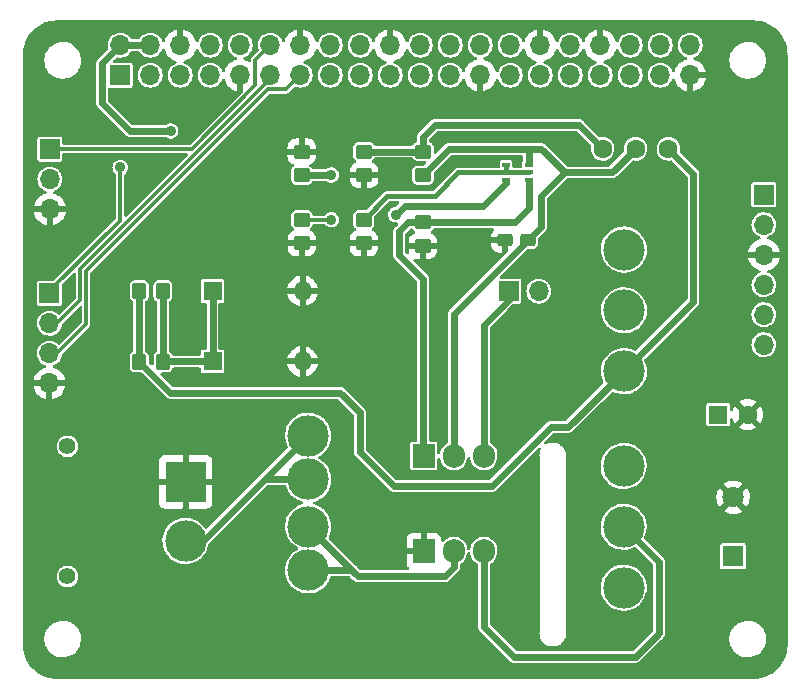
<source format=gbl>
G04 #@! TF.GenerationSoftware,KiCad,Pcbnew,(6.0.11)*
G04 #@! TF.CreationDate,2023-04-01T19:06:19+10:00*
G04 #@! TF.ProjectId,RPI,5250492e-6b69-4636-9164-5f7063625858,rev?*
G04 #@! TF.SameCoordinates,Original*
G04 #@! TF.FileFunction,Copper,L2,Bot*
G04 #@! TF.FilePolarity,Positive*
%FSLAX46Y46*%
G04 Gerber Fmt 4.6, Leading zero omitted, Abs format (unit mm)*
G04 Created by KiCad (PCBNEW (6.0.11)) date 2023-04-01 19:06:19*
%MOMM*%
%LPD*%
G01*
G04 APERTURE LIST*
G04 Aperture macros list*
%AMRoundRect*
0 Rectangle with rounded corners*
0 $1 Rounding radius*
0 $2 $3 $4 $5 $6 $7 $8 $9 X,Y pos of 4 corners*
0 Add a 4 corners polygon primitive as box body*
4,1,4,$2,$3,$4,$5,$6,$7,$8,$9,$2,$3,0*
0 Add four circle primitives for the rounded corners*
1,1,$1+$1,$2,$3*
1,1,$1+$1,$4,$5*
1,1,$1+$1,$6,$7*
1,1,$1+$1,$8,$9*
0 Add four rect primitives between the rounded corners*
20,1,$1+$1,$2,$3,$4,$5,0*
20,1,$1+$1,$4,$5,$6,$7,0*
20,1,$1+$1,$6,$7,$8,$9,0*
20,1,$1+$1,$8,$9,$2,$3,0*%
G04 Aperture macros list end*
G04 #@! TA.AperFunction,ComponentPad*
%ADD10C,3.500000*%
G04 #@! TD*
G04 #@! TA.AperFunction,ComponentPad*
%ADD11C,1.600000*%
G04 #@! TD*
G04 #@! TA.AperFunction,ComponentPad*
%ADD12R,1.700000X1.700000*%
G04 #@! TD*
G04 #@! TA.AperFunction,ComponentPad*
%ADD13O,1.700000X1.700000*%
G04 #@! TD*
G04 #@! TA.AperFunction,ComponentPad*
%ADD14R,1.905000X2.000000*%
G04 #@! TD*
G04 #@! TA.AperFunction,ComponentPad*
%ADD15O,1.905000X2.000000*%
G04 #@! TD*
G04 #@! TA.AperFunction,ComponentPad*
%ADD16R,1.600000X1.600000*%
G04 #@! TD*
G04 #@! TA.AperFunction,ComponentPad*
%ADD17O,1.600000X1.600000*%
G04 #@! TD*
G04 #@! TA.AperFunction,ComponentPad*
%ADD18C,1.400000*%
G04 #@! TD*
G04 #@! TA.AperFunction,ComponentPad*
%ADD19R,3.500000X3.500000*%
G04 #@! TD*
G04 #@! TA.AperFunction,ComponentPad*
%ADD20R,1.800000X1.800000*%
G04 #@! TD*
G04 #@! TA.AperFunction,ComponentPad*
%ADD21C,1.800000*%
G04 #@! TD*
G04 #@! TA.AperFunction,SMDPad,CuDef*
%ADD22RoundRect,0.250000X-0.450000X0.350000X-0.450000X-0.350000X0.450000X-0.350000X0.450000X0.350000X0*%
G04 #@! TD*
G04 #@! TA.AperFunction,SMDPad,CuDef*
%ADD23RoundRect,0.250000X0.450000X-0.350000X0.450000X0.350000X-0.450000X0.350000X-0.450000X-0.350000X0*%
G04 #@! TD*
G04 #@! TA.AperFunction,SMDPad,CuDef*
%ADD24RoundRect,0.250000X-0.350000X-0.450000X0.350000X-0.450000X0.350000X0.450000X-0.350000X0.450000X0*%
G04 #@! TD*
G04 #@! TA.AperFunction,SMDPad,CuDef*
%ADD25RoundRect,0.250000X0.400000X0.275000X-0.400000X0.275000X-0.400000X-0.275000X0.400000X-0.275000X0*%
G04 #@! TD*
G04 #@! TA.AperFunction,SMDPad,CuDef*
%ADD26R,0.650000X0.400000*%
G04 #@! TD*
G04 #@! TA.AperFunction,ViaPad*
%ADD27C,0.900000*%
G04 #@! TD*
G04 #@! TA.AperFunction,Conductor*
%ADD28C,0.600000*%
G04 #@! TD*
G04 #@! TA.AperFunction,Conductor*
%ADD29C,0.200000*%
G04 #@! TD*
G04 #@! TA.AperFunction,Conductor*
%ADD30C,0.300000*%
G04 #@! TD*
G04 #@! TA.AperFunction,Conductor*
%ADD31C,0.400000*%
G04 #@! TD*
G04 APERTURE END LIST*
D10*
X151016281Y-73825517D03*
X151016281Y-68675517D03*
X151016281Y-63525517D03*
D11*
X149210000Y-55000000D03*
X152000000Y-55000000D03*
X154790000Y-55000000D03*
D12*
X162865772Y-58886094D03*
D13*
X162865772Y-61426094D03*
X162865772Y-63966094D03*
X162865772Y-66506094D03*
X162865772Y-69046094D03*
X162865772Y-71586094D03*
D10*
X151000000Y-92150000D03*
X151000000Y-87000000D03*
X151000000Y-81850000D03*
D12*
X141271412Y-67056693D03*
D13*
X143811412Y-67056693D03*
D14*
X134080000Y-81000000D03*
D15*
X136620000Y-81000000D03*
X139160000Y-81000000D03*
D16*
X159000000Y-77496985D03*
D11*
X161500000Y-77496985D03*
D12*
X102409800Y-55031684D03*
D13*
X102409800Y-57571684D03*
X102409800Y-60111684D03*
D10*
X124287712Y-79282237D03*
X124287712Y-82982237D03*
X124287712Y-86982237D03*
X124287712Y-90682237D03*
D16*
X116190000Y-67025832D03*
D17*
X123810000Y-67025832D03*
D16*
X116190000Y-73000000D03*
D17*
X123810000Y-73000000D03*
D18*
X103901274Y-91195667D03*
X103901274Y-80195667D03*
D19*
X113901274Y-83195667D03*
D10*
X113901274Y-88195667D03*
D14*
X134080000Y-89055000D03*
D15*
X136620000Y-89055000D03*
X139160000Y-89055000D03*
D12*
X102379040Y-67229557D03*
D13*
X102379040Y-69769557D03*
X102379040Y-72309557D03*
X102379040Y-74849557D03*
D20*
X160261760Y-89500000D03*
D21*
X160261760Y-84500000D03*
D12*
X108370000Y-48770000D03*
D13*
X108370000Y-46230000D03*
X110910000Y-48770000D03*
X110910000Y-46230000D03*
X113450000Y-48770000D03*
X113450000Y-46230000D03*
X115990000Y-48770000D03*
X115990000Y-46230000D03*
X118530000Y-48770000D03*
X118530000Y-46230000D03*
X121070000Y-48770000D03*
X121070000Y-46230000D03*
X123610000Y-48770000D03*
X123610000Y-46230000D03*
X126150000Y-48770000D03*
X126150000Y-46230000D03*
X128690000Y-48770000D03*
X128690000Y-46230000D03*
X131230000Y-48770000D03*
X131230000Y-46230000D03*
X133770000Y-48770000D03*
X133770000Y-46230000D03*
X136310000Y-48770000D03*
X136310000Y-46230000D03*
X138850000Y-48770000D03*
X138850000Y-46230000D03*
X141390000Y-48770000D03*
X141390000Y-46230000D03*
X143930000Y-48770000D03*
X143930000Y-46230000D03*
X146470000Y-48770000D03*
X146470000Y-46230000D03*
X149010000Y-48770000D03*
X149010000Y-46230000D03*
X151550000Y-48770000D03*
X151550000Y-46230000D03*
X154090000Y-48770000D03*
X154090000Y-46230000D03*
X156630000Y-48770000D03*
X156630000Y-46230000D03*
D22*
X134000000Y-61227064D03*
X134000000Y-63227064D03*
D23*
X134000000Y-57227064D03*
X134000000Y-55227064D03*
D22*
X123735000Y-55227064D03*
X123735000Y-57227064D03*
D24*
X109987585Y-67026152D03*
X111987585Y-67026152D03*
D22*
X129018113Y-55228898D03*
X129018113Y-57228898D03*
X129000000Y-61000000D03*
X129000000Y-63000000D03*
D25*
X142881250Y-62750000D03*
X140931250Y-62750000D03*
D24*
X109991723Y-73033104D03*
X111991723Y-73033104D03*
D22*
X123748657Y-60994753D03*
X123748657Y-62994753D03*
D26*
X142950000Y-56350000D03*
X142950000Y-57000000D03*
X142950000Y-57650000D03*
X141050000Y-57650000D03*
X141050000Y-57000000D03*
X141050000Y-56350000D03*
D27*
X129000000Y-64556401D03*
X136422193Y-63196584D03*
X126237851Y-57205684D03*
X126254778Y-61000000D03*
X131716190Y-60574712D03*
X112648570Y-53492159D03*
X108370934Y-56574515D03*
D28*
X134000000Y-80920000D02*
X134080000Y-81000000D01*
X132000000Y-64000000D02*
X134000000Y-66000000D01*
X134000000Y-66000000D02*
X134000000Y-80920000D01*
X132772936Y-61227064D02*
X132000000Y-62000000D01*
X132000000Y-62000000D02*
X132000000Y-64000000D01*
X134000000Y-61227064D02*
X132772936Y-61227064D01*
X132485336Y-59805566D02*
X139108018Y-59805566D01*
X131716190Y-60574712D02*
X132485336Y-59805566D01*
X139108018Y-59805566D02*
X141043207Y-57870377D01*
D29*
X134030480Y-63196584D02*
X134000000Y-63227064D01*
D30*
X136422193Y-63196584D02*
X134030480Y-63196584D01*
X129000000Y-63000000D02*
X129000000Y-64556401D01*
D28*
X156902292Y-67939506D02*
X156902292Y-62509866D01*
X151016281Y-73825517D02*
X156902292Y-67939506D01*
X112612964Y-75654345D02*
X109991723Y-73033104D01*
X144861728Y-78539353D02*
X146302445Y-78539353D01*
X109991723Y-67030290D02*
X109987585Y-67026152D01*
X139866087Y-83534994D02*
X144861728Y-78539353D01*
X131534994Y-83534994D02*
X139866087Y-83534994D01*
X109991723Y-73033104D02*
X109991723Y-67030290D01*
X127000000Y-75654345D02*
X128654345Y-77308690D01*
X156902292Y-57112292D02*
X154790000Y-55000000D01*
X146302445Y-78539353D02*
X152171932Y-72669866D01*
X128654345Y-77308690D02*
X128654345Y-80654345D01*
X128654345Y-80654345D02*
X131534994Y-83534994D01*
X156902292Y-62509866D02*
X156902292Y-57112292D01*
X127000000Y-75654345D02*
X112612964Y-75654345D01*
X143000000Y-55000000D02*
X144000000Y-55000000D01*
X134000000Y-57227064D02*
X136227064Y-55000000D01*
X136620000Y-69011250D02*
X136620000Y-81000000D01*
X144000000Y-55000000D02*
X146000000Y-57000000D01*
X142881250Y-62750000D02*
X136620000Y-69011250D01*
X146000000Y-57000000D02*
X144000000Y-59000000D01*
X144000000Y-59000000D02*
X144000000Y-61631250D01*
X150000000Y-57000000D02*
X152000000Y-55000000D01*
X142950000Y-55028147D02*
X142950000Y-56200000D01*
X146000000Y-57000000D02*
X150000000Y-57000000D01*
X144000000Y-61631250D02*
X142881250Y-62750000D01*
X136227064Y-55000000D02*
X143000000Y-55000000D01*
X126237851Y-57205684D02*
X123756380Y-57205684D01*
D29*
X123756380Y-57205684D02*
X123735000Y-57227064D01*
D30*
X126254778Y-61000000D02*
X123753904Y-61000000D01*
D29*
X123753904Y-61000000D02*
X123748657Y-60994753D01*
D28*
X139160000Y-69887041D02*
X139160000Y-81000000D01*
X141271412Y-67775629D02*
X139160000Y-69887041D01*
X141271412Y-67056693D02*
X141271412Y-67775629D01*
X124287712Y-79282237D02*
X120704974Y-82864974D01*
X120704974Y-82864974D02*
X115374282Y-88195667D01*
X120822237Y-82982237D02*
X124287712Y-82982237D01*
X120704974Y-82864974D02*
X120822237Y-82982237D01*
D29*
X115374282Y-88195667D02*
X113901274Y-88195667D01*
D30*
X105000000Y-65147204D02*
X105000000Y-67765000D01*
X105000000Y-67765000D02*
X103025000Y-69740000D01*
X121070000Y-49077204D02*
X105000000Y-65147204D01*
X121070000Y-48770000D02*
X121070000Y-49077204D01*
X121070000Y-46230000D02*
X119803623Y-47496377D01*
X114440098Y-55000000D02*
X103000000Y-55000000D01*
X119803623Y-47496377D02*
X119803623Y-49636475D01*
X119803623Y-49636475D02*
X114440098Y-55000000D01*
X123610000Y-48770000D02*
X122410000Y-49970000D01*
X105500000Y-65354310D02*
X105500000Y-69805000D01*
X120884310Y-49970000D02*
X105500000Y-65354310D01*
X105500000Y-69805000D02*
X103025000Y-72280000D01*
X122410000Y-49970000D02*
X120884310Y-49970000D01*
D28*
X106835946Y-51097312D02*
X106835946Y-47764054D01*
X106835946Y-47764054D02*
X108370000Y-46230000D01*
X112648570Y-53492159D02*
X109247673Y-53492159D01*
X109203451Y-53464817D02*
X106835946Y-51097312D01*
X108370000Y-46230000D02*
X110910000Y-46230000D01*
D30*
X108370934Y-61069164D02*
X102379040Y-67061058D01*
X102379040Y-67061058D02*
X102379040Y-67229557D01*
X108370934Y-56574515D02*
X108370934Y-61069164D01*
D28*
X139160000Y-89055000D02*
X139160000Y-95460000D01*
X139160000Y-95460000D02*
X141700000Y-98000000D01*
X154000000Y-90000000D02*
X151000000Y-87000000D01*
X141700000Y-98000000D02*
X152000000Y-98000000D01*
X154000000Y-96000000D02*
X154000000Y-90000000D01*
X152000000Y-98000000D02*
X154000000Y-96000000D01*
X141772936Y-61227064D02*
X142948691Y-60051309D01*
X142948691Y-60051309D02*
X142948691Y-57862276D01*
X134000000Y-61227064D02*
X141772936Y-61227064D01*
D31*
X137000000Y-57000000D02*
X135000000Y-59000000D01*
X142950000Y-57000000D02*
X141050000Y-57000000D01*
X131000000Y-59000000D02*
X129000000Y-61000000D01*
X141050000Y-57000000D02*
X137000000Y-57000000D01*
X141050000Y-56350000D02*
X141050000Y-57000000D01*
X135000000Y-59000000D02*
X131000000Y-59000000D01*
D28*
X134000000Y-55227064D02*
X134000000Y-54000000D01*
X135000000Y-53000000D02*
X147210000Y-53000000D01*
X147210000Y-53000000D02*
X149210000Y-55000000D01*
D29*
X129019947Y-55227064D02*
X129018113Y-55228898D01*
D28*
X134000000Y-55227064D02*
X129019947Y-55227064D01*
X134000000Y-54000000D02*
X135000000Y-53000000D01*
X127987712Y-90682237D02*
X124287712Y-90682237D01*
X136620000Y-90443174D02*
X135903174Y-91160000D01*
D29*
X136620000Y-89067500D02*
X136620000Y-89055000D01*
D28*
X128465475Y-91160000D02*
X127987712Y-90682237D01*
X136620000Y-89067500D02*
X136620000Y-90443174D01*
X128465475Y-91160000D02*
X124287712Y-86982237D01*
X135903174Y-91160000D02*
X128465475Y-91160000D01*
X116190000Y-73000000D02*
X116190000Y-67025832D01*
X111987585Y-67026152D02*
X111987585Y-73028966D01*
X112024827Y-73000000D02*
X116190000Y-73000000D01*
G04 #@! TA.AperFunction,Conductor*
G36*
X161968181Y-44127705D02*
G01*
X161983977Y-44127705D01*
X162000000Y-44131998D01*
X162011217Y-44128992D01*
X162013795Y-44129749D01*
X162013878Y-44128279D01*
X162314557Y-44145165D01*
X162328589Y-44146746D01*
X162480405Y-44172541D01*
X162632215Y-44198335D01*
X162645990Y-44201479D01*
X162941929Y-44286737D01*
X162955266Y-44291404D01*
X163131129Y-44364249D01*
X163239798Y-44409261D01*
X163252521Y-44415388D01*
X163522074Y-44564365D01*
X163534022Y-44571872D01*
X163676020Y-44672625D01*
X163785205Y-44750096D01*
X163796252Y-44758906D01*
X164025888Y-44964121D01*
X164035879Y-44974112D01*
X164241094Y-45203748D01*
X164249904Y-45214795D01*
X164428128Y-45465978D01*
X164435635Y-45477926D01*
X164584610Y-45747475D01*
X164590739Y-45760202D01*
X164610855Y-45808765D01*
X164708596Y-46044734D01*
X164713263Y-46058071D01*
X164798521Y-46354010D01*
X164801665Y-46367785D01*
X164818984Y-46469715D01*
X164851204Y-46659344D01*
X164853253Y-46671406D01*
X164854835Y-46685443D01*
X164862588Y-46823498D01*
X164871721Y-46986122D01*
X164870572Y-46986187D01*
X164871115Y-46988385D01*
X164868002Y-47000000D01*
X164872295Y-47016023D01*
X164872295Y-47031819D01*
X164872500Y-47033376D01*
X164872500Y-96966624D01*
X164872295Y-96968181D01*
X164872295Y-96983977D01*
X164868002Y-97000000D01*
X164871008Y-97011217D01*
X164870251Y-97013795D01*
X164871721Y-97013878D01*
X164854835Y-97314553D01*
X164853253Y-97328594D01*
X164801665Y-97632215D01*
X164798521Y-97645990D01*
X164713263Y-97941929D01*
X164708596Y-97955266D01*
X164590741Y-98239794D01*
X164584612Y-98252521D01*
X164435635Y-98522074D01*
X164428128Y-98534022D01*
X164311285Y-98698697D01*
X164249904Y-98785205D01*
X164241094Y-98796252D01*
X164035879Y-99025888D01*
X164025888Y-99035879D01*
X163796252Y-99241094D01*
X163785205Y-99249904D01*
X163534022Y-99428128D01*
X163522074Y-99435635D01*
X163252521Y-99584612D01*
X163239798Y-99590739D01*
X163131129Y-99635751D01*
X162955266Y-99708596D01*
X162941929Y-99713263D01*
X162645990Y-99798521D01*
X162632215Y-99801665D01*
X162480404Y-99827459D01*
X162328589Y-99853254D01*
X162314557Y-99854835D01*
X162013878Y-99871721D01*
X162013813Y-99870572D01*
X162011615Y-99871115D01*
X162000000Y-99868002D01*
X161983977Y-99872295D01*
X161968181Y-99872295D01*
X161966624Y-99872500D01*
X103033376Y-99872500D01*
X103031819Y-99872295D01*
X103016023Y-99872295D01*
X103000000Y-99868002D01*
X102988783Y-99871008D01*
X102986205Y-99870251D01*
X102986122Y-99871721D01*
X102685443Y-99854835D01*
X102671411Y-99853254D01*
X102519596Y-99827459D01*
X102367785Y-99801665D01*
X102354010Y-99798521D01*
X102058071Y-99713263D01*
X102044734Y-99708596D01*
X101868871Y-99635751D01*
X101760202Y-99590739D01*
X101747479Y-99584612D01*
X101477926Y-99435635D01*
X101465978Y-99428128D01*
X101214795Y-99249904D01*
X101203748Y-99241094D01*
X100974112Y-99035879D01*
X100964121Y-99025888D01*
X100758906Y-98796252D01*
X100750096Y-98785205D01*
X100688715Y-98698697D01*
X100571872Y-98534022D01*
X100564365Y-98522074D01*
X100415388Y-98252521D01*
X100409259Y-98239794D01*
X100291404Y-97955266D01*
X100286737Y-97941929D01*
X100201479Y-97645990D01*
X100198335Y-97632215D01*
X100146747Y-97328594D01*
X100145165Y-97314553D01*
X100128279Y-97013878D01*
X100129428Y-97013813D01*
X100128885Y-97011615D01*
X100131998Y-97000000D01*
X100127705Y-96983977D01*
X100127705Y-96968181D01*
X100127500Y-96966624D01*
X100127500Y-96554288D01*
X101945404Y-96554288D01*
X101945985Y-96559308D01*
X101945985Y-96559312D01*
X101952654Y-96616951D01*
X101974081Y-96802140D01*
X101975460Y-96807011D01*
X101975460Y-96807014D01*
X101993991Y-96872500D01*
X102042017Y-97042219D01*
X102147462Y-97268348D01*
X102287706Y-97474710D01*
X102459138Y-97655994D01*
X102657349Y-97807538D01*
X102877239Y-97925443D01*
X103113152Y-98006674D01*
X103241099Y-98028774D01*
X103355107Y-98048467D01*
X103355113Y-98048468D01*
X103359017Y-98049142D01*
X103362978Y-98049322D01*
X103362979Y-98049322D01*
X103387503Y-98050436D01*
X103387522Y-98050436D01*
X103388922Y-98050500D01*
X103562691Y-98050500D01*
X103565199Y-98050298D01*
X103565204Y-98050298D01*
X103743661Y-98035940D01*
X103743666Y-98035939D01*
X103748702Y-98035534D01*
X103753610Y-98034329D01*
X103753613Y-98034328D01*
X103986092Y-97977225D01*
X103991006Y-97976018D01*
X103995658Y-97974043D01*
X103995662Y-97974042D01*
X104216022Y-97880505D01*
X104216023Y-97880505D01*
X104220677Y-97878529D01*
X104431808Y-97745573D01*
X104529923Y-97659073D01*
X104615168Y-97583920D01*
X104615171Y-97583917D01*
X104618965Y-97580572D01*
X104777334Y-97387770D01*
X104902840Y-97172128D01*
X104924919Y-97114612D01*
X104975632Y-96982500D01*
X104992255Y-96939195D01*
X105006189Y-96872500D01*
X105042243Y-96699915D01*
X105043278Y-96694961D01*
X105054596Y-96445712D01*
X105040619Y-96324905D01*
X105026501Y-96202890D01*
X105025919Y-96197860D01*
X105018097Y-96170216D01*
X104969930Y-96000000D01*
X104957983Y-95957781D01*
X104883047Y-95797079D01*
X104854675Y-95736234D01*
X104854673Y-95736230D01*
X104852538Y-95731652D01*
X104840445Y-95713857D01*
X104768724Y-95608324D01*
X104712294Y-95525290D01*
X104540862Y-95344006D01*
X104342651Y-95192462D01*
X104122761Y-95074557D01*
X103886848Y-94993326D01*
X103758901Y-94971226D01*
X103644893Y-94951533D01*
X103644887Y-94951532D01*
X103640983Y-94950858D01*
X103637022Y-94950678D01*
X103637021Y-94950678D01*
X103612497Y-94949564D01*
X103612478Y-94949564D01*
X103611078Y-94949500D01*
X103437309Y-94949500D01*
X103434801Y-94949702D01*
X103434796Y-94949702D01*
X103256339Y-94964060D01*
X103256334Y-94964061D01*
X103251298Y-94964466D01*
X103246390Y-94965671D01*
X103246387Y-94965672D01*
X103016392Y-95022165D01*
X103008994Y-95023982D01*
X103004342Y-95025957D01*
X103004338Y-95025958D01*
X102783978Y-95119495D01*
X102779323Y-95121471D01*
X102568192Y-95254427D01*
X102564398Y-95257772D01*
X102384832Y-95416080D01*
X102384829Y-95416083D01*
X102381035Y-95419428D01*
X102377825Y-95423336D01*
X102377824Y-95423337D01*
X102352180Y-95454556D01*
X102222666Y-95612230D01*
X102097160Y-95827872D01*
X102095347Y-95832595D01*
X102095346Y-95832597D01*
X102084520Y-95860800D01*
X102007745Y-96060805D01*
X102006712Y-96065751D01*
X102006710Y-96065757D01*
X101980534Y-96191056D01*
X101956722Y-96305039D01*
X101956493Y-96310088D01*
X101956492Y-96310094D01*
X101952249Y-96403534D01*
X101945404Y-96554288D01*
X100127500Y-96554288D01*
X100127500Y-91195667D01*
X102995814Y-91195667D01*
X102996504Y-91202232D01*
X103011471Y-91344633D01*
X103015600Y-91383923D01*
X103074095Y-91563951D01*
X103077398Y-91569673D01*
X103077399Y-91569674D01*
X103128656Y-91658454D01*
X103168741Y-91727883D01*
X103173159Y-91732790D01*
X103173160Y-91732791D01*
X103258764Y-91827863D01*
X103295403Y-91868555D01*
X103448544Y-91979818D01*
X103621471Y-92056811D01*
X103719486Y-92077645D01*
X103800171Y-92094795D01*
X103800175Y-92094795D01*
X103806628Y-92096167D01*
X103995920Y-92096167D01*
X104002373Y-92094795D01*
X104002377Y-92094795D01*
X104083062Y-92077645D01*
X104181077Y-92056811D01*
X104354004Y-91979818D01*
X104507145Y-91868555D01*
X104543785Y-91827863D01*
X104629388Y-91732791D01*
X104629389Y-91732790D01*
X104633807Y-91727883D01*
X104673892Y-91658454D01*
X104725149Y-91569674D01*
X104725150Y-91569673D01*
X104728453Y-91563951D01*
X104786948Y-91383923D01*
X104791078Y-91344633D01*
X104806044Y-91202232D01*
X104806734Y-91195667D01*
X104797322Y-91106116D01*
X104787638Y-91013974D01*
X104787638Y-91013972D01*
X104786948Y-91007411D01*
X104728453Y-90827383D01*
X104704362Y-90785655D01*
X104637110Y-90669172D01*
X104633807Y-90663451D01*
X104627657Y-90656621D01*
X104511560Y-90527682D01*
X104511558Y-90527681D01*
X104507145Y-90522779D01*
X104455511Y-90485265D01*
X104359346Y-90415397D01*
X104359345Y-90415396D01*
X104354004Y-90411516D01*
X104181077Y-90334523D01*
X104083062Y-90313689D01*
X104002377Y-90296539D01*
X104002373Y-90296539D01*
X103995920Y-90295167D01*
X103806628Y-90295167D01*
X103800175Y-90296539D01*
X103800171Y-90296539D01*
X103719486Y-90313689D01*
X103621471Y-90334523D01*
X103448544Y-90411516D01*
X103443203Y-90415396D01*
X103443202Y-90415397D01*
X103347037Y-90485265D01*
X103295403Y-90522779D01*
X103290990Y-90527681D01*
X103290988Y-90527682D01*
X103174891Y-90656621D01*
X103168741Y-90663451D01*
X103165438Y-90669172D01*
X103098187Y-90785655D01*
X103074095Y-90827383D01*
X103015600Y-91007411D01*
X103014910Y-91013972D01*
X103014910Y-91013974D01*
X103005226Y-91106116D01*
X102995814Y-91195667D01*
X100127500Y-91195667D01*
X100127500Y-88134244D01*
X111946757Y-88134244D01*
X111946932Y-88138696D01*
X111957296Y-88402478D01*
X111957601Y-88410250D01*
X112007227Y-88681976D01*
X112046936Y-88801000D01*
X112092602Y-88937876D01*
X112094644Y-88943998D01*
X112096635Y-88947983D01*
X112096636Y-88947985D01*
X112214067Y-89183000D01*
X112218108Y-89191088D01*
X112375156Y-89418318D01*
X112378178Y-89421587D01*
X112527473Y-89583093D01*
X112562654Y-89621152D01*
X112566108Y-89623964D01*
X112773405Y-89792730D01*
X112773409Y-89792733D01*
X112776862Y-89795544D01*
X112780684Y-89797845D01*
X112949654Y-89899573D01*
X113013504Y-89938014D01*
X113081111Y-89966642D01*
X113263756Y-90043983D01*
X113263761Y-90043985D01*
X113267859Y-90045720D01*
X113272156Y-90046859D01*
X113272161Y-90046861D01*
X113389453Y-90077960D01*
X113534853Y-90116512D01*
X113809158Y-90148978D01*
X114085301Y-90142471D01*
X114170861Y-90128230D01*
X114353382Y-90097850D01*
X114353386Y-90097849D01*
X114357772Y-90097119D01*
X114362013Y-90095778D01*
X114362016Y-90095777D01*
X114616889Y-90015171D01*
X114616891Y-90015170D01*
X114621135Y-90013828D01*
X114625146Y-90011902D01*
X114625151Y-90011900D01*
X114866116Y-89896190D01*
X114866117Y-89896189D01*
X114870135Y-89894260D01*
X114883536Y-89885306D01*
X115096095Y-89743279D01*
X115096099Y-89743276D01*
X115099803Y-89740801D01*
X115279782Y-89579598D01*
X115302239Y-89559484D01*
X115302240Y-89559483D01*
X115305557Y-89556512D01*
X115483292Y-89345070D01*
X115629462Y-89110695D01*
X115690345Y-88972981D01*
X115739351Y-88862130D01*
X115741149Y-88858063D01*
X115816127Y-88592214D01*
X115830718Y-88483583D01*
X115859611Y-88418731D01*
X115866502Y-88411261D01*
X120754746Y-83523016D01*
X120817058Y-83488990D01*
X120838776Y-83487466D01*
X120838721Y-83486659D01*
X120847681Y-83486048D01*
X120856629Y-83486713D01*
X120865405Y-83484840D01*
X120874362Y-83484229D01*
X120874362Y-83484235D01*
X120888555Y-83482737D01*
X122307608Y-83482737D01*
X122375729Y-83502739D01*
X122422222Y-83556395D01*
X122427132Y-83568861D01*
X122459618Y-83666233D01*
X122481082Y-83730568D01*
X122539902Y-83848286D01*
X122601378Y-83971317D01*
X122604546Y-83977658D01*
X122761594Y-84204888D01*
X122949092Y-84407722D01*
X122952546Y-84410534D01*
X123159843Y-84579300D01*
X123159847Y-84579303D01*
X123163300Y-84582114D01*
X123167122Y-84584415D01*
X123330473Y-84682760D01*
X123399942Y-84724584D01*
X123498459Y-84766301D01*
X123650194Y-84830553D01*
X123650199Y-84830555D01*
X123654297Y-84832290D01*
X123658594Y-84833429D01*
X123658596Y-84833430D01*
X123753288Y-84858537D01*
X123814007Y-84895330D01*
X123845195Y-84959110D01*
X123836951Y-85029626D01*
X123791892Y-85084491D01*
X123762743Y-85099212D01*
X123511096Y-85187584D01*
X123265975Y-85314915D01*
X123262360Y-85317498D01*
X123262354Y-85317502D01*
X123044862Y-85472924D01*
X123044858Y-85472927D01*
X123041241Y-85475512D01*
X122841377Y-85666173D01*
X122838621Y-85669668D01*
X122838620Y-85669670D01*
X122690343Y-85857759D01*
X122670371Y-85883093D01*
X122627956Y-85956116D01*
X122533873Y-86118090D01*
X122533870Y-86118096D01*
X122531635Y-86121944D01*
X122427938Y-86377960D01*
X122426867Y-86382273D01*
X122426865Y-86382278D01*
X122381734Y-86563963D01*
X122361348Y-86646033D01*
X122360894Y-86650461D01*
X122360894Y-86650463D01*
X122352538Y-86732019D01*
X122333195Y-86920814D01*
X122333719Y-86934145D01*
X122343046Y-87171537D01*
X122344039Y-87196820D01*
X122393665Y-87468546D01*
X122395074Y-87472769D01*
X122466452Y-87686715D01*
X122481082Y-87730568D01*
X122516450Y-87801351D01*
X122598378Y-87965313D01*
X122604546Y-87977658D01*
X122761594Y-88204888D01*
X122764616Y-88208157D01*
X122941492Y-88399500D01*
X122949092Y-88407722D01*
X122952546Y-88410534D01*
X123159843Y-88579300D01*
X123159847Y-88579303D01*
X123163300Y-88582114D01*
X123167122Y-88584415D01*
X123396119Y-88722283D01*
X123396126Y-88722286D01*
X123396728Y-88722649D01*
X123399942Y-88724584D01*
X123399520Y-88725286D01*
X123448213Y-88771278D01*
X123465276Y-88840193D01*
X123442372Y-88907394D01*
X123397476Y-88946605D01*
X123265975Y-89014915D01*
X123262360Y-89017498D01*
X123262354Y-89017502D01*
X123044862Y-89172924D01*
X123044858Y-89172927D01*
X123041241Y-89175512D01*
X123024913Y-89191088D01*
X122863499Y-89345070D01*
X122841377Y-89366173D01*
X122838621Y-89369668D01*
X122838620Y-89369670D01*
X122694016Y-89553100D01*
X122670371Y-89583093D01*
X122640548Y-89634437D01*
X122533873Y-89818090D01*
X122533870Y-89818096D01*
X122531635Y-89821944D01*
X122501047Y-89897462D01*
X122440997Y-90045720D01*
X122427938Y-90077960D01*
X122426867Y-90082273D01*
X122426865Y-90082278D01*
X122367943Y-90319482D01*
X122361348Y-90346033D01*
X122360894Y-90350461D01*
X122360894Y-90350463D01*
X122336220Y-90591288D01*
X122333195Y-90620814D01*
X122334198Y-90646347D01*
X122339247Y-90774840D01*
X122344039Y-90896820D01*
X122393665Y-91168546D01*
X122481082Y-91430568D01*
X122529478Y-91527423D01*
X122596146Y-91660846D01*
X122604546Y-91677658D01*
X122761594Y-91904888D01*
X122764616Y-91908157D01*
X122931395Y-92088577D01*
X122949092Y-92107722D01*
X122952546Y-92110534D01*
X123159843Y-92279300D01*
X123159847Y-92279303D01*
X123163300Y-92282114D01*
X123167122Y-92284415D01*
X123330473Y-92382760D01*
X123399942Y-92424584D01*
X123498459Y-92466301D01*
X123650194Y-92530553D01*
X123650199Y-92530555D01*
X123654297Y-92532290D01*
X123658594Y-92533429D01*
X123658599Y-92533431D01*
X123787794Y-92567686D01*
X123921291Y-92603082D01*
X124195596Y-92635548D01*
X124471739Y-92629041D01*
X124557299Y-92614800D01*
X124739820Y-92584420D01*
X124739824Y-92584419D01*
X124744210Y-92583689D01*
X124748451Y-92582348D01*
X124748454Y-92582347D01*
X125003327Y-92501741D01*
X125003329Y-92501740D01*
X125007573Y-92500398D01*
X125011584Y-92498472D01*
X125011589Y-92498470D01*
X125252554Y-92382760D01*
X125252555Y-92382759D01*
X125256573Y-92380830D01*
X125260279Y-92378354D01*
X125482533Y-92229849D01*
X125482537Y-92229846D01*
X125486241Y-92227371D01*
X125691995Y-92043082D01*
X125869730Y-91831640D01*
X126015900Y-91597265D01*
X126019772Y-91588508D01*
X126125789Y-91348700D01*
X126127587Y-91344633D01*
X126147357Y-91274535D01*
X126185099Y-91214401D01*
X126249360Y-91184219D01*
X126268626Y-91182737D01*
X127728208Y-91182737D01*
X127796329Y-91202739D01*
X127817303Y-91219642D01*
X128061941Y-91464280D01*
X128069407Y-91473624D01*
X128069797Y-91473292D01*
X128075615Y-91480128D01*
X128080405Y-91487720D01*
X128087133Y-91493662D01*
X128087134Y-91493663D01*
X128120075Y-91522755D01*
X128125763Y-91528102D01*
X128136981Y-91539320D01*
X128140569Y-91542009D01*
X128140570Y-91542010D01*
X128145159Y-91545450D01*
X128152998Y-91551832D01*
X128159604Y-91557666D01*
X128187863Y-91582623D01*
X128195986Y-91586437D01*
X128199139Y-91588508D01*
X128212151Y-91596327D01*
X128215469Y-91598143D01*
X128222651Y-91603526D01*
X128266216Y-91619858D01*
X128275525Y-91623780D01*
X128317638Y-91643553D01*
X128326511Y-91644935D01*
X128330133Y-91646042D01*
X128344803Y-91649891D01*
X128348492Y-91650702D01*
X128356894Y-91653852D01*
X128365839Y-91654517D01*
X128365849Y-91654519D01*
X128403303Y-91657302D01*
X128413330Y-91658452D01*
X128426484Y-91660500D01*
X128441678Y-91660500D01*
X128451015Y-91660846D01*
X128471874Y-91662396D01*
X128499866Y-91664476D01*
X128499867Y-91664476D01*
X128506349Y-91663092D01*
X128512947Y-91662396D01*
X128512957Y-91662488D01*
X128531793Y-91660500D01*
X135832993Y-91660500D01*
X135844878Y-91661828D01*
X135844919Y-91661318D01*
X135853865Y-91662038D01*
X135862621Y-91664019D01*
X135906154Y-91661318D01*
X135915438Y-91660742D01*
X135923241Y-91660500D01*
X135939114Y-91660500D01*
X135949226Y-91659052D01*
X135959280Y-91658022D01*
X135987271Y-91656285D01*
X136005712Y-91655141D01*
X136014156Y-91652093D01*
X136017868Y-91651324D01*
X136032573Y-91647657D01*
X136036201Y-91646596D01*
X136045092Y-91645323D01*
X136087456Y-91626061D01*
X136096811Y-91622254D01*
X136132117Y-91609509D01*
X136132121Y-91609507D01*
X136140561Y-91606460D01*
X136147809Y-91601165D01*
X136151149Y-91599389D01*
X136164263Y-91591726D01*
X136167435Y-91589697D01*
X136175602Y-91585984D01*
X136182397Y-91580129D01*
X136182400Y-91580127D01*
X136210849Y-91555613D01*
X136218770Y-91549324D01*
X136225576Y-91544352D01*
X136229510Y-91541478D01*
X136240253Y-91530735D01*
X136247100Y-91524377D01*
X136277411Y-91498259D01*
X136284211Y-91492400D01*
X136289094Y-91484866D01*
X136294993Y-91478104D01*
X136294998Y-91478108D01*
X136303974Y-91467014D01*
X136924280Y-90846708D01*
X136933624Y-90839242D01*
X136933292Y-90838852D01*
X136940128Y-90833034D01*
X136947720Y-90828244D01*
X136982756Y-90788573D01*
X136988102Y-90782886D01*
X136999320Y-90771668D01*
X137002010Y-90768079D01*
X137005450Y-90763490D01*
X137011832Y-90755651D01*
X137036682Y-90727513D01*
X137042623Y-90720786D01*
X137046437Y-90712663D01*
X137048508Y-90709510D01*
X137056327Y-90696498D01*
X137058143Y-90693180D01*
X137063526Y-90685998D01*
X137079858Y-90642433D01*
X137083783Y-90633118D01*
X137103553Y-90591011D01*
X137104935Y-90582138D01*
X137106042Y-90578516D01*
X137109891Y-90563846D01*
X137110702Y-90560157D01*
X137113852Y-90551755D01*
X137114517Y-90542810D01*
X137114519Y-90542800D01*
X137117302Y-90505346D01*
X137118452Y-90495319D01*
X137120500Y-90482165D01*
X137120500Y-90466970D01*
X137120846Y-90457633D01*
X137123811Y-90417730D01*
X137124476Y-90408782D01*
X137122603Y-90400006D01*
X137121992Y-90391049D01*
X137121998Y-90391049D01*
X137120500Y-90376856D01*
X137120500Y-90218104D01*
X137140502Y-90149983D01*
X137182077Y-90109819D01*
X137187680Y-90106486D01*
X137242562Y-90073834D01*
X137295652Y-90042249D01*
X137295654Y-90042247D01*
X137300620Y-90039293D01*
X137459940Y-89899573D01*
X137463516Y-89895037D01*
X137587552Y-89737698D01*
X137587553Y-89737696D01*
X137591130Y-89733159D01*
X137594070Y-89727572D01*
X137687105Y-89550741D01*
X137687106Y-89550739D01*
X137689797Y-89545624D01*
X137752636Y-89343249D01*
X137764598Y-89242180D01*
X137792468Y-89176883D01*
X137851217Y-89137019D01*
X137922191Y-89135245D01*
X137982858Y-89172124D01*
X138013955Y-89235947D01*
X138015196Y-89245460D01*
X138020921Y-89307762D01*
X138021450Y-89313518D01*
X138023019Y-89319080D01*
X138023019Y-89319082D01*
X138031310Y-89348478D01*
X138078970Y-89517469D01*
X138172694Y-89707522D01*
X138176148Y-89712148D01*
X138176149Y-89712149D01*
X138291285Y-89866335D01*
X138299483Y-89877313D01*
X138362662Y-89935715D01*
X138447164Y-90013828D01*
X138455091Y-90021156D01*
X138600736Y-90113051D01*
X138647674Y-90166317D01*
X138659500Y-90219612D01*
X138659500Y-95389819D01*
X138658172Y-95401704D01*
X138658682Y-95401745D01*
X138657962Y-95410691D01*
X138655981Y-95419447D01*
X138656537Y-95428407D01*
X138659258Y-95472264D01*
X138659500Y-95480067D01*
X138659500Y-95495940D01*
X138660135Y-95500374D01*
X138660948Y-95506050D01*
X138661978Y-95516106D01*
X138664859Y-95562538D01*
X138667907Y-95570982D01*
X138668676Y-95574694D01*
X138672343Y-95589399D01*
X138673404Y-95593027D01*
X138674677Y-95601918D01*
X138693939Y-95644282D01*
X138697746Y-95653637D01*
X138710491Y-95688943D01*
X138710493Y-95688947D01*
X138713540Y-95697387D01*
X138718835Y-95704635D01*
X138720611Y-95707975D01*
X138728274Y-95721089D01*
X138730303Y-95724261D01*
X138734016Y-95732428D01*
X138739871Y-95739223D01*
X138739873Y-95739226D01*
X138764387Y-95767675D01*
X138770675Y-95775595D01*
X138778522Y-95786336D01*
X138789265Y-95797079D01*
X138795623Y-95803925D01*
X138827600Y-95841037D01*
X138835134Y-95845920D01*
X138841896Y-95851819D01*
X138841892Y-95851824D01*
X138852986Y-95860800D01*
X141296466Y-98304280D01*
X141303932Y-98313624D01*
X141304322Y-98313292D01*
X141310140Y-98320128D01*
X141314930Y-98327720D01*
X141321658Y-98333662D01*
X141321659Y-98333663D01*
X141354600Y-98362755D01*
X141360288Y-98368102D01*
X141371506Y-98379320D01*
X141375094Y-98382009D01*
X141375095Y-98382010D01*
X141379684Y-98385450D01*
X141387523Y-98391832D01*
X141415661Y-98416682D01*
X141422388Y-98422623D01*
X141430511Y-98426437D01*
X141433664Y-98428508D01*
X141446676Y-98436327D01*
X141449994Y-98438143D01*
X141457176Y-98443526D01*
X141500741Y-98459858D01*
X141510050Y-98463780D01*
X141552163Y-98483553D01*
X141561036Y-98484935D01*
X141564658Y-98486042D01*
X141579328Y-98489891D01*
X141583017Y-98490702D01*
X141591419Y-98493852D01*
X141600364Y-98494517D01*
X141600374Y-98494519D01*
X141637828Y-98497302D01*
X141647855Y-98498452D01*
X141661009Y-98500500D01*
X141676203Y-98500500D01*
X141685541Y-98500846D01*
X141734391Y-98504476D01*
X141743167Y-98502603D01*
X141752124Y-98501992D01*
X141752124Y-98501998D01*
X141766317Y-98500500D01*
X151929819Y-98500500D01*
X151941704Y-98501828D01*
X151941745Y-98501318D01*
X151950691Y-98502038D01*
X151959447Y-98504019D01*
X152002980Y-98501318D01*
X152012264Y-98500742D01*
X152020067Y-98500500D01*
X152035940Y-98500500D01*
X152046052Y-98499052D01*
X152056106Y-98498022D01*
X152084097Y-98496285D01*
X152102538Y-98495141D01*
X152110982Y-98492093D01*
X152114694Y-98491324D01*
X152129399Y-98487657D01*
X152133027Y-98486596D01*
X152141918Y-98485323D01*
X152184282Y-98466061D01*
X152193637Y-98462254D01*
X152228943Y-98449509D01*
X152228947Y-98449507D01*
X152237387Y-98446460D01*
X152244635Y-98441165D01*
X152247975Y-98439389D01*
X152261089Y-98431726D01*
X152264261Y-98429697D01*
X152272428Y-98425984D01*
X152279223Y-98420129D01*
X152279226Y-98420127D01*
X152307675Y-98395613D01*
X152315596Y-98389324D01*
X152322402Y-98384352D01*
X152326336Y-98381478D01*
X152337079Y-98370735D01*
X152343926Y-98364377D01*
X152374237Y-98338259D01*
X152381037Y-98332400D01*
X152385920Y-98324866D01*
X152391819Y-98318104D01*
X152391824Y-98318108D01*
X152400800Y-98307014D01*
X154153526Y-96554288D01*
X159945404Y-96554288D01*
X159945985Y-96559308D01*
X159945985Y-96559312D01*
X159952654Y-96616951D01*
X159974081Y-96802140D01*
X159975460Y-96807011D01*
X159975460Y-96807014D01*
X159993991Y-96872500D01*
X160042017Y-97042219D01*
X160147462Y-97268348D01*
X160287706Y-97474710D01*
X160459138Y-97655994D01*
X160657349Y-97807538D01*
X160877239Y-97925443D01*
X161113152Y-98006674D01*
X161241099Y-98028774D01*
X161355107Y-98048467D01*
X161355113Y-98048468D01*
X161359017Y-98049142D01*
X161362978Y-98049322D01*
X161362979Y-98049322D01*
X161387503Y-98050436D01*
X161387522Y-98050436D01*
X161388922Y-98050500D01*
X161562691Y-98050500D01*
X161565199Y-98050298D01*
X161565204Y-98050298D01*
X161743661Y-98035940D01*
X161743666Y-98035939D01*
X161748702Y-98035534D01*
X161753610Y-98034329D01*
X161753613Y-98034328D01*
X161986092Y-97977225D01*
X161991006Y-97976018D01*
X161995658Y-97974043D01*
X161995662Y-97974042D01*
X162216022Y-97880505D01*
X162216023Y-97880505D01*
X162220677Y-97878529D01*
X162431808Y-97745573D01*
X162529923Y-97659073D01*
X162615168Y-97583920D01*
X162615171Y-97583917D01*
X162618965Y-97580572D01*
X162777334Y-97387770D01*
X162902840Y-97172128D01*
X162924919Y-97114612D01*
X162975632Y-96982500D01*
X162992255Y-96939195D01*
X163006189Y-96872500D01*
X163042243Y-96699915D01*
X163043278Y-96694961D01*
X163054596Y-96445712D01*
X163040619Y-96324905D01*
X163026501Y-96202890D01*
X163025919Y-96197860D01*
X163018097Y-96170216D01*
X162969930Y-96000000D01*
X162957983Y-95957781D01*
X162883047Y-95797079D01*
X162854675Y-95736234D01*
X162854673Y-95736230D01*
X162852538Y-95731652D01*
X162840445Y-95713857D01*
X162768724Y-95608324D01*
X162712294Y-95525290D01*
X162540862Y-95344006D01*
X162342651Y-95192462D01*
X162122761Y-95074557D01*
X161886848Y-94993326D01*
X161758901Y-94971226D01*
X161644893Y-94951533D01*
X161644887Y-94951532D01*
X161640983Y-94950858D01*
X161637022Y-94950678D01*
X161637021Y-94950678D01*
X161612497Y-94949564D01*
X161612478Y-94949564D01*
X161611078Y-94949500D01*
X161437309Y-94949500D01*
X161434801Y-94949702D01*
X161434796Y-94949702D01*
X161256339Y-94964060D01*
X161256334Y-94964061D01*
X161251298Y-94964466D01*
X161246390Y-94965671D01*
X161246387Y-94965672D01*
X161016392Y-95022165D01*
X161008994Y-95023982D01*
X161004342Y-95025957D01*
X161004338Y-95025958D01*
X160783978Y-95119495D01*
X160779323Y-95121471D01*
X160568192Y-95254427D01*
X160564398Y-95257772D01*
X160384832Y-95416080D01*
X160384829Y-95416083D01*
X160381035Y-95419428D01*
X160377825Y-95423336D01*
X160377824Y-95423337D01*
X160352180Y-95454556D01*
X160222666Y-95612230D01*
X160097160Y-95827872D01*
X160095347Y-95832595D01*
X160095346Y-95832597D01*
X160084520Y-95860800D01*
X160007745Y-96060805D01*
X160006712Y-96065751D01*
X160006710Y-96065757D01*
X159980534Y-96191056D01*
X159956722Y-96305039D01*
X159956493Y-96310088D01*
X159956492Y-96310094D01*
X159952249Y-96403534D01*
X159945404Y-96554288D01*
X154153526Y-96554288D01*
X154304280Y-96403534D01*
X154313624Y-96396068D01*
X154313292Y-96395678D01*
X154320128Y-96389860D01*
X154327720Y-96385070D01*
X154362756Y-96345399D01*
X154368102Y-96339712D01*
X154379320Y-96328494D01*
X154382010Y-96324905D01*
X154385450Y-96320316D01*
X154391832Y-96312477D01*
X154416682Y-96284339D01*
X154422623Y-96277612D01*
X154426437Y-96269489D01*
X154428508Y-96266336D01*
X154436327Y-96253324D01*
X154438143Y-96250006D01*
X154443526Y-96242824D01*
X154459858Y-96199259D01*
X154463783Y-96189944D01*
X154483553Y-96147837D01*
X154484935Y-96138964D01*
X154486042Y-96135342D01*
X154489891Y-96120672D01*
X154490702Y-96116983D01*
X154493852Y-96108581D01*
X154494517Y-96099636D01*
X154494519Y-96099626D01*
X154497302Y-96062172D01*
X154498452Y-96052145D01*
X154500500Y-96038991D01*
X154500500Y-96023797D01*
X154500846Y-96014460D01*
X154503811Y-95974557D01*
X154504476Y-95965609D01*
X154502603Y-95956833D01*
X154501992Y-95947876D01*
X154501998Y-95947876D01*
X154500500Y-95933683D01*
X154500500Y-90419748D01*
X159161260Y-90419748D01*
X159172893Y-90478231D01*
X159217208Y-90544552D01*
X159283529Y-90588867D01*
X159295698Y-90591288D01*
X159295699Y-90591288D01*
X159335160Y-90599137D01*
X159342012Y-90600500D01*
X161181508Y-90600500D01*
X161188360Y-90599137D01*
X161227821Y-90591288D01*
X161227822Y-90591288D01*
X161239991Y-90588867D01*
X161306312Y-90544552D01*
X161350627Y-90478231D01*
X161362260Y-90419748D01*
X161362260Y-88580252D01*
X161350627Y-88521769D01*
X161306312Y-88455448D01*
X161239991Y-88411133D01*
X161227822Y-88408712D01*
X161227821Y-88408712D01*
X161187576Y-88400707D01*
X161181508Y-88399500D01*
X159342012Y-88399500D01*
X159335944Y-88400707D01*
X159295699Y-88408712D01*
X159295698Y-88408712D01*
X159283529Y-88411133D01*
X159217208Y-88455448D01*
X159172893Y-88521769D01*
X159161260Y-88580252D01*
X159161260Y-90419748D01*
X154500500Y-90419748D01*
X154500500Y-90070181D01*
X154501828Y-90058296D01*
X154501318Y-90058255D01*
X154502038Y-90049309D01*
X154504019Y-90040553D01*
X154500742Y-89987736D01*
X154500500Y-89979933D01*
X154500500Y-89964060D01*
X154499052Y-89953948D01*
X154498022Y-89943894D01*
X154495697Y-89906425D01*
X154495141Y-89897462D01*
X154492093Y-89889018D01*
X154491324Y-89885306D01*
X154487657Y-89870601D01*
X154486596Y-89866973D01*
X154485323Y-89858082D01*
X154466061Y-89815718D01*
X154462254Y-89806363D01*
X154449509Y-89771057D01*
X154449507Y-89771053D01*
X154446460Y-89762613D01*
X154441165Y-89755365D01*
X154439389Y-89752025D01*
X154431726Y-89738911D01*
X154429697Y-89735739D01*
X154425984Y-89727572D01*
X154420129Y-89720777D01*
X154420127Y-89720774D01*
X154395613Y-89692325D01*
X154389324Y-89684404D01*
X154384352Y-89677598D01*
X154381478Y-89673664D01*
X154370735Y-89662921D01*
X154364377Y-89656074D01*
X154338259Y-89625763D01*
X154332400Y-89618963D01*
X154324866Y-89614080D01*
X154318104Y-89608181D01*
X154318108Y-89608176D01*
X154307014Y-89599200D01*
X152756955Y-88049141D01*
X152722929Y-87986829D01*
X152727994Y-87916014D01*
X152730809Y-87909099D01*
X152753829Y-87857030D01*
X152839875Y-87662396D01*
X152914853Y-87396547D01*
X152923587Y-87331520D01*
X152951196Y-87125968D01*
X152951197Y-87125961D01*
X152951623Y-87122786D01*
X152952328Y-87100370D01*
X152955381Y-87003222D01*
X152955381Y-87003217D01*
X152955482Y-87000000D01*
X152935973Y-86724470D01*
X152928986Y-86692014D01*
X152878773Y-86458785D01*
X152878773Y-86458783D01*
X152877837Y-86454438D01*
X152782233Y-86195291D01*
X152651068Y-85952200D01*
X152486960Y-85730016D01*
X152467807Y-85710559D01*
X152419420Y-85661406D01*
X159465183Y-85661406D01*
X159470464Y-85668461D01*
X159646840Y-85771527D01*
X159656123Y-85775974D01*
X159862763Y-85854883D01*
X159872661Y-85857759D01*
X160089413Y-85901857D01*
X160099643Y-85903076D01*
X160320674Y-85911182D01*
X160330983Y-85910714D01*
X160550383Y-85882608D01*
X160560448Y-85880468D01*
X160772317Y-85816905D01*
X160781912Y-85813144D01*
X160980538Y-85715838D01*
X160989396Y-85710559D01*
X161046857Y-85669572D01*
X161055257Y-85658874D01*
X161048270Y-85645721D01*
X160274571Y-84872021D01*
X160260628Y-84864408D01*
X160258794Y-84864539D01*
X160252180Y-84868790D01*
X159471940Y-85649031D01*
X159465183Y-85661406D01*
X152419420Y-85661406D01*
X152296314Y-85536352D01*
X152293183Y-85533171D01*
X152073604Y-85365594D01*
X152019448Y-85335265D01*
X151836490Y-85232803D01*
X151836487Y-85232802D01*
X151832604Y-85230627D01*
X151828459Y-85229023D01*
X151828456Y-85229022D01*
X151685710Y-85173798D01*
X151574991Y-85130964D01*
X151570666Y-85129961D01*
X151570661Y-85129960D01*
X151374493Y-85084491D01*
X151305905Y-85068593D01*
X151030715Y-85044759D01*
X151026280Y-85045003D01*
X151026276Y-85045003D01*
X150759356Y-85059693D01*
X150759349Y-85059694D01*
X150754913Y-85059938D01*
X150573303Y-85096062D01*
X150488364Y-85112957D01*
X150488362Y-85112958D01*
X150484001Y-85113825D01*
X150223384Y-85205347D01*
X149978263Y-85332678D01*
X149974648Y-85335261D01*
X149974642Y-85335265D01*
X149757150Y-85490687D01*
X149757146Y-85490690D01*
X149753529Y-85493275D01*
X149730328Y-85515408D01*
X149568620Y-85669670D01*
X149553665Y-85683936D01*
X149550909Y-85687431D01*
X149550908Y-85687433D01*
X149397045Y-85882608D01*
X149382659Y-85900856D01*
X149317294Y-86013391D01*
X149246161Y-86135853D01*
X149246158Y-86135859D01*
X149243923Y-86139707D01*
X149140226Y-86395723D01*
X149139155Y-86400036D01*
X149139153Y-86400041D01*
X149078048Y-86646033D01*
X149073636Y-86663796D01*
X149073182Y-86668224D01*
X149073182Y-86668226D01*
X149067249Y-86726132D01*
X149045483Y-86938577D01*
X149045658Y-86943029D01*
X149052148Y-87108205D01*
X149056327Y-87214583D01*
X149105953Y-87486309D01*
X149193370Y-87748331D01*
X149247083Y-87855827D01*
X149309787Y-87981317D01*
X149316834Y-87995421D01*
X149384111Y-88092763D01*
X149468569Y-88214963D01*
X149473882Y-88222651D01*
X149520764Y-88273368D01*
X149640113Y-88402478D01*
X149661380Y-88425485D01*
X149664834Y-88428297D01*
X149872131Y-88597063D01*
X149872135Y-88597066D01*
X149875588Y-88599877D01*
X149879410Y-88602178D01*
X150091948Y-88730136D01*
X150112230Y-88742347D01*
X150207963Y-88782885D01*
X150362482Y-88848316D01*
X150362487Y-88848318D01*
X150366585Y-88850053D01*
X150370882Y-88851192D01*
X150370887Y-88851194D01*
X150500082Y-88885449D01*
X150633579Y-88920845D01*
X150907884Y-88953311D01*
X151184027Y-88946804D01*
X151269587Y-88932563D01*
X151452108Y-88902183D01*
X151452112Y-88902182D01*
X151456498Y-88901452D01*
X151460739Y-88900111D01*
X151460742Y-88900110D01*
X151715615Y-88819504D01*
X151715617Y-88819503D01*
X151719861Y-88818161D01*
X151723872Y-88816235D01*
X151723877Y-88816233D01*
X151903173Y-88730136D01*
X151973239Y-88718679D01*
X152038377Y-88746922D01*
X152046810Y-88754624D01*
X153462595Y-90170409D01*
X153496621Y-90232721D01*
X153499500Y-90259504D01*
X153499500Y-95740496D01*
X153479498Y-95808617D01*
X153462595Y-95829591D01*
X151829591Y-97462595D01*
X151767279Y-97496621D01*
X151740496Y-97499500D01*
X141959503Y-97499500D01*
X141891382Y-97479498D01*
X141870408Y-97462595D01*
X139697405Y-95289591D01*
X139663379Y-95227279D01*
X139660500Y-95200496D01*
X139660500Y-90218104D01*
X139680502Y-90149983D01*
X139722077Y-90109819D01*
X139727680Y-90106486D01*
X139782562Y-90073834D01*
X139835652Y-90042249D01*
X139835654Y-90042247D01*
X139840620Y-90039293D01*
X139999940Y-89899573D01*
X140003516Y-89895037D01*
X140127552Y-89737698D01*
X140127553Y-89737696D01*
X140131130Y-89733159D01*
X140134070Y-89727572D01*
X140227105Y-89550741D01*
X140227106Y-89550739D01*
X140229797Y-89545624D01*
X140292636Y-89343249D01*
X140295496Y-89319082D01*
X140312564Y-89174882D01*
X140312564Y-89174875D01*
X140313000Y-89171195D01*
X140313000Y-88953739D01*
X140298550Y-88796482D01*
X140241030Y-88592531D01*
X140147306Y-88402478D01*
X140020517Y-88232687D01*
X139864909Y-88088844D01*
X139685694Y-87975768D01*
X139488873Y-87897244D01*
X139483213Y-87896118D01*
X139483209Y-87896117D01*
X139286705Y-87857030D01*
X139286702Y-87857030D01*
X139281038Y-87855903D01*
X139275263Y-87855827D01*
X139275259Y-87855827D01*
X139169483Y-87854443D01*
X139069149Y-87853130D01*
X139063452Y-87854109D01*
X139063451Y-87854109D01*
X138865993Y-87888038D01*
X138865990Y-87888039D01*
X138860303Y-87889016D01*
X138661494Y-87962360D01*
X138592321Y-88003514D01*
X138484348Y-88067751D01*
X138484345Y-88067753D01*
X138479380Y-88070707D01*
X138320060Y-88210427D01*
X138188870Y-88376841D01*
X138186179Y-88381957D01*
X138186177Y-88381959D01*
X138092895Y-88559259D01*
X138090203Y-88564376D01*
X138079733Y-88598095D01*
X138031130Y-88754624D01*
X138027364Y-88766751D01*
X138016557Y-88858063D01*
X138015402Y-88867819D01*
X137987532Y-88933117D01*
X137928783Y-88972981D01*
X137857809Y-88974755D01*
X137797142Y-88937876D01*
X137766045Y-88874053D01*
X137764804Y-88864540D01*
X137759079Y-88802238D01*
X137759079Y-88802237D01*
X137758550Y-88796482D01*
X137701030Y-88592531D01*
X137607306Y-88402478D01*
X137480517Y-88232687D01*
X137324909Y-88088844D01*
X137145694Y-87975768D01*
X136948873Y-87897244D01*
X136943213Y-87896118D01*
X136943209Y-87896117D01*
X136746705Y-87857030D01*
X136746702Y-87857030D01*
X136741038Y-87855903D01*
X136735263Y-87855827D01*
X136735259Y-87855827D01*
X136629483Y-87854443D01*
X136529149Y-87853130D01*
X136523452Y-87854109D01*
X136523451Y-87854109D01*
X136325993Y-87888038D01*
X136325990Y-87888039D01*
X136320303Y-87889016D01*
X136121494Y-87962360D01*
X136052321Y-88003514D01*
X135944348Y-88067751D01*
X135944345Y-88067753D01*
X135939380Y-88070707D01*
X135780060Y-88210427D01*
X135776485Y-88214962D01*
X135776484Y-88214963D01*
X135765449Y-88228961D01*
X135707568Y-88270074D01*
X135636648Y-88273368D01*
X135575205Y-88237796D01*
X135542748Y-88174654D01*
X135540499Y-88150955D01*
X135540499Y-88010331D01*
X135540129Y-88003510D01*
X135534605Y-87952648D01*
X135530979Y-87937396D01*
X135485824Y-87816946D01*
X135477286Y-87801351D01*
X135400785Y-87699276D01*
X135388224Y-87686715D01*
X135286149Y-87610214D01*
X135270554Y-87601676D01*
X135150106Y-87556522D01*
X135134851Y-87552895D01*
X135083986Y-87547369D01*
X135077172Y-87547000D01*
X134352115Y-87547000D01*
X134336876Y-87551475D01*
X134335671Y-87552865D01*
X134334000Y-87560548D01*
X134334000Y-89183000D01*
X134313998Y-89251121D01*
X134260342Y-89297614D01*
X134208000Y-89309000D01*
X132637616Y-89309000D01*
X132622377Y-89313475D01*
X132621172Y-89314865D01*
X132619501Y-89322548D01*
X132619501Y-90099669D01*
X132619871Y-90106490D01*
X132625395Y-90157352D01*
X132629021Y-90172604D01*
X132674176Y-90293054D01*
X132682714Y-90308649D01*
X132759215Y-90410724D01*
X132771775Y-90423284D01*
X132784303Y-90432673D01*
X132826819Y-90489532D01*
X132831845Y-90560350D01*
X132797786Y-90622644D01*
X132735455Y-90656635D01*
X132708739Y-90659500D01*
X128724979Y-90659500D01*
X128656858Y-90639498D01*
X128635884Y-90622595D01*
X128391246Y-90377957D01*
X128383780Y-90368613D01*
X128383390Y-90368945D01*
X128377572Y-90362109D01*
X128372782Y-90354517D01*
X128333111Y-90319481D01*
X128327424Y-90314135D01*
X126796174Y-88782885D01*
X132619500Y-88782885D01*
X132623975Y-88798124D01*
X132625365Y-88799329D01*
X132633048Y-88801000D01*
X133807885Y-88801000D01*
X133823124Y-88796525D01*
X133824329Y-88795135D01*
X133826000Y-88787452D01*
X133826000Y-87565116D01*
X133821525Y-87549877D01*
X133820135Y-87548672D01*
X133812452Y-87547001D01*
X133082831Y-87547001D01*
X133076010Y-87547371D01*
X133025148Y-87552895D01*
X133009896Y-87556521D01*
X132889446Y-87601676D01*
X132873851Y-87610214D01*
X132771776Y-87686715D01*
X132759215Y-87699276D01*
X132682714Y-87801351D01*
X132674176Y-87816946D01*
X132629022Y-87937394D01*
X132625395Y-87952649D01*
X132619869Y-88003514D01*
X132619500Y-88010328D01*
X132619500Y-88782885D01*
X126796174Y-88782885D01*
X126044667Y-88031378D01*
X126010641Y-87969066D01*
X126015706Y-87898251D01*
X126018521Y-87891336D01*
X126030654Y-87863893D01*
X126127587Y-87644633D01*
X126202565Y-87378784D01*
X126226417Y-87201200D01*
X126238908Y-87108205D01*
X126238909Y-87108198D01*
X126239335Y-87105023D01*
X126239712Y-87093028D01*
X126243093Y-86985459D01*
X126243093Y-86985454D01*
X126243194Y-86982237D01*
X126223685Y-86706707D01*
X126219861Y-86688942D01*
X126166485Y-86441022D01*
X126166485Y-86441020D01*
X126165549Y-86436675D01*
X126069945Y-86177528D01*
X125938780Y-85934437D01*
X125774672Y-85712253D01*
X125746797Y-85683936D01*
X125679550Y-85615625D01*
X125580895Y-85515408D01*
X125361316Y-85347831D01*
X125338878Y-85335265D01*
X125124202Y-85215040D01*
X125124199Y-85215039D01*
X125120316Y-85212864D01*
X125116171Y-85211260D01*
X125116168Y-85211259D01*
X124911864Y-85132220D01*
X124862703Y-85113201D01*
X124858376Y-85112198D01*
X124858366Y-85112195D01*
X124824224Y-85104281D01*
X124762380Y-85069413D01*
X124729204Y-85006645D01*
X124735230Y-84935905D01*
X124778545Y-84879652D01*
X124814682Y-84861402D01*
X124997711Y-84803517D01*
X125003327Y-84801741D01*
X125003329Y-84801740D01*
X125007573Y-84800398D01*
X125011584Y-84798472D01*
X125011589Y-84798470D01*
X125252554Y-84682760D01*
X125252555Y-84682759D01*
X125256573Y-84680830D01*
X125260279Y-84678354D01*
X125482533Y-84529849D01*
X125482537Y-84529846D01*
X125486241Y-84527371D01*
X125691995Y-84343082D01*
X125869730Y-84131640D01*
X126015900Y-83897265D01*
X126028548Y-83868657D01*
X126125789Y-83648700D01*
X126127587Y-83644633D01*
X126202565Y-83378784D01*
X126224720Y-83213833D01*
X126238908Y-83108205D01*
X126238909Y-83108198D01*
X126239335Y-83105023D01*
X126239436Y-83101812D01*
X126243093Y-82985459D01*
X126243093Y-82985454D01*
X126243194Y-82982237D01*
X126223685Y-82706707D01*
X126200353Y-82598331D01*
X126166485Y-82441022D01*
X126166485Y-82441020D01*
X126165549Y-82436675D01*
X126069945Y-82177528D01*
X126046588Y-82134239D01*
X125940893Y-81938353D01*
X125938780Y-81934437D01*
X125774672Y-81712253D01*
X125741110Y-81678159D01*
X125584026Y-81518589D01*
X125580895Y-81515408D01*
X125361316Y-81347831D01*
X125211772Y-81264082D01*
X125171785Y-81241688D01*
X125122124Y-81190951D01*
X125107777Y-81121419D01*
X125133299Y-81055169D01*
X125178810Y-81018171D01*
X125181693Y-81016787D01*
X125218855Y-80998942D01*
X125252555Y-80982760D01*
X125252561Y-80982756D01*
X125256573Y-80980830D01*
X125272870Y-80969941D01*
X125482533Y-80829849D01*
X125482537Y-80829846D01*
X125486241Y-80827371D01*
X125657016Y-80674412D01*
X125688677Y-80646054D01*
X125688678Y-80646053D01*
X125691995Y-80643082D01*
X125869730Y-80431640D01*
X126015900Y-80197265D01*
X126021206Y-80185265D01*
X126125789Y-79948700D01*
X126127587Y-79944633D01*
X126130297Y-79935026D01*
X126149010Y-79868672D01*
X126202565Y-79678784D01*
X126226417Y-79501200D01*
X126238908Y-79408205D01*
X126238909Y-79408198D01*
X126239335Y-79405023D01*
X126243194Y-79282237D01*
X126223685Y-79006707D01*
X126217665Y-78978742D01*
X126166485Y-78741022D01*
X126166485Y-78741020D01*
X126165549Y-78736675D01*
X126087917Y-78526243D01*
X126071486Y-78481705D01*
X126069945Y-78477528D01*
X126054244Y-78448428D01*
X125940893Y-78238353D01*
X125938780Y-78234437D01*
X125774672Y-78012253D01*
X125704280Y-77940746D01*
X125675553Y-77911565D01*
X125580895Y-77815408D01*
X125361316Y-77647831D01*
X125307160Y-77617502D01*
X125124202Y-77515040D01*
X125124199Y-77515039D01*
X125120316Y-77512864D01*
X125116171Y-77511260D01*
X125116168Y-77511259D01*
X124866846Y-77414804D01*
X124862703Y-77413201D01*
X124858378Y-77412198D01*
X124858373Y-77412197D01*
X124663137Y-77366944D01*
X124593617Y-77350830D01*
X124318427Y-77326996D01*
X124313992Y-77327240D01*
X124313988Y-77327240D01*
X124047068Y-77341930D01*
X124047061Y-77341931D01*
X124042625Y-77342175D01*
X123858144Y-77378870D01*
X123776076Y-77395194D01*
X123776074Y-77395195D01*
X123771713Y-77396062D01*
X123511096Y-77487584D01*
X123265975Y-77614915D01*
X123262360Y-77617498D01*
X123262354Y-77617502D01*
X123044862Y-77772924D01*
X123044858Y-77772927D01*
X123041241Y-77775512D01*
X123038021Y-77778584D01*
X122857243Y-77951038D01*
X122841377Y-77966173D01*
X122838621Y-77969668D01*
X122838620Y-77969670D01*
X122696437Y-78150029D01*
X122670371Y-78183093D01*
X122605006Y-78295628D01*
X122533873Y-78418090D01*
X122533870Y-78418096D01*
X122531635Y-78421944D01*
X122427938Y-78677960D01*
X122426867Y-78682273D01*
X122426865Y-78682278D01*
X122368464Y-78917384D01*
X122361348Y-78946033D01*
X122360894Y-78950461D01*
X122360894Y-78950463D01*
X122351432Y-79042816D01*
X122333195Y-79220814D01*
X122333370Y-79225266D01*
X122337663Y-79334523D01*
X122344039Y-79496820D01*
X122344839Y-79501200D01*
X122376307Y-79673500D01*
X122393665Y-79768546D01*
X122481082Y-80030568D01*
X122534205Y-80136883D01*
X122557278Y-80183060D01*
X122569833Y-80252937D01*
X122542617Y-80318510D01*
X122533660Y-80328474D01*
X120357213Y-82504921D01*
X120356668Y-82505464D01*
X120302211Y-82559260D01*
X120301541Y-82560466D01*
X120300675Y-82561459D01*
X119131567Y-83730568D01*
X115724624Y-87137512D01*
X115662312Y-87171537D01*
X115591497Y-87166473D01*
X115534180Y-87123277D01*
X115388234Y-86925683D01*
X115194457Y-86728838D01*
X114974878Y-86561261D01*
X114920722Y-86530932D01*
X114737764Y-86428470D01*
X114737761Y-86428469D01*
X114733878Y-86426294D01*
X114729733Y-86424690D01*
X114729730Y-86424689D01*
X114480408Y-86328234D01*
X114476265Y-86326631D01*
X114471940Y-86325628D01*
X114471935Y-86325627D01*
X114323841Y-86291301D01*
X114207179Y-86264260D01*
X113931989Y-86240426D01*
X113927554Y-86240670D01*
X113927550Y-86240670D01*
X113660630Y-86255360D01*
X113660623Y-86255361D01*
X113656187Y-86255605D01*
X113469122Y-86292814D01*
X113389638Y-86308624D01*
X113389636Y-86308625D01*
X113385275Y-86309492D01*
X113124658Y-86401014D01*
X112879537Y-86528345D01*
X112875922Y-86530928D01*
X112875916Y-86530932D01*
X112658424Y-86686354D01*
X112658420Y-86686357D01*
X112654803Y-86688942D01*
X112454939Y-86879603D01*
X112452183Y-86883098D01*
X112452182Y-86883100D01*
X112357486Y-87003222D01*
X112283933Y-87096523D01*
X112268394Y-87123276D01*
X112147435Y-87331520D01*
X112147432Y-87331526D01*
X112145197Y-87335374D01*
X112118684Y-87400832D01*
X112058803Y-87548672D01*
X112041500Y-87591390D01*
X112040429Y-87595703D01*
X112040427Y-87595708D01*
X111989345Y-87801351D01*
X111974910Y-87859463D01*
X111974456Y-87863891D01*
X111974456Y-87863893D01*
X111951007Y-88092763D01*
X111946757Y-88134244D01*
X100127500Y-88134244D01*
X100127500Y-84990336D01*
X111643275Y-84990336D01*
X111643645Y-84997157D01*
X111649169Y-85048019D01*
X111652795Y-85063271D01*
X111697950Y-85183721D01*
X111706488Y-85199316D01*
X111782989Y-85301391D01*
X111795550Y-85313952D01*
X111897625Y-85390453D01*
X111913220Y-85398991D01*
X112033668Y-85444145D01*
X112048923Y-85447772D01*
X112099788Y-85453298D01*
X112106602Y-85453667D01*
X113629159Y-85453667D01*
X113644398Y-85449192D01*
X113645603Y-85447802D01*
X113647274Y-85440119D01*
X113647274Y-85435551D01*
X114155274Y-85435551D01*
X114159749Y-85450790D01*
X114161139Y-85451995D01*
X114168822Y-85453666D01*
X115695943Y-85453666D01*
X115702764Y-85453296D01*
X115753626Y-85447772D01*
X115768878Y-85444146D01*
X115889328Y-85398991D01*
X115904923Y-85390453D01*
X116006998Y-85313952D01*
X116019559Y-85301391D01*
X116096060Y-85199316D01*
X116104598Y-85183721D01*
X116149752Y-85063273D01*
X116153379Y-85048018D01*
X116158905Y-84997153D01*
X116159274Y-84990339D01*
X116159274Y-83467782D01*
X116154799Y-83452543D01*
X116153409Y-83451338D01*
X116145726Y-83449667D01*
X114173389Y-83449667D01*
X114158150Y-83454142D01*
X114156945Y-83455532D01*
X114155274Y-83463215D01*
X114155274Y-85435551D01*
X113647274Y-85435551D01*
X113647274Y-83467782D01*
X113642799Y-83452543D01*
X113641409Y-83451338D01*
X113633726Y-83449667D01*
X111661390Y-83449667D01*
X111646151Y-83454142D01*
X111644946Y-83455532D01*
X111643275Y-83463215D01*
X111643275Y-84990336D01*
X100127500Y-84990336D01*
X100127500Y-82923552D01*
X111643274Y-82923552D01*
X111647749Y-82938791D01*
X111649139Y-82939996D01*
X111656822Y-82941667D01*
X113629159Y-82941667D01*
X113644398Y-82937192D01*
X113645603Y-82935802D01*
X113647274Y-82928119D01*
X113647274Y-82923552D01*
X114155274Y-82923552D01*
X114159749Y-82938791D01*
X114161139Y-82939996D01*
X114168822Y-82941667D01*
X116141158Y-82941667D01*
X116156397Y-82937192D01*
X116157602Y-82935802D01*
X116159273Y-82928119D01*
X116159273Y-81400998D01*
X116158903Y-81394177D01*
X116153379Y-81343315D01*
X116149753Y-81328063D01*
X116104598Y-81207613D01*
X116096060Y-81192018D01*
X116019559Y-81089943D01*
X116006998Y-81077382D01*
X115904923Y-81000881D01*
X115889328Y-80992343D01*
X115768880Y-80947189D01*
X115753625Y-80943562D01*
X115702760Y-80938036D01*
X115695946Y-80937667D01*
X114173389Y-80937667D01*
X114158150Y-80942142D01*
X114156945Y-80943532D01*
X114155274Y-80951215D01*
X114155274Y-82923552D01*
X113647274Y-82923552D01*
X113647274Y-80955783D01*
X113642799Y-80940544D01*
X113641409Y-80939339D01*
X113633726Y-80937668D01*
X112106605Y-80937668D01*
X112099784Y-80938038D01*
X112048922Y-80943562D01*
X112033670Y-80947188D01*
X111913220Y-80992343D01*
X111897625Y-81000881D01*
X111795550Y-81077382D01*
X111782989Y-81089943D01*
X111706488Y-81192018D01*
X111697950Y-81207613D01*
X111652796Y-81328061D01*
X111649169Y-81343316D01*
X111643643Y-81394181D01*
X111643274Y-81400995D01*
X111643274Y-82923552D01*
X100127500Y-82923552D01*
X100127500Y-80195667D01*
X102995814Y-80195667D01*
X102996504Y-80202232D01*
X103011770Y-80347478D01*
X103015600Y-80383923D01*
X103074095Y-80563951D01*
X103077398Y-80569673D01*
X103077399Y-80569674D01*
X103135616Y-80670509D01*
X103168741Y-80727883D01*
X103173159Y-80732790D01*
X103173160Y-80732791D01*
X103273529Y-80844261D01*
X103295403Y-80868555D01*
X103300742Y-80872434D01*
X103415463Y-80955783D01*
X103448544Y-80979818D01*
X103621471Y-81056811D01*
X103718251Y-81077382D01*
X103800171Y-81094795D01*
X103800175Y-81094795D01*
X103806628Y-81096167D01*
X103995920Y-81096167D01*
X104002373Y-81094795D01*
X104002377Y-81094795D01*
X104084297Y-81077382D01*
X104181077Y-81056811D01*
X104354004Y-80979818D01*
X104387086Y-80955783D01*
X104501806Y-80872434D01*
X104507145Y-80868555D01*
X104529020Y-80844261D01*
X104629388Y-80732791D01*
X104629389Y-80732790D01*
X104633807Y-80727883D01*
X104666932Y-80670509D01*
X104725149Y-80569674D01*
X104725150Y-80569673D01*
X104728453Y-80563951D01*
X104786948Y-80383923D01*
X104790779Y-80347478D01*
X104806044Y-80202232D01*
X104806734Y-80195667D01*
X104794643Y-80080627D01*
X104787638Y-80013974D01*
X104787638Y-80013972D01*
X104786948Y-80007411D01*
X104728453Y-79827383D01*
X104721885Y-79816006D01*
X104637110Y-79669172D01*
X104633807Y-79663451D01*
X104507145Y-79522779D01*
X104354004Y-79411516D01*
X104181077Y-79334523D01*
X104083062Y-79313689D01*
X104002377Y-79296539D01*
X104002373Y-79296539D01*
X103995920Y-79295167D01*
X103806628Y-79295167D01*
X103800175Y-79296539D01*
X103800171Y-79296539D01*
X103719486Y-79313689D01*
X103621471Y-79334523D01*
X103448544Y-79411516D01*
X103295403Y-79522779D01*
X103168741Y-79663451D01*
X103165438Y-79669172D01*
X103080664Y-79816006D01*
X103074095Y-79827383D01*
X103015600Y-80007411D01*
X103014910Y-80013972D01*
X103014910Y-80013974D01*
X103007905Y-80080627D01*
X102995814Y-80195667D01*
X100127500Y-80195667D01*
X100127500Y-75117523D01*
X101047297Y-75117523D01*
X101077605Y-75252003D01*
X101080685Y-75261832D01*
X101160810Y-75459160D01*
X101165453Y-75468351D01*
X101276734Y-75649945D01*
X101282817Y-75658256D01*
X101422253Y-75819224D01*
X101429620Y-75826440D01*
X101593474Y-75962473D01*
X101601921Y-75968388D01*
X101785796Y-76075836D01*
X101795082Y-76080286D01*
X101994041Y-76156260D01*
X102003939Y-76159136D01*
X102107290Y-76180163D01*
X102121339Y-76178967D01*
X102125040Y-76168622D01*
X102125040Y-76168074D01*
X102633040Y-76168074D01*
X102637104Y-76181916D01*
X102650518Y-76183950D01*
X102657224Y-76183091D01*
X102667302Y-76180949D01*
X102871295Y-76119748D01*
X102880882Y-76115990D01*
X103072135Y-76022296D01*
X103080985Y-76017021D01*
X103254368Y-75893349D01*
X103262240Y-75886696D01*
X103413092Y-75736369D01*
X103419770Y-75728522D01*
X103544043Y-75555577D01*
X103549353Y-75546740D01*
X103643710Y-75355824D01*
X103647509Y-75346229D01*
X103709417Y-75142467D01*
X103711595Y-75132394D01*
X103713026Y-75121519D01*
X103710815Y-75107335D01*
X103697657Y-75103557D01*
X102651155Y-75103557D01*
X102635916Y-75108032D01*
X102634711Y-75109422D01*
X102633040Y-75117105D01*
X102633040Y-76168074D01*
X102125040Y-76168074D01*
X102125040Y-75121672D01*
X102120565Y-75106433D01*
X102119175Y-75105228D01*
X102111492Y-75103557D01*
X101062265Y-75103557D01*
X101048734Y-75107530D01*
X101047297Y-75117523D01*
X100127500Y-75117523D01*
X100127500Y-74583740D01*
X101043429Y-74583740D01*
X101044952Y-74592164D01*
X101057332Y-74595557D01*
X103697384Y-74595557D01*
X103710915Y-74591584D01*
X103712220Y-74582504D01*
X103670254Y-74415432D01*
X103666934Y-74405681D01*
X103582012Y-74210371D01*
X103577145Y-74201296D01*
X103461466Y-74022483D01*
X103455176Y-74014314D01*
X103311846Y-73856797D01*
X103304313Y-73849772D01*
X103137179Y-73717779D01*
X103128592Y-73712074D01*
X102942157Y-73609156D01*
X102932745Y-73604926D01*
X102741071Y-73537050D01*
X102683535Y-73495456D01*
X102657619Y-73429358D01*
X102671553Y-73359742D01*
X102720912Y-73308711D01*
X102749246Y-73296919D01*
X102754830Y-73295360D01*
X102754839Y-73295357D01*
X102760765Y-73293702D01*
X102766254Y-73290929D01*
X102766260Y-73290927D01*
X102939156Y-73203590D01*
X102944650Y-73200815D01*
X103106991Y-73073981D01*
X103152889Y-73020808D01*
X103237580Y-72922691D01*
X103237580Y-72922690D01*
X103241604Y-72918029D01*
X103262427Y-72881375D01*
X103340316Y-72744264D01*
X103343363Y-72738901D01*
X103408391Y-72543420D01*
X103409163Y-72537307D01*
X103409165Y-72537299D01*
X103424838Y-72413236D01*
X103453220Y-72348159D01*
X103460749Y-72339933D01*
X105711899Y-70088783D01*
X105726853Y-70076705D01*
X105730405Y-70073473D01*
X105739152Y-70067825D01*
X105758002Y-70043914D01*
X105761500Y-70039978D01*
X105761396Y-70039890D01*
X105764751Y-70035931D01*
X105768429Y-70032253D01*
X105771448Y-70028028D01*
X105771455Y-70028020D01*
X105778669Y-70017924D01*
X105782236Y-70013174D01*
X105804944Y-69984369D01*
X105804945Y-69984366D01*
X105811392Y-69976189D01*
X105814194Y-69968211D01*
X105819111Y-69961330D01*
X105832621Y-69916157D01*
X105834442Y-69910553D01*
X105847428Y-69873574D01*
X105850055Y-69866094D01*
X105850500Y-69860956D01*
X105850500Y-69858251D01*
X105850595Y-69856054D01*
X105850755Y-69855520D01*
X105850782Y-69855521D01*
X105850789Y-69855403D01*
X105852544Y-69849536D01*
X105850597Y-69799981D01*
X105850500Y-69795034D01*
X105850500Y-67529986D01*
X109187085Y-67529986D01*
X109190066Y-67561521D01*
X109234951Y-67689336D01*
X109240543Y-67696906D01*
X109240544Y-67696909D01*
X109266605Y-67732192D01*
X109315435Y-67798302D01*
X109424401Y-67878786D01*
X109426786Y-67879623D01*
X109475025Y-67926637D01*
X109491223Y-67988440D01*
X109491223Y-72073007D01*
X109471221Y-72141128D01*
X109428489Y-72180402D01*
X109428539Y-72180470D01*
X109420966Y-72186063D01*
X109420965Y-72186064D01*
X109403143Y-72199228D01*
X109319573Y-72260954D01*
X109313981Y-72268525D01*
X109244682Y-72362347D01*
X109244681Y-72362350D01*
X109239089Y-72369920D01*
X109194204Y-72497735D01*
X109191223Y-72529270D01*
X109191223Y-73536938D01*
X109194204Y-73568473D01*
X109239089Y-73696288D01*
X109244681Y-73703858D01*
X109244682Y-73703861D01*
X109292460Y-73768546D01*
X109319573Y-73805254D01*
X109327144Y-73810846D01*
X109420966Y-73880145D01*
X109420969Y-73880146D01*
X109428539Y-73885738D01*
X109556354Y-73930623D01*
X109564000Y-73931346D01*
X109564001Y-73931346D01*
X109569971Y-73931910D01*
X109587889Y-73933604D01*
X110132219Y-73933604D01*
X110200340Y-73953606D01*
X110221314Y-73970509D01*
X112209430Y-75958625D01*
X112216896Y-75967969D01*
X112217286Y-75967637D01*
X112223104Y-75974473D01*
X112227894Y-75982065D01*
X112267475Y-76017021D01*
X112267564Y-76017100D01*
X112273252Y-76022447D01*
X112284471Y-76033666D01*
X112288059Y-76036355D01*
X112288060Y-76036356D01*
X112292648Y-76039795D01*
X112300487Y-76046177D01*
X112335352Y-76076968D01*
X112343470Y-76080779D01*
X112346623Y-76082851D01*
X112359644Y-76090674D01*
X112362953Y-76092486D01*
X112370140Y-76097872D01*
X112378545Y-76101023D01*
X112378547Y-76101024D01*
X112413701Y-76114202D01*
X112423021Y-76118129D01*
X112465127Y-76137898D01*
X112473999Y-76139279D01*
X112477622Y-76140387D01*
X112492281Y-76144233D01*
X112495978Y-76145046D01*
X112504384Y-76148197D01*
X112550807Y-76151647D01*
X112560820Y-76152797D01*
X112573973Y-76154845D01*
X112589168Y-76154845D01*
X112598506Y-76155191D01*
X112647356Y-76158821D01*
X112656132Y-76156948D01*
X112665089Y-76156337D01*
X112665089Y-76156343D01*
X112679282Y-76154845D01*
X126740496Y-76154845D01*
X126808617Y-76174847D01*
X126829591Y-76191750D01*
X128116940Y-77479099D01*
X128150966Y-77541411D01*
X128153845Y-77568194D01*
X128153845Y-80584164D01*
X128152517Y-80596049D01*
X128153027Y-80596090D01*
X128152307Y-80605036D01*
X128150326Y-80613792D01*
X128150882Y-80622752D01*
X128153603Y-80666609D01*
X128153845Y-80674412D01*
X128153845Y-80690285D01*
X128154480Y-80694719D01*
X128155293Y-80700395D01*
X128156323Y-80710451D01*
X128159204Y-80756883D01*
X128162252Y-80765327D01*
X128163021Y-80769039D01*
X128166688Y-80783744D01*
X128167749Y-80787372D01*
X128169022Y-80796263D01*
X128188284Y-80838627D01*
X128192091Y-80847982D01*
X128204836Y-80883288D01*
X128204838Y-80883292D01*
X128207885Y-80891732D01*
X128213180Y-80898980D01*
X128214956Y-80902320D01*
X128222619Y-80915434D01*
X128224648Y-80918606D01*
X128228361Y-80926773D01*
X128234216Y-80933568D01*
X128234218Y-80933571D01*
X128258732Y-80962020D01*
X128265020Y-80969940D01*
X128272867Y-80980681D01*
X128283610Y-80991424D01*
X128289968Y-80998270D01*
X128321945Y-81035382D01*
X128329479Y-81040265D01*
X128336241Y-81046164D01*
X128336237Y-81046169D01*
X128347331Y-81055145D01*
X129739589Y-82447402D01*
X131131459Y-83839272D01*
X131138926Y-83848618D01*
X131139316Y-83848286D01*
X131145134Y-83855122D01*
X131149924Y-83862714D01*
X131156652Y-83868656D01*
X131156653Y-83868657D01*
X131189603Y-83897757D01*
X131195291Y-83903104D01*
X131206501Y-83914314D01*
X131210087Y-83917002D01*
X131210090Y-83917004D01*
X131214671Y-83920438D01*
X131222512Y-83926821D01*
X131226799Y-83930607D01*
X131257382Y-83957617D01*
X131265507Y-83961432D01*
X131268677Y-83963514D01*
X131281664Y-83971317D01*
X131284988Y-83973137D01*
X131292170Y-83978520D01*
X131300571Y-83981669D01*
X131300572Y-83981670D01*
X131335730Y-83994850D01*
X131345047Y-83998777D01*
X131379028Y-84014731D01*
X131379031Y-84014732D01*
X131387157Y-84018547D01*
X131396031Y-84019929D01*
X131399644Y-84021033D01*
X131414301Y-84024879D01*
X131418004Y-84025693D01*
X131426414Y-84028846D01*
X131472837Y-84032296D01*
X131482850Y-84033446D01*
X131496003Y-84035494D01*
X131511198Y-84035494D01*
X131520536Y-84035840D01*
X131569386Y-84039470D01*
X131578162Y-84037597D01*
X131587119Y-84036986D01*
X131587119Y-84036992D01*
X131601312Y-84035494D01*
X139795906Y-84035494D01*
X139807791Y-84036822D01*
X139807832Y-84036312D01*
X139816778Y-84037032D01*
X139825534Y-84039013D01*
X139869067Y-84036312D01*
X139878351Y-84035736D01*
X139886154Y-84035494D01*
X139902027Y-84035494D01*
X139912139Y-84034046D01*
X139922193Y-84033016D01*
X139950184Y-84031279D01*
X139968625Y-84030135D01*
X139977069Y-84027087D01*
X139980781Y-84026318D01*
X139995486Y-84022651D01*
X139999114Y-84021590D01*
X140008005Y-84020317D01*
X140050369Y-84001055D01*
X140059724Y-83997248D01*
X140095030Y-83984503D01*
X140095034Y-83984501D01*
X140103474Y-83981454D01*
X140110722Y-83976159D01*
X140114062Y-83974383D01*
X140127176Y-83966720D01*
X140130348Y-83964691D01*
X140138515Y-83960978D01*
X140145310Y-83955123D01*
X140145313Y-83955121D01*
X140173762Y-83930607D01*
X140181683Y-83924318D01*
X140188489Y-83919346D01*
X140192423Y-83916472D01*
X140203166Y-83905729D01*
X140210013Y-83899371D01*
X140240324Y-83873253D01*
X140247124Y-83867394D01*
X140252007Y-83859860D01*
X140257906Y-83853098D01*
X140257911Y-83853102D01*
X140266887Y-83842008D01*
X143816006Y-80292889D01*
X143878318Y-80258863D01*
X143949133Y-80263928D01*
X144005969Y-80306475D01*
X144030780Y-80372995D01*
X144019296Y-80435234D01*
X143943285Y-80598240D01*
X143936449Y-80612899D01*
X143935027Y-80618207D01*
X143935026Y-80618209D01*
X143890672Y-80783744D01*
X143885388Y-80803464D01*
X143868286Y-80998942D01*
X143868002Y-81000000D01*
X143872299Y-81016035D01*
X143872295Y-81031820D01*
X143872500Y-81033376D01*
X143872500Y-95966624D01*
X143872295Y-95968180D01*
X143872299Y-95983965D01*
X143868002Y-96000000D01*
X143868286Y-96001058D01*
X143869926Y-96019808D01*
X143869926Y-96019809D01*
X143877693Y-96108581D01*
X143885388Y-96196536D01*
X143886812Y-96201850D01*
X143886812Y-96201851D01*
X143922192Y-96333891D01*
X143936449Y-96387101D01*
X143938772Y-96392082D01*
X143938772Y-96392083D01*
X144017500Y-96560917D01*
X144017503Y-96560922D01*
X144019826Y-96565904D01*
X144132986Y-96727512D01*
X144272488Y-96867014D01*
X144276996Y-96870171D01*
X144276999Y-96870173D01*
X144416969Y-96968181D01*
X144434097Y-96980174D01*
X144439079Y-96982497D01*
X144439084Y-96982500D01*
X144607917Y-97061228D01*
X144612899Y-97063551D01*
X144618207Y-97064973D01*
X144618209Y-97064974D01*
X144798149Y-97113188D01*
X144803464Y-97114612D01*
X145000000Y-97131807D01*
X145196536Y-97114612D01*
X145201851Y-97113188D01*
X145381791Y-97064974D01*
X145381793Y-97064973D01*
X145387101Y-97063551D01*
X145432848Y-97042219D01*
X145560917Y-96982500D01*
X145560922Y-96982497D01*
X145565904Y-96980174D01*
X145656548Y-96916704D01*
X145723001Y-96870173D01*
X145723003Y-96870171D01*
X145727512Y-96867014D01*
X145867014Y-96727512D01*
X145980174Y-96565904D01*
X145982497Y-96560922D01*
X145982500Y-96560917D01*
X146061228Y-96392083D01*
X146061228Y-96392082D01*
X146063551Y-96387101D01*
X146077809Y-96333891D01*
X146113188Y-96201851D01*
X146113188Y-96201850D01*
X146114612Y-96196536D01*
X146131714Y-96001058D01*
X146131998Y-96000000D01*
X146127701Y-95983965D01*
X146127705Y-95968180D01*
X146127500Y-95966624D01*
X146127500Y-92088577D01*
X149045483Y-92088577D01*
X149056327Y-92364583D01*
X149105953Y-92636309D01*
X149193370Y-92898331D01*
X149195363Y-92902319D01*
X149278550Y-93068802D01*
X149316834Y-93145421D01*
X149473882Y-93372651D01*
X149661380Y-93575485D01*
X149664834Y-93578297D01*
X149872131Y-93747063D01*
X149872135Y-93747066D01*
X149875588Y-93749877D01*
X149879410Y-93752178D01*
X150042761Y-93850523D01*
X150112230Y-93892347D01*
X150210747Y-93934064D01*
X150362482Y-93998316D01*
X150362487Y-93998318D01*
X150366585Y-94000053D01*
X150370882Y-94001192D01*
X150370887Y-94001194D01*
X150500082Y-94035449D01*
X150633579Y-94070845D01*
X150907884Y-94103311D01*
X151184027Y-94096804D01*
X151269587Y-94082563D01*
X151452108Y-94052183D01*
X151452112Y-94052182D01*
X151456498Y-94051452D01*
X151460739Y-94050111D01*
X151460742Y-94050110D01*
X151715615Y-93969504D01*
X151715617Y-93969503D01*
X151719861Y-93968161D01*
X151723872Y-93966235D01*
X151723877Y-93966233D01*
X151964842Y-93850523D01*
X151964843Y-93850522D01*
X151968861Y-93848593D01*
X151972567Y-93846117D01*
X152194821Y-93697612D01*
X152194825Y-93697609D01*
X152198529Y-93695134D01*
X152404283Y-93510845D01*
X152582018Y-93299403D01*
X152728188Y-93065028D01*
X152839875Y-92812396D01*
X152914853Y-92546547D01*
X152931001Y-92426322D01*
X152951196Y-92275968D01*
X152951197Y-92275961D01*
X152951623Y-92272786D01*
X152951724Y-92269575D01*
X152955381Y-92153222D01*
X152955381Y-92153217D01*
X152955482Y-92150000D01*
X152952489Y-92107722D01*
X152936288Y-91878922D01*
X152935973Y-91874470D01*
X152922911Y-91813796D01*
X152878773Y-91608785D01*
X152878773Y-91608783D01*
X152877837Y-91604438D01*
X152782233Y-91345291D01*
X152711609Y-91214401D01*
X152653181Y-91106116D01*
X152651068Y-91102200D01*
X152486960Y-90880016D01*
X152446822Y-90839242D01*
X152336834Y-90727513D01*
X152293183Y-90683171D01*
X152073604Y-90515594D01*
X152019448Y-90485265D01*
X151836490Y-90382803D01*
X151836487Y-90382802D01*
X151832604Y-90380627D01*
X151828459Y-90379023D01*
X151828456Y-90379022D01*
X151611703Y-90295167D01*
X151574991Y-90280964D01*
X151570666Y-90279961D01*
X151570661Y-90279960D01*
X151422567Y-90245634D01*
X151305905Y-90218593D01*
X151030715Y-90194759D01*
X151026280Y-90195003D01*
X151026276Y-90195003D01*
X150759356Y-90209693D01*
X150759349Y-90209694D01*
X150754913Y-90209938D01*
X150567848Y-90247147D01*
X150488364Y-90262957D01*
X150488362Y-90262958D01*
X150484001Y-90263825D01*
X150223384Y-90355347D01*
X149978263Y-90482678D01*
X149974648Y-90485261D01*
X149974642Y-90485265D01*
X149757150Y-90640687D01*
X149757146Y-90640690D01*
X149753529Y-90643275D01*
X149714544Y-90680465D01*
X149559632Y-90828244D01*
X149553665Y-90833936D01*
X149550909Y-90837431D01*
X149550908Y-90837433D01*
X149507599Y-90892371D01*
X149382659Y-91050856D01*
X149317294Y-91163391D01*
X149246161Y-91285853D01*
X149246158Y-91285859D01*
X149243923Y-91289707D01*
X149186869Y-91430568D01*
X149143342Y-91538031D01*
X149140226Y-91545723D01*
X149139155Y-91550036D01*
X149139153Y-91550041D01*
X149074709Y-91809475D01*
X149073636Y-91813796D01*
X149073182Y-91818224D01*
X149073182Y-91818226D01*
X149066963Y-91878922D01*
X149045483Y-92088577D01*
X146127500Y-92088577D01*
X146127500Y-84470638D01*
X158849653Y-84470638D01*
X158862387Y-84691468D01*
X158863821Y-84701670D01*
X158912445Y-84917439D01*
X158915533Y-84927292D01*
X158998746Y-85132220D01*
X159003394Y-85141421D01*
X159091857Y-85285781D01*
X159102313Y-85295242D01*
X159111091Y-85291458D01*
X159889739Y-84512811D01*
X159896116Y-84501132D01*
X160626168Y-84501132D01*
X160626299Y-84502966D01*
X160630550Y-84509580D01*
X161408067Y-85287096D01*
X161420073Y-85293652D01*
X161431812Y-85284684D01*
X161469770Y-85231859D01*
X161475081Y-85223020D01*
X161573078Y-85024737D01*
X161576877Y-85015142D01*
X161641175Y-84803517D01*
X161643354Y-84793436D01*
X161672462Y-84572338D01*
X161672981Y-84565663D01*
X161674504Y-84503364D01*
X161674310Y-84496646D01*
X161656039Y-84274400D01*
X161654356Y-84264238D01*
X161600470Y-84049708D01*
X161597149Y-84039953D01*
X161508953Y-83837118D01*
X161504075Y-83828020D01*
X161430984Y-83715038D01*
X161420298Y-83705835D01*
X161410733Y-83710238D01*
X160633781Y-84487189D01*
X160626168Y-84501132D01*
X159896116Y-84501132D01*
X159897352Y-84498868D01*
X159897221Y-84497034D01*
X159892970Y-84490420D01*
X159115622Y-83713073D01*
X159104090Y-83706776D01*
X159091808Y-83716399D01*
X159036227Y-83797877D01*
X159031139Y-83806833D01*
X158938012Y-84007459D01*
X158934449Y-84017146D01*
X158875341Y-84230280D01*
X158873410Y-84240400D01*
X158849905Y-84460349D01*
X158849653Y-84470638D01*
X146127500Y-84470638D01*
X146127500Y-81788577D01*
X149045483Y-81788577D01*
X149046962Y-81826229D01*
X149053289Y-81987249D01*
X149056327Y-82064583D01*
X149105953Y-82336309D01*
X149193370Y-82598331D01*
X149249747Y-82711159D01*
X149278550Y-82768802D01*
X149316834Y-82845421D01*
X149473882Y-83072651D01*
X149661380Y-83275485D01*
X149664834Y-83278297D01*
X149872131Y-83447063D01*
X149872135Y-83447066D01*
X149875588Y-83449877D01*
X149879410Y-83452178D01*
X150042761Y-83550523D01*
X150112230Y-83592347D01*
X150210747Y-83634064D01*
X150362482Y-83698316D01*
X150362487Y-83698318D01*
X150366585Y-83700053D01*
X150370882Y-83701192D01*
X150370887Y-83701194D01*
X150423101Y-83715038D01*
X150633579Y-83770845D01*
X150907884Y-83803311D01*
X151184027Y-83796804D01*
X151269587Y-83782563D01*
X151452108Y-83752183D01*
X151452112Y-83752182D01*
X151456498Y-83751452D01*
X151460739Y-83750111D01*
X151460742Y-83750110D01*
X151715615Y-83669504D01*
X151715617Y-83669503D01*
X151719861Y-83668161D01*
X151723872Y-83666235D01*
X151723877Y-83666233D01*
X151964842Y-83550523D01*
X151964843Y-83550522D01*
X151968861Y-83548593D01*
X152007140Y-83523016D01*
X152194821Y-83397612D01*
X152194825Y-83397609D01*
X152198529Y-83395134D01*
X152259291Y-83340711D01*
X159467268Y-83340711D01*
X159474011Y-83353040D01*
X160248949Y-84127979D01*
X160262892Y-84135592D01*
X160264726Y-84135461D01*
X160271340Y-84131210D01*
X161050754Y-83351795D01*
X161057771Y-83338944D01*
X161049997Y-83328274D01*
X161047662Y-83326430D01*
X161039080Y-83320729D01*
X160845438Y-83213833D01*
X160836032Y-83209606D01*
X160627532Y-83135772D01*
X160617569Y-83133140D01*
X160399807Y-83094350D01*
X160389556Y-83093381D01*
X160168376Y-83090679D01*
X160158092Y-83091399D01*
X159939453Y-83124855D01*
X159929426Y-83127244D01*
X159719186Y-83195961D01*
X159709676Y-83199958D01*
X159513485Y-83302089D01*
X159504767Y-83307578D01*
X159475721Y-83329386D01*
X159467268Y-83340711D01*
X152259291Y-83340711D01*
X152404283Y-83210845D01*
X152582018Y-82999403D01*
X152728188Y-82765028D01*
X152753972Y-82706707D01*
X152838077Y-82516463D01*
X152839875Y-82512396D01*
X152914853Y-82246547D01*
X152924123Y-82177528D01*
X152951196Y-81975968D01*
X152951197Y-81975961D01*
X152951623Y-81972786D01*
X152955482Y-81850000D01*
X152935973Y-81574470D01*
X152923258Y-81515408D01*
X152878773Y-81308785D01*
X152878773Y-81308783D01*
X152877837Y-81304438D01*
X152782233Y-81045291D01*
X152725715Y-80940544D01*
X152653181Y-80806116D01*
X152651068Y-80802200D01*
X152486960Y-80580016D01*
X152476780Y-80569674D01*
X152356048Y-80447031D01*
X152293183Y-80383171D01*
X152073604Y-80215594D01*
X152015511Y-80183060D01*
X151836490Y-80082803D01*
X151836487Y-80082802D01*
X151832604Y-80080627D01*
X151828459Y-80079023D01*
X151828456Y-80079022D01*
X151664796Y-80015707D01*
X151574991Y-79980964D01*
X151570666Y-79979961D01*
X151570661Y-79979960D01*
X151418249Y-79944633D01*
X151305905Y-79918593D01*
X151030715Y-79894759D01*
X151026280Y-79895003D01*
X151026276Y-79895003D01*
X150759356Y-79909693D01*
X150759349Y-79909694D01*
X150754913Y-79909938D01*
X150593976Y-79941950D01*
X150488364Y-79962957D01*
X150488362Y-79962958D01*
X150484001Y-79963825D01*
X150223384Y-80055347D01*
X149978263Y-80182678D01*
X149974648Y-80185261D01*
X149974642Y-80185265D01*
X149757150Y-80340687D01*
X149757146Y-80340690D01*
X149753529Y-80343275D01*
X149553665Y-80533936D01*
X149550909Y-80537431D01*
X149550908Y-80537433D01*
X149391927Y-80739100D01*
X149382659Y-80750856D01*
X149336814Y-80829784D01*
X149246161Y-80985853D01*
X149246158Y-80985859D01*
X149243923Y-80989707D01*
X149140226Y-81245723D01*
X149139155Y-81250036D01*
X149139153Y-81250041D01*
X149079392Y-81490624D01*
X149073636Y-81513796D01*
X149073182Y-81518224D01*
X149073182Y-81518226D01*
X149066963Y-81578922D01*
X149045483Y-81788577D01*
X146127500Y-81788577D01*
X146127500Y-81033376D01*
X146127705Y-81031820D01*
X146127701Y-81016035D01*
X146131998Y-81000000D01*
X146131714Y-80998942D01*
X146129773Y-80976747D01*
X146116920Y-80829849D01*
X146114612Y-80803464D01*
X146109328Y-80783744D01*
X146064974Y-80618209D01*
X146064973Y-80618207D01*
X146063551Y-80612899D01*
X146061228Y-80607917D01*
X145982500Y-80439084D01*
X145982497Y-80439079D01*
X145980174Y-80434097D01*
X145975809Y-80427863D01*
X145870173Y-80276999D01*
X145870171Y-80276996D01*
X145867014Y-80272488D01*
X145727512Y-80132986D01*
X145719678Y-80127500D01*
X145586940Y-80034556D01*
X145565904Y-80019826D01*
X145560922Y-80017503D01*
X145560917Y-80017500D01*
X145392083Y-79938772D01*
X145392082Y-79938772D01*
X145387101Y-79936449D01*
X145381793Y-79935027D01*
X145381791Y-79935026D01*
X145201851Y-79886812D01*
X145201850Y-79886812D01*
X145196536Y-79885388D01*
X145000000Y-79868193D01*
X144803464Y-79885388D01*
X144798150Y-79886812D01*
X144798149Y-79886812D01*
X144618209Y-79935026D01*
X144618207Y-79935027D01*
X144612899Y-79936449D01*
X144607918Y-79938771D01*
X144607917Y-79938772D01*
X144554191Y-79963825D01*
X144439086Y-80017500D01*
X144435234Y-80019296D01*
X144365043Y-80029957D01*
X144300230Y-80000977D01*
X144261373Y-79941558D01*
X144260810Y-79870563D01*
X144292889Y-79816006D01*
X145032137Y-79076758D01*
X145094449Y-79042732D01*
X145121232Y-79039853D01*
X146232264Y-79039853D01*
X146244149Y-79041181D01*
X146244190Y-79040671D01*
X146253136Y-79041391D01*
X146261892Y-79043372D01*
X146314708Y-79040095D01*
X146322512Y-79039853D01*
X146338385Y-79039853D01*
X146348497Y-79038405D01*
X146358551Y-79037375D01*
X146386542Y-79035638D01*
X146404983Y-79034494D01*
X146413427Y-79031446D01*
X146417139Y-79030677D01*
X146431844Y-79027010D01*
X146435472Y-79025949D01*
X146444363Y-79024676D01*
X146486727Y-79005414D01*
X146496082Y-79001607D01*
X146531388Y-78988862D01*
X146531392Y-78988860D01*
X146539832Y-78985813D01*
X146547080Y-78980518D01*
X146550420Y-78978742D01*
X146563534Y-78971079D01*
X146566706Y-78969050D01*
X146574873Y-78965337D01*
X146581668Y-78959482D01*
X146581671Y-78959480D01*
X146610120Y-78934966D01*
X146618041Y-78928677D01*
X146624847Y-78923705D01*
X146628781Y-78920831D01*
X146639524Y-78910088D01*
X146646371Y-78903730D01*
X146676682Y-78877612D01*
X146683482Y-78871753D01*
X146688365Y-78864219D01*
X146694264Y-78857457D01*
X146694269Y-78857461D01*
X146703245Y-78846367D01*
X146966565Y-78583047D01*
X160778493Y-78583047D01*
X160787789Y-78595062D01*
X160838994Y-78630916D01*
X160848489Y-78636399D01*
X161045947Y-78728475D01*
X161056239Y-78732221D01*
X161266688Y-78788610D01*
X161277481Y-78790513D01*
X161494525Y-78809502D01*
X161505475Y-78809502D01*
X161722519Y-78790513D01*
X161733312Y-78788610D01*
X161943761Y-78732221D01*
X161954053Y-78728475D01*
X162151511Y-78636399D01*
X162161006Y-78630916D01*
X162213048Y-78594476D01*
X162221424Y-78583997D01*
X162214356Y-78570551D01*
X161512812Y-77869007D01*
X161498868Y-77861393D01*
X161497035Y-77861524D01*
X161490420Y-77865775D01*
X160784923Y-78571272D01*
X160778493Y-78583047D01*
X146966565Y-78583047D01*
X147232879Y-78316733D01*
X157999500Y-78316733D01*
X158011133Y-78375216D01*
X158055448Y-78441537D01*
X158121769Y-78485852D01*
X158133938Y-78488273D01*
X158133939Y-78488273D01*
X158174184Y-78496278D01*
X158180252Y-78497485D01*
X159819748Y-78497485D01*
X159825816Y-78496278D01*
X159866061Y-78488273D01*
X159866062Y-78488273D01*
X159878231Y-78485852D01*
X159944552Y-78441537D01*
X159988867Y-78375216D01*
X160000500Y-78316733D01*
X160000500Y-77911565D01*
X160020502Y-77843444D01*
X160074158Y-77796951D01*
X160144432Y-77786847D01*
X160209012Y-77816341D01*
X160248207Y-77878954D01*
X160264764Y-77940746D01*
X160268510Y-77951038D01*
X160360586Y-78148496D01*
X160366069Y-78157991D01*
X160402509Y-78210033D01*
X160412988Y-78218409D01*
X160426434Y-78211341D01*
X161127978Y-77509797D01*
X161134356Y-77498117D01*
X161864408Y-77498117D01*
X161864539Y-77499950D01*
X161868790Y-77506565D01*
X162574287Y-78212062D01*
X162586062Y-78218492D01*
X162598077Y-78209196D01*
X162633931Y-78157991D01*
X162639414Y-78148496D01*
X162731490Y-77951038D01*
X162735236Y-77940746D01*
X162791625Y-77730297D01*
X162793528Y-77719504D01*
X162812517Y-77502460D01*
X162812517Y-77491510D01*
X162793528Y-77274466D01*
X162791625Y-77263673D01*
X162735236Y-77053224D01*
X162731490Y-77042932D01*
X162639414Y-76845474D01*
X162633931Y-76835979D01*
X162597491Y-76783937D01*
X162587012Y-76775561D01*
X162573566Y-76782629D01*
X161872022Y-77484173D01*
X161864408Y-77498117D01*
X161134356Y-77498117D01*
X161135592Y-77495853D01*
X161135461Y-77494020D01*
X161131210Y-77487405D01*
X160425713Y-76781908D01*
X160413938Y-76775478D01*
X160401923Y-76784774D01*
X160366069Y-76835979D01*
X160360586Y-76845474D01*
X160268510Y-77042932D01*
X160264764Y-77053224D01*
X160248207Y-77115016D01*
X160211255Y-77175639D01*
X160147394Y-77206660D01*
X160076900Y-77198232D01*
X160022153Y-77153029D01*
X160000500Y-77082405D01*
X160000500Y-76677237D01*
X159988867Y-76618754D01*
X159944552Y-76552433D01*
X159878231Y-76508118D01*
X159866062Y-76505697D01*
X159866061Y-76505697D01*
X159825816Y-76497692D01*
X159819748Y-76496485D01*
X158180252Y-76496485D01*
X158174184Y-76497692D01*
X158133939Y-76505697D01*
X158133938Y-76505697D01*
X158121769Y-76508118D01*
X158055448Y-76552433D01*
X158011133Y-76618754D01*
X157999500Y-76677237D01*
X157999500Y-78316733D01*
X147232879Y-78316733D01*
X149139639Y-76409973D01*
X160778576Y-76409973D01*
X160785644Y-76423419D01*
X161487188Y-77124963D01*
X161501132Y-77132577D01*
X161502965Y-77132446D01*
X161509580Y-77128195D01*
X162215077Y-76422698D01*
X162221507Y-76410923D01*
X162212211Y-76398908D01*
X162161006Y-76363054D01*
X162151511Y-76357571D01*
X161954053Y-76265495D01*
X161943761Y-76261749D01*
X161733312Y-76205360D01*
X161722519Y-76203457D01*
X161505475Y-76184468D01*
X161494525Y-76184468D01*
X161277481Y-76203457D01*
X161266688Y-76205360D01*
X161056239Y-76261749D01*
X161045947Y-76265495D01*
X160848489Y-76357571D01*
X160838994Y-76363054D01*
X160786952Y-76399494D01*
X160778576Y-76409973D01*
X149139639Y-76409973D01*
X149967230Y-75582382D01*
X150029542Y-75548356D01*
X150100357Y-75553421D01*
X150121319Y-75563534D01*
X150124695Y-75565567D01*
X150124699Y-75565569D01*
X150128511Y-75567864D01*
X150132613Y-75569601D01*
X150132615Y-75569602D01*
X150378763Y-75673833D01*
X150378768Y-75673835D01*
X150382866Y-75675570D01*
X150387163Y-75676709D01*
X150387168Y-75676711D01*
X150516363Y-75710966D01*
X150649860Y-75746362D01*
X150924165Y-75778828D01*
X151200308Y-75772321D01*
X151285868Y-75758080D01*
X151468389Y-75727700D01*
X151468393Y-75727699D01*
X151472779Y-75726969D01*
X151477020Y-75725628D01*
X151477023Y-75725627D01*
X151731896Y-75645021D01*
X151731898Y-75645020D01*
X151736142Y-75643678D01*
X151740153Y-75641752D01*
X151740158Y-75641750D01*
X151981123Y-75526040D01*
X151981124Y-75526039D01*
X151985142Y-75524110D01*
X152002202Y-75512711D01*
X152211102Y-75373129D01*
X152211106Y-75373126D01*
X152214810Y-75370651D01*
X152396775Y-75207669D01*
X152417246Y-75189334D01*
X152417247Y-75189333D01*
X152420564Y-75186362D01*
X152598299Y-74974920D01*
X152744469Y-74740545D01*
X152750749Y-74726341D01*
X152854358Y-74491980D01*
X152856156Y-74487913D01*
X152931134Y-74222064D01*
X152942972Y-74133931D01*
X152967477Y-73951485D01*
X152967478Y-73951478D01*
X152967904Y-73948303D01*
X152969782Y-73888547D01*
X152971662Y-73828739D01*
X152971662Y-73828734D01*
X152971763Y-73825517D01*
X152970917Y-73813561D01*
X152959442Y-73651511D01*
X152952254Y-73549987D01*
X152950080Y-73539886D01*
X152895054Y-73284302D01*
X152895054Y-73284300D01*
X152894118Y-73279955D01*
X152798514Y-73020808D01*
X152796401Y-73016892D01*
X152796397Y-73016883D01*
X152748546Y-72928199D01*
X152733802Y-72858751D01*
X152758945Y-72792355D01*
X152770339Y-72779273D01*
X153978256Y-71571356D01*
X161810292Y-71571356D01*
X161810808Y-71577500D01*
X161826848Y-71768510D01*
X161827531Y-71776647D01*
X161829230Y-71782572D01*
X161879098Y-71956481D01*
X161884316Y-71974680D01*
X161887131Y-71980157D01*
X161887132Y-71980160D01*
X161966611Y-72134810D01*
X161978484Y-72157912D01*
X162106449Y-72319364D01*
X162111142Y-72323358D01*
X162111143Y-72323359D01*
X162231561Y-72425842D01*
X162263336Y-72452885D01*
X162268714Y-72455891D01*
X162268716Y-72455892D01*
X162336845Y-72493968D01*
X162443170Y-72553391D01*
X162538010Y-72584207D01*
X162633243Y-72615150D01*
X162633247Y-72615151D01*
X162639101Y-72617053D01*
X162843666Y-72641445D01*
X162849801Y-72640973D01*
X162849803Y-72640973D01*
X162905811Y-72636663D01*
X163049072Y-72625640D01*
X163055002Y-72623984D01*
X163055004Y-72623984D01*
X163241569Y-72571894D01*
X163241568Y-72571894D01*
X163247497Y-72570239D01*
X163252986Y-72567466D01*
X163252992Y-72567464D01*
X163387536Y-72499500D01*
X163431382Y-72477352D01*
X163593723Y-72350518D01*
X163618457Y-72321864D01*
X163724312Y-72199228D01*
X163724312Y-72199227D01*
X163728336Y-72194566D01*
X163735378Y-72182171D01*
X163766828Y-72126808D01*
X163830095Y-72015438D01*
X163895123Y-71819957D01*
X163920943Y-71615568D01*
X163921355Y-71586094D01*
X163901252Y-71381064D01*
X163841707Y-71183843D01*
X163744990Y-71001943D01*
X163671631Y-70911996D01*
X163618678Y-70847069D01*
X163618675Y-70847066D01*
X163614783Y-70842294D01*
X163593767Y-70824908D01*
X163460797Y-70714905D01*
X163460793Y-70714903D01*
X163456047Y-70710976D01*
X163274827Y-70612991D01*
X163078026Y-70552071D01*
X163071901Y-70551427D01*
X163071900Y-70551427D01*
X162879270Y-70531181D01*
X162879268Y-70531181D01*
X162873141Y-70530537D01*
X162786301Y-70538440D01*
X162674114Y-70548649D01*
X162674111Y-70548650D01*
X162667975Y-70549208D01*
X162470344Y-70607374D01*
X162287774Y-70702820D01*
X162282973Y-70706680D01*
X162282970Y-70706682D01*
X162132026Y-70828044D01*
X162127219Y-70831909D01*
X161994796Y-70989724D01*
X161991828Y-70995122D01*
X161991825Y-70995127D01*
X161985087Y-71007384D01*
X161895548Y-71170256D01*
X161833256Y-71366626D01*
X161832570Y-71372743D01*
X161832569Y-71372747D01*
X161825209Y-71438365D01*
X161810292Y-71571356D01*
X153978256Y-71571356D01*
X156518256Y-69031356D01*
X161810292Y-69031356D01*
X161810808Y-69037500D01*
X161826013Y-69218564D01*
X161827531Y-69236647D01*
X161829230Y-69242572D01*
X161882354Y-69427836D01*
X161884316Y-69434680D01*
X161887131Y-69440157D01*
X161887132Y-69440160D01*
X161964419Y-69590545D01*
X161978484Y-69617912D01*
X162106449Y-69779364D01*
X162111142Y-69783358D01*
X162111143Y-69783359D01*
X162249885Y-69901437D01*
X162263336Y-69912885D01*
X162268714Y-69915891D01*
X162268716Y-69915892D01*
X162336845Y-69953968D01*
X162443170Y-70013391D01*
X162519167Y-70038084D01*
X162633243Y-70075150D01*
X162633247Y-70075151D01*
X162639101Y-70077053D01*
X162843666Y-70101445D01*
X162849801Y-70100973D01*
X162849803Y-70100973D01*
X162905811Y-70096663D01*
X163049072Y-70085640D01*
X163055002Y-70083984D01*
X163055004Y-70083984D01*
X163198518Y-70043914D01*
X163247497Y-70030239D01*
X163252986Y-70027466D01*
X163252992Y-70027464D01*
X163398488Y-69953968D01*
X163431382Y-69937352D01*
X163463211Y-69912485D01*
X163530935Y-69859573D01*
X163593723Y-69810518D01*
X163602819Y-69799981D01*
X163724312Y-69659228D01*
X163724312Y-69659227D01*
X163728336Y-69654566D01*
X163743489Y-69627893D01*
X163767015Y-69586479D01*
X163830095Y-69475438D01*
X163895123Y-69279957D01*
X163920943Y-69075568D01*
X163921355Y-69046094D01*
X163901252Y-68841064D01*
X163841707Y-68643843D01*
X163744990Y-68461943D01*
X163639894Y-68333083D01*
X163618678Y-68307069D01*
X163618675Y-68307066D01*
X163614783Y-68302294D01*
X163610034Y-68298365D01*
X163460797Y-68174905D01*
X163460793Y-68174903D01*
X163456047Y-68170976D01*
X163301371Y-68087343D01*
X163280246Y-68075921D01*
X163274827Y-68072991D01*
X163078026Y-68012071D01*
X163071901Y-68011427D01*
X163071900Y-68011427D01*
X162879270Y-67991181D01*
X162879268Y-67991181D01*
X162873141Y-67990537D01*
X162786301Y-67998440D01*
X162674114Y-68008649D01*
X162674111Y-68008650D01*
X162667975Y-68009208D01*
X162470344Y-68067374D01*
X162464879Y-68070231D01*
X162421101Y-68093118D01*
X162287774Y-68162820D01*
X162282973Y-68166680D01*
X162282970Y-68166682D01*
X162135929Y-68284906D01*
X162127219Y-68291909D01*
X161994796Y-68449724D01*
X161991828Y-68455122D01*
X161991825Y-68455127D01*
X161901986Y-68618546D01*
X161895548Y-68630256D01*
X161833256Y-68826626D01*
X161832570Y-68832743D01*
X161832569Y-68832747D01*
X161817460Y-68967451D01*
X161810292Y-69031356D01*
X156518256Y-69031356D01*
X157206572Y-68343040D01*
X157215916Y-68335574D01*
X157215584Y-68335184D01*
X157222420Y-68329366D01*
X157230012Y-68324576D01*
X157265048Y-68284905D01*
X157270394Y-68279218D01*
X157281613Y-68267999D01*
X157287742Y-68259822D01*
X157294124Y-68251983D01*
X157318976Y-68223843D01*
X157318977Y-68223842D01*
X157324915Y-68217118D01*
X157328726Y-68209000D01*
X157330798Y-68205847D01*
X157338621Y-68192826D01*
X157340433Y-68189517D01*
X157345819Y-68182330D01*
X157349952Y-68171307D01*
X157362149Y-68138769D01*
X157366076Y-68129449D01*
X157379907Y-68099990D01*
X157385845Y-68087343D01*
X157387226Y-68078471D01*
X157388334Y-68074848D01*
X157392180Y-68060189D01*
X157392993Y-68056492D01*
X157396144Y-68048086D01*
X157399594Y-68001663D01*
X157400745Y-67991645D01*
X157400817Y-67991181D01*
X157402792Y-67978497D01*
X157402792Y-67963302D01*
X157403138Y-67953965D01*
X157405169Y-67926637D01*
X157406768Y-67905114D01*
X157404895Y-67896338D01*
X157404284Y-67887381D01*
X157404290Y-67887381D01*
X157402792Y-67873188D01*
X157402792Y-64234060D01*
X161534029Y-64234060D01*
X161564337Y-64368540D01*
X161567417Y-64378369D01*
X161647542Y-64575697D01*
X161652185Y-64584888D01*
X161763466Y-64766482D01*
X161769549Y-64774793D01*
X161908985Y-64935761D01*
X161916352Y-64942977D01*
X162080206Y-65079010D01*
X162088653Y-65084925D01*
X162272528Y-65192373D01*
X162281814Y-65196823D01*
X162480773Y-65272797D01*
X162495638Y-65277116D01*
X162495061Y-65279102D01*
X162550032Y-65308176D01*
X162584882Y-65370030D01*
X162580760Y-65440907D01*
X162538973Y-65498303D01*
X162497702Y-65519322D01*
X162476261Y-65525632D01*
X162476256Y-65525634D01*
X162470344Y-65527374D01*
X162287774Y-65622820D01*
X162282973Y-65626680D01*
X162282970Y-65626682D01*
X162201327Y-65692325D01*
X162127219Y-65751909D01*
X161994796Y-65909724D01*
X161991828Y-65915122D01*
X161991825Y-65915127D01*
X161926176Y-66034544D01*
X161895548Y-66090256D01*
X161833256Y-66286626D01*
X161832570Y-66292743D01*
X161832569Y-66292747D01*
X161823419Y-66374321D01*
X161810292Y-66491356D01*
X161827531Y-66696647D01*
X161829230Y-66702572D01*
X161879933Y-66879393D01*
X161884316Y-66894680D01*
X161887131Y-66900157D01*
X161887132Y-66900160D01*
X161963162Y-67048099D01*
X161978484Y-67077912D01*
X162106449Y-67239364D01*
X162111142Y-67243358D01*
X162111143Y-67243359D01*
X162173476Y-67296408D01*
X162263336Y-67372885D01*
X162268714Y-67375891D01*
X162268716Y-67375892D01*
X162328180Y-67409125D01*
X162443170Y-67473391D01*
X162538010Y-67504207D01*
X162633243Y-67535150D01*
X162633247Y-67535151D01*
X162639101Y-67537053D01*
X162843666Y-67561445D01*
X162849801Y-67560973D01*
X162849803Y-67560973D01*
X162905811Y-67556663D01*
X163049072Y-67545640D01*
X163055002Y-67543984D01*
X163055004Y-67543984D01*
X163241569Y-67491894D01*
X163241568Y-67491894D01*
X163247497Y-67490239D01*
X163252986Y-67487466D01*
X163252992Y-67487464D01*
X163415186Y-67405533D01*
X163431382Y-67397352D01*
X163593723Y-67270518D01*
X163608697Y-67253171D01*
X163724312Y-67119228D01*
X163724312Y-67119227D01*
X163728336Y-67114566D01*
X163742479Y-67089671D01*
X163773064Y-67035830D01*
X163830095Y-66935438D01*
X163895123Y-66739957D01*
X163920943Y-66535568D01*
X163921355Y-66506094D01*
X163901252Y-66301064D01*
X163841707Y-66103843D01*
X163744990Y-65921943D01*
X163637866Y-65790596D01*
X163618678Y-65767069D01*
X163618675Y-65767066D01*
X163614783Y-65762294D01*
X163610034Y-65758365D01*
X163460797Y-65634905D01*
X163460793Y-65634903D01*
X163456047Y-65630976D01*
X163274827Y-65532991D01*
X163223955Y-65517244D01*
X163164797Y-65477993D01*
X163136249Y-65412989D01*
X163147377Y-65342870D01*
X163194648Y-65289898D01*
X163225007Y-65276193D01*
X163358027Y-65236285D01*
X163367614Y-65232527D01*
X163558867Y-65138833D01*
X163567717Y-65133558D01*
X163741100Y-65009886D01*
X163748972Y-65003233D01*
X163899824Y-64852906D01*
X163906502Y-64845059D01*
X164030775Y-64672114D01*
X164036085Y-64663277D01*
X164130442Y-64472361D01*
X164134241Y-64462766D01*
X164196149Y-64259004D01*
X164198327Y-64248931D01*
X164199758Y-64238056D01*
X164197547Y-64223872D01*
X164184389Y-64220094D01*
X161548997Y-64220094D01*
X161535466Y-64224067D01*
X161534029Y-64234060D01*
X157402792Y-64234060D01*
X157402792Y-63700277D01*
X161530161Y-63700277D01*
X161531684Y-63708701D01*
X161544064Y-63712094D01*
X164184116Y-63712094D01*
X164197647Y-63708121D01*
X164198952Y-63699041D01*
X164156986Y-63531969D01*
X164153666Y-63522218D01*
X164068744Y-63326908D01*
X164063877Y-63317833D01*
X163948198Y-63139020D01*
X163941908Y-63130851D01*
X163798578Y-62973334D01*
X163791045Y-62966309D01*
X163623911Y-62834316D01*
X163615324Y-62828611D01*
X163428889Y-62725693D01*
X163419477Y-62721463D01*
X163227803Y-62653587D01*
X163170267Y-62611993D01*
X163144351Y-62545895D01*
X163158285Y-62476279D01*
X163207644Y-62425248D01*
X163235978Y-62413456D01*
X163241562Y-62411897D01*
X163241571Y-62411894D01*
X163247497Y-62410239D01*
X163252986Y-62407466D01*
X163252992Y-62407464D01*
X163397585Y-62334424D01*
X163431382Y-62317352D01*
X163593723Y-62190518D01*
X163599651Y-62183651D01*
X163724312Y-62039228D01*
X163724312Y-62039227D01*
X163728336Y-62034566D01*
X163732454Y-62027318D01*
X163780590Y-61942582D01*
X163830095Y-61855438D01*
X163895123Y-61659957D01*
X163920943Y-61455568D01*
X163921355Y-61426094D01*
X163901252Y-61221064D01*
X163841707Y-61023843D01*
X163744990Y-60841943D01*
X163663267Y-60741741D01*
X163618678Y-60687069D01*
X163618675Y-60687066D01*
X163614783Y-60682294D01*
X163594958Y-60665893D01*
X163460797Y-60554905D01*
X163460793Y-60554903D01*
X163456047Y-60550976D01*
X163274827Y-60452991D01*
X163078026Y-60392071D01*
X163071901Y-60391427D01*
X163071900Y-60391427D01*
X162879270Y-60371181D01*
X162879268Y-60371181D01*
X162873141Y-60370537D01*
X162786301Y-60378440D01*
X162674114Y-60388649D01*
X162674111Y-60388650D01*
X162667975Y-60389208D01*
X162470344Y-60447374D01*
X162464879Y-60450231D01*
X162456057Y-60454843D01*
X162287774Y-60542820D01*
X162282973Y-60546680D01*
X162282970Y-60546682D01*
X162139083Y-60662370D01*
X162127219Y-60671909D01*
X161994796Y-60829724D01*
X161991828Y-60835122D01*
X161991825Y-60835127D01*
X161902013Y-60998496D01*
X161895548Y-61010256D01*
X161833256Y-61206626D01*
X161832570Y-61212743D01*
X161832569Y-61212747D01*
X161821814Y-61308636D01*
X161810292Y-61411356D01*
X161812133Y-61433282D01*
X161826621Y-61605807D01*
X161827531Y-61616647D01*
X161829230Y-61622572D01*
X161880318Y-61800736D01*
X161884316Y-61814680D01*
X161887131Y-61820157D01*
X161887132Y-61820160D01*
X161967557Y-61976650D01*
X161978484Y-61997912D01*
X162106449Y-62159364D01*
X162111142Y-62163358D01*
X162111143Y-62163359D01*
X162253088Y-62284163D01*
X162263336Y-62292885D01*
X162268714Y-62295891D01*
X162268716Y-62295892D01*
X162324531Y-62327086D01*
X162443170Y-62393391D01*
X162508209Y-62414523D01*
X162566814Y-62454596D01*
X162594452Y-62519992D01*
X162582346Y-62589949D01*
X162534340Y-62642256D01*
X162508418Y-62654121D01*
X162342640Y-62708306D01*
X162333131Y-62712303D01*
X162144235Y-62810636D01*
X162135510Y-62816130D01*
X161965205Y-62943999D01*
X161957498Y-62950842D01*
X161810362Y-63104811D01*
X161803876Y-63112821D01*
X161683870Y-63288743D01*
X161678772Y-63297717D01*
X161589110Y-63490877D01*
X161585547Y-63500564D01*
X161530161Y-63700277D01*
X157402792Y-63700277D01*
X157402792Y-59755842D01*
X161815272Y-59755842D01*
X161826905Y-59814325D01*
X161871220Y-59880646D01*
X161937541Y-59924961D01*
X161949710Y-59927382D01*
X161949711Y-59927382D01*
X161989956Y-59935387D01*
X161996024Y-59936594D01*
X163735520Y-59936594D01*
X163741588Y-59935387D01*
X163781833Y-59927382D01*
X163781834Y-59927382D01*
X163794003Y-59924961D01*
X163860324Y-59880646D01*
X163904639Y-59814325D01*
X163916272Y-59755842D01*
X163916272Y-58016346D01*
X163904639Y-57957863D01*
X163860324Y-57891542D01*
X163794003Y-57847227D01*
X163781834Y-57844806D01*
X163781833Y-57844806D01*
X163741588Y-57836801D01*
X163735520Y-57835594D01*
X161996024Y-57835594D01*
X161989956Y-57836801D01*
X161949711Y-57844806D01*
X161949710Y-57844806D01*
X161937541Y-57847227D01*
X161871220Y-57891542D01*
X161826905Y-57957863D01*
X161815272Y-58016346D01*
X161815272Y-59755842D01*
X157402792Y-59755842D01*
X157402792Y-57182473D01*
X157404120Y-57170588D01*
X157403610Y-57170547D01*
X157404330Y-57161601D01*
X157406311Y-57152845D01*
X157403034Y-57100028D01*
X157402792Y-57092225D01*
X157402792Y-57076352D01*
X157401344Y-57066240D01*
X157400314Y-57056186D01*
X157397989Y-57018717D01*
X157397433Y-57009754D01*
X157394385Y-57001310D01*
X157393616Y-56997598D01*
X157389949Y-56982893D01*
X157388888Y-56979265D01*
X157387615Y-56970374D01*
X157368353Y-56928010D01*
X157364546Y-56918655D01*
X157351801Y-56883349D01*
X157351799Y-56883345D01*
X157348752Y-56874905D01*
X157343457Y-56867657D01*
X157341681Y-56864317D01*
X157334018Y-56851203D01*
X157331989Y-56848031D01*
X157328276Y-56839864D01*
X157322421Y-56833069D01*
X157322419Y-56833066D01*
X157297905Y-56804617D01*
X157291616Y-56796696D01*
X157286644Y-56789890D01*
X157283770Y-56785956D01*
X157273027Y-56775213D01*
X157266669Y-56768366D01*
X157240551Y-56738055D01*
X157234692Y-56731255D01*
X157227158Y-56726372D01*
X157220396Y-56720473D01*
X157220400Y-56720468D01*
X157209306Y-56711492D01*
X155808418Y-55310604D01*
X155774392Y-55248292D01*
X155772507Y-55205717D01*
X155774055Y-55193470D01*
X155794949Y-55028071D01*
X155795341Y-55000000D01*
X155776194Y-54804728D01*
X155774413Y-54798829D01*
X155774412Y-54798824D01*
X155721265Y-54622793D01*
X155719484Y-54616894D01*
X155627370Y-54443653D01*
X155503361Y-54291602D01*
X155352180Y-54166535D01*
X155179585Y-54073213D01*
X155063026Y-54037132D01*
X154998039Y-54017015D01*
X154998036Y-54017014D01*
X154992152Y-54015193D01*
X154986027Y-54014549D01*
X154986026Y-54014549D01*
X154803147Y-53995327D01*
X154803146Y-53995327D01*
X154797019Y-53994683D01*
X154674383Y-54005844D01*
X154607759Y-54011907D01*
X154607758Y-54011907D01*
X154601618Y-54012466D01*
X154595704Y-54014207D01*
X154595702Y-54014207D01*
X154515018Y-54037954D01*
X154413393Y-54067864D01*
X154407928Y-54070721D01*
X154244972Y-54155912D01*
X154244968Y-54155915D01*
X154239512Y-54158767D01*
X154234712Y-54162627D01*
X154234711Y-54162627D01*
X154208561Y-54183652D01*
X154086600Y-54281711D01*
X153960480Y-54432016D01*
X153957516Y-54437408D01*
X153957513Y-54437412D01*
X153910186Y-54523500D01*
X153865956Y-54603954D01*
X153864095Y-54609821D01*
X153864094Y-54609823D01*
X153841232Y-54681892D01*
X153806628Y-54790978D01*
X153784757Y-54985963D01*
X153801175Y-55181483D01*
X153855258Y-55370091D01*
X153858076Y-55375574D01*
X153942123Y-55539113D01*
X153942126Y-55539117D01*
X153944944Y-55544601D01*
X154066818Y-55698369D01*
X154071511Y-55702363D01*
X154071512Y-55702364D01*
X154179898Y-55794607D01*
X154216238Y-55825535D01*
X154221616Y-55828541D01*
X154221618Y-55828542D01*
X154257932Y-55848837D01*
X154387513Y-55921257D01*
X154574118Y-55981889D01*
X154768946Y-56005121D01*
X154775081Y-56004649D01*
X154775083Y-56004649D01*
X154847039Y-55999112D01*
X154964576Y-55990068D01*
X154970506Y-55988412D01*
X154970513Y-55988411D01*
X154977836Y-55986366D01*
X155048826Y-55987312D01*
X155100815Y-56018629D01*
X156364887Y-57282701D01*
X156398913Y-57345013D01*
X156401792Y-57371796D01*
X156401792Y-67680002D01*
X156381790Y-67748123D01*
X156364887Y-67769097D01*
X152063092Y-72070892D01*
X152000780Y-72104918D01*
X151929965Y-72099853D01*
X151912431Y-72091731D01*
X151852780Y-72058325D01*
X151852776Y-72058323D01*
X151848885Y-72056144D01*
X151844736Y-72054539D01*
X151844732Y-72054537D01*
X151650767Y-71979498D01*
X151591272Y-71956481D01*
X151586947Y-71955478D01*
X151586942Y-71955477D01*
X151438848Y-71921151D01*
X151322186Y-71894110D01*
X151046996Y-71870276D01*
X151042561Y-71870520D01*
X151042557Y-71870520D01*
X150775637Y-71885210D01*
X150775630Y-71885211D01*
X150771194Y-71885455D01*
X150584129Y-71922664D01*
X150504645Y-71938474D01*
X150504643Y-71938475D01*
X150500282Y-71939342D01*
X150239665Y-72030864D01*
X149994544Y-72158195D01*
X149990929Y-72160778D01*
X149990923Y-72160782D01*
X149773431Y-72316204D01*
X149773427Y-72316207D01*
X149769810Y-72318792D01*
X149738680Y-72348489D01*
X149574214Y-72505382D01*
X149569946Y-72509453D01*
X149567190Y-72512948D01*
X149567189Y-72512950D01*
X149416875Y-72703623D01*
X149398940Y-72726373D01*
X149387540Y-72746000D01*
X149262442Y-72961370D01*
X149262439Y-72961376D01*
X149260204Y-72965224D01*
X149156507Y-73221240D01*
X149155436Y-73225553D01*
X149155434Y-73225558D01*
X149090990Y-73484992D01*
X149089917Y-73489313D01*
X149089463Y-73493741D01*
X149089463Y-73493743D01*
X149067935Y-73703861D01*
X149061764Y-73764094D01*
X149061939Y-73768546D01*
X149070887Y-73996284D01*
X149072608Y-74040100D01*
X149122234Y-74311826D01*
X149209651Y-74573848D01*
X149211643Y-74577835D01*
X149211644Y-74577837D01*
X149285847Y-74726341D01*
X149298402Y-74796219D01*
X149271186Y-74861791D01*
X149262229Y-74871755D01*
X146132036Y-78001948D01*
X146069724Y-78035974D01*
X146042941Y-78038853D01*
X144931903Y-78038853D01*
X144920023Y-78037525D01*
X144919982Y-78038036D01*
X144911037Y-78037316D01*
X144902280Y-78035335D01*
X144849474Y-78038611D01*
X144841672Y-78038853D01*
X144825788Y-78038853D01*
X144821340Y-78039490D01*
X144821338Y-78039490D01*
X144815670Y-78040301D01*
X144805619Y-78041331D01*
X144768147Y-78043656D01*
X144768145Y-78043656D01*
X144759190Y-78044212D01*
X144750753Y-78047258D01*
X144747053Y-78048024D01*
X144732329Y-78051696D01*
X144728701Y-78052757D01*
X144719810Y-78054030D01*
X144677446Y-78073292D01*
X144668091Y-78077099D01*
X144632785Y-78089844D01*
X144632781Y-78089846D01*
X144624341Y-78092893D01*
X144617093Y-78098188D01*
X144613753Y-78099964D01*
X144600639Y-78107627D01*
X144597467Y-78109656D01*
X144589300Y-78113369D01*
X144582505Y-78119224D01*
X144582502Y-78119226D01*
X144554053Y-78143740D01*
X144546133Y-78150028D01*
X144535392Y-78157875D01*
X144524649Y-78168618D01*
X144517803Y-78174976D01*
X144480691Y-78206953D01*
X144475808Y-78214487D01*
X144469909Y-78221249D01*
X144469904Y-78221245D01*
X144460928Y-78232339D01*
X139695678Y-82997589D01*
X139633366Y-83031615D01*
X139606583Y-83034494D01*
X131794498Y-83034494D01*
X131726377Y-83014492D01*
X131705403Y-82997589D01*
X129191750Y-80483936D01*
X129157724Y-80421624D01*
X129154845Y-80394841D01*
X129154845Y-77378870D01*
X129156173Y-77366985D01*
X129155663Y-77366944D01*
X129156383Y-77357998D01*
X129158364Y-77349242D01*
X129155087Y-77296425D01*
X129154845Y-77288622D01*
X129154845Y-77272750D01*
X129153397Y-77262638D01*
X129152367Y-77252584D01*
X129150042Y-77215115D01*
X129149486Y-77206152D01*
X129146438Y-77197708D01*
X129145669Y-77193996D01*
X129142002Y-77179291D01*
X129140941Y-77175663D01*
X129139668Y-77166772D01*
X129120406Y-77124408D01*
X129116599Y-77115053D01*
X129103854Y-77079747D01*
X129103852Y-77079743D01*
X129100805Y-77071303D01*
X129095510Y-77064055D01*
X129093734Y-77060715D01*
X129086071Y-77047601D01*
X129084042Y-77044429D01*
X129080329Y-77036262D01*
X129074474Y-77029467D01*
X129074472Y-77029464D01*
X129049958Y-77001015D01*
X129043669Y-76993094D01*
X129038697Y-76986288D01*
X129035823Y-76982354D01*
X129025080Y-76971611D01*
X129018722Y-76964764D01*
X128992604Y-76934453D01*
X128986745Y-76927653D01*
X128979211Y-76922770D01*
X128972449Y-76916871D01*
X128972453Y-76916866D01*
X128961359Y-76907890D01*
X127403534Y-75350065D01*
X127396068Y-75340721D01*
X127395678Y-75341053D01*
X127389860Y-75334217D01*
X127385070Y-75326625D01*
X127345399Y-75291589D01*
X127339712Y-75286243D01*
X127328494Y-75275025D01*
X127324905Y-75272335D01*
X127320316Y-75268895D01*
X127312477Y-75262513D01*
X127284339Y-75237663D01*
X127277612Y-75231722D01*
X127269489Y-75227908D01*
X127266336Y-75225837D01*
X127253324Y-75218018D01*
X127250005Y-75216201D01*
X127242824Y-75210819D01*
X127199261Y-75194488D01*
X127189947Y-75190562D01*
X127155966Y-75174608D01*
X127155963Y-75174607D01*
X127147837Y-75170792D01*
X127138963Y-75169410D01*
X127135350Y-75168306D01*
X127120693Y-75164460D01*
X127116990Y-75163646D01*
X127108580Y-75160493D01*
X127062157Y-75157043D01*
X127052144Y-75155893D01*
X127038991Y-75153845D01*
X127023796Y-75153845D01*
X127014459Y-75153499D01*
X126999036Y-75152353D01*
X126965608Y-75149869D01*
X126956832Y-75151742D01*
X126947875Y-75152353D01*
X126947875Y-75152347D01*
X126933682Y-75153845D01*
X112872468Y-75153845D01*
X112804347Y-75133843D01*
X112783373Y-75116940D01*
X111815132Y-74148699D01*
X111781106Y-74086387D01*
X111786171Y-74015572D01*
X111828718Y-73958736D01*
X111895238Y-73933925D01*
X111904227Y-73933604D01*
X112395557Y-73933604D01*
X112413475Y-73931910D01*
X112419445Y-73931346D01*
X112419446Y-73931346D01*
X112427092Y-73930623D01*
X112554907Y-73885738D01*
X112562477Y-73880146D01*
X112562480Y-73880145D01*
X112656302Y-73810846D01*
X112663873Y-73805254D01*
X112690986Y-73768546D01*
X112738764Y-73703861D01*
X112738765Y-73703858D01*
X112744357Y-73696288D01*
X112783526Y-73584751D01*
X112824968Y-73527107D01*
X112890998Y-73501018D01*
X112902408Y-73500500D01*
X115063500Y-73500500D01*
X115131621Y-73520502D01*
X115178114Y-73574158D01*
X115189500Y-73626500D01*
X115189500Y-73819748D01*
X115190707Y-73825816D01*
X115196870Y-73856797D01*
X115201133Y-73878231D01*
X115245448Y-73944552D01*
X115311769Y-73988867D01*
X115323938Y-73991288D01*
X115323939Y-73991288D01*
X115364184Y-73999293D01*
X115370252Y-74000500D01*
X117009748Y-74000500D01*
X117015816Y-73999293D01*
X117056061Y-73991288D01*
X117056062Y-73991288D01*
X117068231Y-73988867D01*
X117134552Y-73944552D01*
X117178867Y-73878231D01*
X117183131Y-73856797D01*
X117189293Y-73825816D01*
X117190500Y-73819748D01*
X117190500Y-73266522D01*
X122527273Y-73266522D01*
X122574764Y-73443761D01*
X122578510Y-73454053D01*
X122670586Y-73651511D01*
X122676069Y-73661007D01*
X122801028Y-73839467D01*
X122808084Y-73847875D01*
X122962125Y-74001916D01*
X122970533Y-74008972D01*
X123148993Y-74133931D01*
X123158489Y-74139414D01*
X123355947Y-74231490D01*
X123366239Y-74235236D01*
X123538503Y-74281394D01*
X123552599Y-74281058D01*
X123556000Y-74273116D01*
X123556000Y-74267967D01*
X124064000Y-74267967D01*
X124067973Y-74281498D01*
X124076522Y-74282727D01*
X124253761Y-74235236D01*
X124264053Y-74231490D01*
X124461511Y-74139414D01*
X124471007Y-74133931D01*
X124649467Y-74008972D01*
X124657875Y-74001916D01*
X124811916Y-73847875D01*
X124818972Y-73839467D01*
X124943931Y-73661007D01*
X124949414Y-73651511D01*
X125041490Y-73454053D01*
X125045236Y-73443761D01*
X125091394Y-73271497D01*
X125091058Y-73257401D01*
X125083116Y-73254000D01*
X124082115Y-73254000D01*
X124066876Y-73258475D01*
X124065671Y-73259865D01*
X124064000Y-73267548D01*
X124064000Y-74267967D01*
X123556000Y-74267967D01*
X123556000Y-73272115D01*
X123551525Y-73256876D01*
X123550135Y-73255671D01*
X123542452Y-73254000D01*
X122542033Y-73254000D01*
X122528502Y-73257973D01*
X122527273Y-73266522D01*
X117190500Y-73266522D01*
X117190500Y-72728503D01*
X122528606Y-72728503D01*
X122528942Y-72742599D01*
X122536884Y-72746000D01*
X123537885Y-72746000D01*
X123553124Y-72741525D01*
X123554329Y-72740135D01*
X123556000Y-72732452D01*
X123556000Y-72727885D01*
X124064000Y-72727885D01*
X124068475Y-72743124D01*
X124069865Y-72744329D01*
X124077548Y-72746000D01*
X125077967Y-72746000D01*
X125091498Y-72742027D01*
X125092727Y-72733478D01*
X125045236Y-72556239D01*
X125041490Y-72545947D01*
X124949414Y-72348489D01*
X124943931Y-72338993D01*
X124818972Y-72160533D01*
X124811916Y-72152125D01*
X124657875Y-71998084D01*
X124649467Y-71991028D01*
X124471007Y-71866069D01*
X124461511Y-71860586D01*
X124264053Y-71768510D01*
X124253761Y-71764764D01*
X124081497Y-71718606D01*
X124067401Y-71718942D01*
X124064000Y-71726884D01*
X124064000Y-72727885D01*
X123556000Y-72727885D01*
X123556000Y-71732033D01*
X123552027Y-71718502D01*
X123543478Y-71717273D01*
X123366239Y-71764764D01*
X123355947Y-71768510D01*
X123158489Y-71860586D01*
X123148993Y-71866069D01*
X122970533Y-71991028D01*
X122962125Y-71998084D01*
X122808084Y-72152125D01*
X122801028Y-72160533D01*
X122676069Y-72338993D01*
X122670586Y-72348489D01*
X122578510Y-72545947D01*
X122574764Y-72556239D01*
X122528606Y-72728503D01*
X117190500Y-72728503D01*
X117190500Y-72180252D01*
X117185876Y-72157004D01*
X117181288Y-72133939D01*
X117181288Y-72133938D01*
X117178867Y-72121769D01*
X117134552Y-72055448D01*
X117068231Y-72011133D01*
X117056062Y-72008712D01*
X117056061Y-72008712D01*
X117015816Y-72000707D01*
X117009748Y-71999500D01*
X116816500Y-71999500D01*
X116748379Y-71979498D01*
X116701886Y-71925842D01*
X116690500Y-71873500D01*
X116690500Y-68152332D01*
X116710502Y-68084211D01*
X116764158Y-68037718D01*
X116816500Y-68026332D01*
X117009748Y-68026332D01*
X117021522Y-68023990D01*
X117056061Y-68017120D01*
X117056062Y-68017120D01*
X117068231Y-68014699D01*
X117134552Y-67970384D01*
X117178867Y-67904063D01*
X117183691Y-67879814D01*
X117189293Y-67851648D01*
X117190500Y-67845580D01*
X117190500Y-67292354D01*
X122527273Y-67292354D01*
X122574764Y-67469593D01*
X122578510Y-67479885D01*
X122670586Y-67677343D01*
X122676069Y-67686839D01*
X122801028Y-67865299D01*
X122808084Y-67873707D01*
X122962125Y-68027748D01*
X122970533Y-68034804D01*
X123148993Y-68159763D01*
X123158489Y-68165246D01*
X123355947Y-68257322D01*
X123366239Y-68261068D01*
X123538503Y-68307226D01*
X123552599Y-68306890D01*
X123556000Y-68298948D01*
X123556000Y-68293799D01*
X124064000Y-68293799D01*
X124067973Y-68307330D01*
X124076522Y-68308559D01*
X124253761Y-68261068D01*
X124264053Y-68257322D01*
X124461511Y-68165246D01*
X124471007Y-68159763D01*
X124649467Y-68034804D01*
X124657875Y-68027748D01*
X124811916Y-67873707D01*
X124818972Y-67865299D01*
X124943931Y-67686839D01*
X124949414Y-67677343D01*
X125041490Y-67479885D01*
X125045236Y-67469593D01*
X125091394Y-67297329D01*
X125091058Y-67283233D01*
X125083116Y-67279832D01*
X124082115Y-67279832D01*
X124066876Y-67284307D01*
X124065671Y-67285697D01*
X124064000Y-67293380D01*
X124064000Y-68293799D01*
X123556000Y-68293799D01*
X123556000Y-67297947D01*
X123551525Y-67282708D01*
X123550135Y-67281503D01*
X123542452Y-67279832D01*
X122542033Y-67279832D01*
X122528502Y-67283805D01*
X122527273Y-67292354D01*
X117190500Y-67292354D01*
X117190500Y-66754335D01*
X122528606Y-66754335D01*
X122528942Y-66768431D01*
X122536884Y-66771832D01*
X123537885Y-66771832D01*
X123553124Y-66767357D01*
X123554329Y-66765967D01*
X123556000Y-66758284D01*
X123556000Y-66753717D01*
X124064000Y-66753717D01*
X124068475Y-66768956D01*
X124069865Y-66770161D01*
X124077548Y-66771832D01*
X125077967Y-66771832D01*
X125091498Y-66767859D01*
X125092727Y-66759310D01*
X125045236Y-66582071D01*
X125041490Y-66571779D01*
X124949414Y-66374321D01*
X124943931Y-66364825D01*
X124818972Y-66186365D01*
X124811916Y-66177957D01*
X124657875Y-66023916D01*
X124649467Y-66016860D01*
X124471007Y-65891901D01*
X124461511Y-65886418D01*
X124264053Y-65794342D01*
X124253761Y-65790596D01*
X124081497Y-65744438D01*
X124067401Y-65744774D01*
X124064000Y-65752716D01*
X124064000Y-66753717D01*
X123556000Y-66753717D01*
X123556000Y-65757865D01*
X123552027Y-65744334D01*
X123543478Y-65743105D01*
X123366239Y-65790596D01*
X123355947Y-65794342D01*
X123158489Y-65886418D01*
X123148993Y-65891901D01*
X122970533Y-66016860D01*
X122962125Y-66023916D01*
X122808084Y-66177957D01*
X122801028Y-66186365D01*
X122676069Y-66364825D01*
X122670586Y-66374321D01*
X122578510Y-66571779D01*
X122574764Y-66582071D01*
X122528606Y-66754335D01*
X117190500Y-66754335D01*
X117190500Y-66206084D01*
X117178867Y-66147601D01*
X117134552Y-66081280D01*
X117068231Y-66036965D01*
X117056062Y-66034544D01*
X117056061Y-66034544D01*
X117015816Y-66026539D01*
X117009748Y-66025332D01*
X115370252Y-66025332D01*
X115364184Y-66026539D01*
X115323939Y-66034544D01*
X115323938Y-66034544D01*
X115311769Y-66036965D01*
X115245448Y-66081280D01*
X115201133Y-66147601D01*
X115189500Y-66206084D01*
X115189500Y-67845580D01*
X115190707Y-67851648D01*
X115196310Y-67879814D01*
X115201133Y-67904063D01*
X115245448Y-67970384D01*
X115311769Y-68014699D01*
X115323938Y-68017120D01*
X115323939Y-68017120D01*
X115358478Y-68023990D01*
X115370252Y-68026332D01*
X115563500Y-68026332D01*
X115631621Y-68046334D01*
X115678114Y-68099990D01*
X115689500Y-68152332D01*
X115689500Y-71873500D01*
X115669498Y-71941621D01*
X115615842Y-71988114D01*
X115563500Y-71999500D01*
X115370252Y-71999500D01*
X115364184Y-72000707D01*
X115323939Y-72008712D01*
X115323938Y-72008712D01*
X115311769Y-72011133D01*
X115245448Y-72055448D01*
X115201133Y-72121769D01*
X115198712Y-72133938D01*
X115198712Y-72133939D01*
X115194124Y-72157004D01*
X115189500Y-72180252D01*
X115189500Y-72373500D01*
X115169498Y-72441621D01*
X115115842Y-72488114D01*
X115063500Y-72499500D01*
X112879158Y-72499500D01*
X112811037Y-72479498D01*
X112764544Y-72425842D01*
X112760275Y-72415248D01*
X112747476Y-72378803D01*
X112744357Y-72369920D01*
X112738765Y-72362350D01*
X112738764Y-72362347D01*
X112669465Y-72268525D01*
X112663873Y-72260954D01*
X112554907Y-72180470D01*
X112552522Y-72179633D01*
X112504283Y-72132619D01*
X112488085Y-72070816D01*
X112488085Y-67986249D01*
X112508087Y-67918128D01*
X112550819Y-67878854D01*
X112550769Y-67878786D01*
X112558346Y-67873190D01*
X112652164Y-67803894D01*
X112659735Y-67798302D01*
X112708565Y-67732192D01*
X112734626Y-67696909D01*
X112734627Y-67696906D01*
X112740219Y-67689336D01*
X112785104Y-67561521D01*
X112788085Y-67529986D01*
X112788085Y-66522318D01*
X112785104Y-66490783D01*
X112740219Y-66362968D01*
X112734627Y-66355398D01*
X112734626Y-66355395D01*
X112665327Y-66261573D01*
X112659735Y-66254002D01*
X112594860Y-66206084D01*
X112558342Y-66179111D01*
X112558339Y-66179110D01*
X112550769Y-66173518D01*
X112422954Y-66128633D01*
X112415308Y-66127910D01*
X112415307Y-66127910D01*
X112409337Y-66127346D01*
X112391419Y-66125652D01*
X111583751Y-66125652D01*
X111565833Y-66127346D01*
X111559863Y-66127910D01*
X111559862Y-66127910D01*
X111552216Y-66128633D01*
X111424401Y-66173518D01*
X111416831Y-66179110D01*
X111416828Y-66179111D01*
X111380310Y-66206084D01*
X111315435Y-66254002D01*
X111309843Y-66261573D01*
X111240544Y-66355395D01*
X111240543Y-66355398D01*
X111234951Y-66362968D01*
X111190066Y-66490783D01*
X111187085Y-66522318D01*
X111187085Y-67529986D01*
X111190066Y-67561521D01*
X111234951Y-67689336D01*
X111240543Y-67696906D01*
X111240544Y-67696909D01*
X111266605Y-67732192D01*
X111315435Y-67798302D01*
X111323006Y-67803894D01*
X111416825Y-67873190D01*
X111422890Y-67877670D01*
X111422891Y-67877671D01*
X111424401Y-67878786D01*
X111424248Y-67878993D01*
X111470886Y-67924446D01*
X111487085Y-67986249D01*
X111487085Y-72075198D01*
X111467083Y-72143319D01*
X111427780Y-72179442D01*
X111428539Y-72180470D01*
X111319573Y-72260954D01*
X111313981Y-72268525D01*
X111244682Y-72362347D01*
X111244681Y-72362350D01*
X111239089Y-72369920D01*
X111194204Y-72497735D01*
X111191223Y-72529270D01*
X111191223Y-73220600D01*
X111171221Y-73288721D01*
X111117565Y-73335214D01*
X111047291Y-73345318D01*
X110982711Y-73315824D01*
X110976128Y-73309695D01*
X110829128Y-73162695D01*
X110795102Y-73100383D01*
X110792223Y-73073600D01*
X110792223Y-72529270D01*
X110789242Y-72497735D01*
X110744357Y-72369920D01*
X110738765Y-72362350D01*
X110738764Y-72362347D01*
X110669465Y-72268525D01*
X110663873Y-72260954D01*
X110580303Y-72199228D01*
X110562481Y-72186064D01*
X110562480Y-72186063D01*
X110554907Y-72180470D01*
X110555060Y-72180263D01*
X110508422Y-72134810D01*
X110492223Y-72073007D01*
X110492223Y-67984058D01*
X110512225Y-67915937D01*
X110551528Y-67879814D01*
X110550769Y-67878786D01*
X110631228Y-67819358D01*
X110659735Y-67798302D01*
X110708565Y-67732192D01*
X110734626Y-67696909D01*
X110734627Y-67696906D01*
X110740219Y-67689336D01*
X110785104Y-67561521D01*
X110788085Y-67529986D01*
X110788085Y-66522318D01*
X110785104Y-66490783D01*
X110740219Y-66362968D01*
X110734627Y-66355398D01*
X110734626Y-66355395D01*
X110665327Y-66261573D01*
X110659735Y-66254002D01*
X110594860Y-66206084D01*
X110558342Y-66179111D01*
X110558339Y-66179110D01*
X110550769Y-66173518D01*
X110422954Y-66128633D01*
X110415308Y-66127910D01*
X110415307Y-66127910D01*
X110409337Y-66127346D01*
X110391419Y-66125652D01*
X109583751Y-66125652D01*
X109565833Y-66127346D01*
X109559863Y-66127910D01*
X109559862Y-66127910D01*
X109552216Y-66128633D01*
X109424401Y-66173518D01*
X109416831Y-66179110D01*
X109416828Y-66179111D01*
X109380310Y-66206084D01*
X109315435Y-66254002D01*
X109309843Y-66261573D01*
X109240544Y-66355395D01*
X109240543Y-66355398D01*
X109234951Y-66362968D01*
X109190066Y-66490783D01*
X109187085Y-66522318D01*
X109187085Y-67529986D01*
X105850500Y-67529986D01*
X105850500Y-65551682D01*
X105870502Y-65483561D01*
X105887405Y-65462587D01*
X107958144Y-63391848D01*
X122540658Y-63391848D01*
X122540995Y-63398367D01*
X122550914Y-63493959D01*
X122553806Y-63507353D01*
X122605245Y-63661537D01*
X122611418Y-63674715D01*
X122696720Y-63812560D01*
X122705756Y-63823961D01*
X122820486Y-63938492D01*
X122831897Y-63947504D01*
X122969900Y-64032569D01*
X122983081Y-64038716D01*
X123137367Y-64089891D01*
X123150743Y-64092758D01*
X123245095Y-64102425D01*
X123251511Y-64102753D01*
X123476542Y-64102753D01*
X123491781Y-64098278D01*
X123492986Y-64096888D01*
X123494657Y-64089205D01*
X123494657Y-64084637D01*
X124002657Y-64084637D01*
X124007132Y-64099876D01*
X124008522Y-64101081D01*
X124016205Y-64102752D01*
X124245752Y-64102752D01*
X124252271Y-64102415D01*
X124347863Y-64092496D01*
X124361257Y-64089604D01*
X124515441Y-64038165D01*
X124528619Y-64031992D01*
X124666464Y-63946690D01*
X124677865Y-63937654D01*
X124792396Y-63822924D01*
X124801408Y-63811513D01*
X124886473Y-63673510D01*
X124892620Y-63660329D01*
X124943795Y-63506043D01*
X124946662Y-63492667D01*
X124956329Y-63398315D01*
X124956391Y-63397095D01*
X127792001Y-63397095D01*
X127792338Y-63403614D01*
X127802257Y-63499206D01*
X127805149Y-63512600D01*
X127856588Y-63666784D01*
X127862761Y-63679962D01*
X127948063Y-63817807D01*
X127957099Y-63829208D01*
X128071829Y-63943739D01*
X128083240Y-63952751D01*
X128221243Y-64037816D01*
X128234424Y-64043963D01*
X128388710Y-64095138D01*
X128402086Y-64098005D01*
X128496438Y-64107672D01*
X128502854Y-64108000D01*
X128727885Y-64108000D01*
X128743124Y-64103525D01*
X128744329Y-64102135D01*
X128746000Y-64094452D01*
X128746000Y-64089884D01*
X129254000Y-64089884D01*
X129258475Y-64105123D01*
X129259865Y-64106328D01*
X129267548Y-64107999D01*
X129497095Y-64107999D01*
X129503614Y-64107662D01*
X129599206Y-64097743D01*
X129612600Y-64094851D01*
X129766784Y-64043412D01*
X129779962Y-64037239D01*
X129917807Y-63951937D01*
X129929208Y-63942901D01*
X130043739Y-63828171D01*
X130052751Y-63816760D01*
X130137816Y-63678757D01*
X130143963Y-63665576D01*
X130195138Y-63511290D01*
X130198005Y-63497914D01*
X130207672Y-63403562D01*
X130208000Y-63397146D01*
X130208000Y-63272115D01*
X130203525Y-63256876D01*
X130202135Y-63255671D01*
X130194452Y-63254000D01*
X129272115Y-63254000D01*
X129256876Y-63258475D01*
X129255671Y-63259865D01*
X129254000Y-63267548D01*
X129254000Y-64089884D01*
X128746000Y-64089884D01*
X128746000Y-63272115D01*
X128741525Y-63256876D01*
X128740135Y-63255671D01*
X128732452Y-63254000D01*
X127810116Y-63254000D01*
X127794877Y-63258475D01*
X127793672Y-63259865D01*
X127792001Y-63267548D01*
X127792001Y-63397095D01*
X124956391Y-63397095D01*
X124956657Y-63391899D01*
X124956657Y-63266868D01*
X124952182Y-63251629D01*
X124950792Y-63250424D01*
X124943109Y-63248753D01*
X124020772Y-63248753D01*
X124005533Y-63253228D01*
X124004328Y-63254618D01*
X124002657Y-63262301D01*
X124002657Y-64084637D01*
X123494657Y-64084637D01*
X123494657Y-63266868D01*
X123490182Y-63251629D01*
X123488792Y-63250424D01*
X123481109Y-63248753D01*
X122558773Y-63248753D01*
X122543534Y-63253228D01*
X122542329Y-63254618D01*
X122540658Y-63262301D01*
X122540658Y-63391848D01*
X107958144Y-63391848D01*
X108627354Y-62722638D01*
X122540657Y-62722638D01*
X122545132Y-62737877D01*
X122546522Y-62739082D01*
X122554205Y-62740753D01*
X124938541Y-62740753D01*
X124953780Y-62736278D01*
X124954985Y-62734888D01*
X124956508Y-62727885D01*
X127792000Y-62727885D01*
X127796475Y-62743124D01*
X127797865Y-62744329D01*
X127805548Y-62746000D01*
X130189884Y-62746000D01*
X130205123Y-62741525D01*
X130206328Y-62740135D01*
X130207999Y-62732452D01*
X130207999Y-62602905D01*
X130207662Y-62596386D01*
X130197743Y-62500794D01*
X130194851Y-62487400D01*
X130143412Y-62333216D01*
X130137239Y-62320038D01*
X130051937Y-62182193D01*
X130042901Y-62170792D01*
X129928171Y-62056261D01*
X129916760Y-62047249D01*
X129778757Y-61962184D01*
X129765576Y-61956037D01*
X129735590Y-61946091D01*
X129677230Y-61905660D01*
X129649994Y-61840096D01*
X129662528Y-61770214D01*
X129700399Y-61725147D01*
X129764576Y-61677745D01*
X129764579Y-61677742D01*
X129772150Y-61672150D01*
X129808769Y-61622572D01*
X129847041Y-61570757D01*
X129847042Y-61570754D01*
X129852634Y-61563184D01*
X129897519Y-61435369D01*
X129900500Y-61403834D01*
X129900500Y-60718083D01*
X129920502Y-60649962D01*
X129937405Y-60628988D01*
X131128987Y-59437405D01*
X131191299Y-59403380D01*
X131218082Y-59400500D01*
X131878398Y-59400500D01*
X131946519Y-59420502D01*
X131993012Y-59474158D01*
X132003116Y-59544432D01*
X131973622Y-59609012D01*
X131967493Y-59615595D01*
X131690264Y-59892824D01*
X131630584Y-59926247D01*
X131571750Y-59940372D01*
X131495157Y-59958760D01*
X131495153Y-59958761D01*
X131487778Y-59960532D01*
X131347869Y-60032744D01*
X131342147Y-60037736D01*
X131342145Y-60037737D01*
X131234949Y-60131250D01*
X131234946Y-60131253D01*
X131229224Y-60136245D01*
X131224857Y-60142459D01*
X131145709Y-60255075D01*
X131138691Y-60265060D01*
X131081499Y-60411751D01*
X131075826Y-60454843D01*
X131062063Y-60559384D01*
X131060948Y-60567850D01*
X131078225Y-60724345D01*
X131132333Y-60872202D01*
X131136570Y-60878508D01*
X131136572Y-60878511D01*
X131164709Y-60920383D01*
X131220148Y-61002884D01*
X131237204Y-61018404D01*
X131314313Y-61088567D01*
X131336600Y-61108847D01*
X131343275Y-61112471D01*
X131468289Y-61180349D01*
X131468291Y-61180350D01*
X131474966Y-61183974D01*
X131482315Y-61185902D01*
X131619909Y-61221999D01*
X131619911Y-61221999D01*
X131627259Y-61223927D01*
X131715330Y-61225311D01*
X131763917Y-61226074D01*
X131831715Y-61247143D01*
X131877360Y-61301523D01*
X131886358Y-61371947D01*
X131851033Y-61441153D01*
X131695720Y-61596466D01*
X131686376Y-61603932D01*
X131686708Y-61604322D01*
X131679872Y-61610140D01*
X131672280Y-61614930D01*
X131666338Y-61621658D01*
X131666337Y-61621659D01*
X131637245Y-61654600D01*
X131631898Y-61660288D01*
X131620680Y-61671506D01*
X131617991Y-61675094D01*
X131617990Y-61675095D01*
X131614550Y-61679684D01*
X131608168Y-61687523D01*
X131583655Y-61715279D01*
X131577377Y-61722388D01*
X131573563Y-61730511D01*
X131571492Y-61733664D01*
X131563673Y-61746676D01*
X131561856Y-61749995D01*
X131556474Y-61757176D01*
X131553325Y-61765577D01*
X131553324Y-61765578D01*
X131540144Y-61800736D01*
X131536217Y-61810053D01*
X131520263Y-61844034D01*
X131520262Y-61844037D01*
X131516447Y-61852163D01*
X131515065Y-61861037D01*
X131513961Y-61864650D01*
X131510115Y-61879307D01*
X131509301Y-61883010D01*
X131506148Y-61891420D01*
X131502698Y-61937843D01*
X131501548Y-61947856D01*
X131499500Y-61961009D01*
X131499500Y-61976204D01*
X131499154Y-61985541D01*
X131495524Y-62034392D01*
X131497397Y-62043168D01*
X131498008Y-62052125D01*
X131498002Y-62052125D01*
X131499500Y-62066318D01*
X131499500Y-63929819D01*
X131498172Y-63941704D01*
X131498682Y-63941745D01*
X131497962Y-63950691D01*
X131495981Y-63959447D01*
X131496537Y-63968407D01*
X131499258Y-64012264D01*
X131499500Y-64020067D01*
X131499500Y-64035940D01*
X131500135Y-64040374D01*
X131500948Y-64046050D01*
X131501978Y-64056106D01*
X131504859Y-64102538D01*
X131507907Y-64110982D01*
X131508676Y-64114694D01*
X131512343Y-64129399D01*
X131513404Y-64133027D01*
X131514677Y-64141918D01*
X131533939Y-64184282D01*
X131537746Y-64193637D01*
X131550491Y-64228943D01*
X131550493Y-64228947D01*
X131553540Y-64237387D01*
X131558835Y-64244635D01*
X131560611Y-64247975D01*
X131568274Y-64261089D01*
X131570303Y-64264261D01*
X131574016Y-64272428D01*
X131579871Y-64279223D01*
X131579873Y-64279226D01*
X131604387Y-64307675D01*
X131610675Y-64315595D01*
X131618522Y-64326336D01*
X131629265Y-64337079D01*
X131635623Y-64343925D01*
X131667600Y-64381037D01*
X131675134Y-64385920D01*
X131681896Y-64391819D01*
X131681892Y-64391824D01*
X131692986Y-64400800D01*
X133462595Y-66170409D01*
X133496621Y-66232721D01*
X133499500Y-66259504D01*
X133499500Y-79673500D01*
X133479498Y-79741621D01*
X133425842Y-79788114D01*
X133373500Y-79799500D01*
X133107752Y-79799500D01*
X133101684Y-79800707D01*
X133061439Y-79808712D01*
X133061438Y-79808712D01*
X133049269Y-79811133D01*
X132982948Y-79855448D01*
X132976057Y-79865761D01*
X132949827Y-79905017D01*
X132938633Y-79921769D01*
X132936212Y-79933938D01*
X132936212Y-79933939D01*
X132928207Y-79974184D01*
X132927000Y-79980252D01*
X132927000Y-82019748D01*
X132938633Y-82078231D01*
X132982948Y-82144552D01*
X133049269Y-82188867D01*
X133061438Y-82191288D01*
X133061439Y-82191288D01*
X133095033Y-82197970D01*
X133107752Y-82200500D01*
X135052248Y-82200500D01*
X135064967Y-82197970D01*
X135098561Y-82191288D01*
X135098562Y-82191288D01*
X135110731Y-82188867D01*
X135177052Y-82144552D01*
X135221367Y-82078231D01*
X135233000Y-82019748D01*
X135233000Y-81286347D01*
X135253002Y-81218226D01*
X135306658Y-81171733D01*
X135376932Y-81161629D01*
X135441512Y-81191123D01*
X135479896Y-81250849D01*
X135481276Y-81256629D01*
X135481450Y-81258518D01*
X135483019Y-81264080D01*
X135483019Y-81264082D01*
X135501063Y-81328061D01*
X135538970Y-81462469D01*
X135632694Y-81652522D01*
X135636148Y-81657148D01*
X135636149Y-81657149D01*
X135756030Y-81817689D01*
X135759483Y-81822313D01*
X135816447Y-81874970D01*
X135880778Y-81934437D01*
X135915091Y-81966156D01*
X136094306Y-82079232D01*
X136291127Y-82157756D01*
X136296787Y-82158882D01*
X136296791Y-82158883D01*
X136493295Y-82197970D01*
X136493298Y-82197970D01*
X136498962Y-82199097D01*
X136504737Y-82199173D01*
X136504741Y-82199173D01*
X136610517Y-82200557D01*
X136710851Y-82201870D01*
X136716548Y-82200891D01*
X136716549Y-82200891D01*
X136914007Y-82166962D01*
X136914010Y-82166961D01*
X136919697Y-82165984D01*
X137118506Y-82092640D01*
X137206187Y-82040475D01*
X137295652Y-81987249D01*
X137295655Y-81987247D01*
X137300620Y-81984293D01*
X137459940Y-81844573D01*
X137591130Y-81678159D01*
X137604619Y-81652522D01*
X137687105Y-81495741D01*
X137687106Y-81495739D01*
X137689797Y-81490624D01*
X137752636Y-81288249D01*
X137764598Y-81187180D01*
X137792468Y-81121883D01*
X137851217Y-81082019D01*
X137922191Y-81080245D01*
X137982858Y-81117124D01*
X138013955Y-81180947D01*
X138015196Y-81190460D01*
X138020274Y-81245723D01*
X138021450Y-81258518D01*
X138023019Y-81264080D01*
X138023019Y-81264082D01*
X138041063Y-81328061D01*
X138078970Y-81462469D01*
X138172694Y-81652522D01*
X138176148Y-81657148D01*
X138176149Y-81657149D01*
X138296030Y-81817689D01*
X138299483Y-81822313D01*
X138356447Y-81874970D01*
X138420778Y-81934437D01*
X138455091Y-81966156D01*
X138634306Y-82079232D01*
X138831127Y-82157756D01*
X138836787Y-82158882D01*
X138836791Y-82158883D01*
X139033295Y-82197970D01*
X139033298Y-82197970D01*
X139038962Y-82199097D01*
X139044737Y-82199173D01*
X139044741Y-82199173D01*
X139150517Y-82200557D01*
X139250851Y-82201870D01*
X139256548Y-82200891D01*
X139256549Y-82200891D01*
X139454007Y-82166962D01*
X139454010Y-82166961D01*
X139459697Y-82165984D01*
X139658506Y-82092640D01*
X139746187Y-82040475D01*
X139835652Y-81987249D01*
X139835655Y-81987247D01*
X139840620Y-81984293D01*
X139999940Y-81844573D01*
X140131130Y-81678159D01*
X140144619Y-81652522D01*
X140227105Y-81495741D01*
X140227106Y-81495739D01*
X140229797Y-81490624D01*
X140292636Y-81288249D01*
X140300924Y-81218226D01*
X140312564Y-81119882D01*
X140312564Y-81119875D01*
X140313000Y-81116195D01*
X140313000Y-80898739D01*
X140298550Y-80741482D01*
X140293702Y-80724290D01*
X140253012Y-80580016D01*
X140241030Y-80537531D01*
X140147306Y-80347478D01*
X140106543Y-80292889D01*
X140023970Y-80182311D01*
X140023969Y-80182310D01*
X140020517Y-80177687D01*
X139917872Y-80082803D01*
X139869149Y-80037763D01*
X139869146Y-80037761D01*
X139864909Y-80033844D01*
X139719264Y-79941949D01*
X139672326Y-79888683D01*
X139660500Y-79835388D01*
X139660500Y-70146545D01*
X139680502Y-70078424D01*
X139697405Y-70057450D01*
X141140761Y-68614094D01*
X149061764Y-68614094D01*
X149061939Y-68618546D01*
X149070450Y-68835162D01*
X149072608Y-68890100D01*
X149122234Y-69161826D01*
X149209651Y-69423848D01*
X149244436Y-69493464D01*
X149327559Y-69659818D01*
X149333115Y-69670938D01*
X149422269Y-69799933D01*
X149469262Y-69867926D01*
X149490163Y-69898168D01*
X149511669Y-69921433D01*
X149671517Y-70094355D01*
X149677661Y-70101002D01*
X149681115Y-70103814D01*
X149888412Y-70272580D01*
X149888416Y-70272583D01*
X149891869Y-70275394D01*
X149895691Y-70277695D01*
X150059042Y-70376040D01*
X150128511Y-70417864D01*
X150227028Y-70459581D01*
X150378763Y-70523833D01*
X150378768Y-70523835D01*
X150382866Y-70525570D01*
X150387163Y-70526709D01*
X150387168Y-70526711D01*
X150469909Y-70548649D01*
X150649860Y-70596362D01*
X150924165Y-70628828D01*
X151200308Y-70622321D01*
X151300562Y-70605634D01*
X151468389Y-70577700D01*
X151468393Y-70577699D01*
X151472779Y-70576969D01*
X151477020Y-70575628D01*
X151477023Y-70575627D01*
X151731896Y-70495021D01*
X151731898Y-70495020D01*
X151736142Y-70493678D01*
X151740153Y-70491752D01*
X151740158Y-70491750D01*
X151981123Y-70376040D01*
X151981124Y-70376039D01*
X151985142Y-70374110D01*
X152026908Y-70346203D01*
X152211102Y-70223129D01*
X152211106Y-70223126D01*
X152214810Y-70220651D01*
X152397020Y-70057450D01*
X152417246Y-70039334D01*
X152417247Y-70039333D01*
X152420564Y-70036362D01*
X152598299Y-69824920D01*
X152744469Y-69590545D01*
X152751535Y-69574564D01*
X152854358Y-69341980D01*
X152856156Y-69337913D01*
X152931134Y-69072064D01*
X152955513Y-68890557D01*
X152967477Y-68801485D01*
X152967478Y-68801478D01*
X152967904Y-68798303D01*
X152969582Y-68744914D01*
X152971662Y-68678739D01*
X152971662Y-68678734D01*
X152971763Y-68675517D01*
X152952254Y-68399987D01*
X152939192Y-68339313D01*
X152895054Y-68134302D01*
X152895054Y-68134300D01*
X152894118Y-68129955D01*
X152804299Y-67886488D01*
X152800055Y-67874985D01*
X152798514Y-67870808D01*
X152670383Y-67633339D01*
X152669462Y-67631633D01*
X152667349Y-67627717D01*
X152503241Y-67405533D01*
X152497920Y-67400127D01*
X152365745Y-67265860D01*
X152309464Y-67208688D01*
X152089885Y-67041111D01*
X152035729Y-67010782D01*
X151852771Y-66908320D01*
X151852768Y-66908319D01*
X151848885Y-66906144D01*
X151844740Y-66904540D01*
X151844737Y-66904539D01*
X151670740Y-66837225D01*
X151591272Y-66806481D01*
X151586947Y-66805478D01*
X151586942Y-66805477D01*
X151429379Y-66768956D01*
X151322186Y-66744110D01*
X151046996Y-66720276D01*
X151042561Y-66720520D01*
X151042557Y-66720520D01*
X150775637Y-66735210D01*
X150775630Y-66735211D01*
X150771194Y-66735455D01*
X150617798Y-66765967D01*
X150504645Y-66788474D01*
X150504643Y-66788475D01*
X150500282Y-66789342D01*
X150239665Y-66880864D01*
X149994544Y-67008195D01*
X149990929Y-67010778D01*
X149990923Y-67010782D01*
X149773431Y-67166204D01*
X149773427Y-67166207D01*
X149769810Y-67168792D01*
X149569946Y-67359453D01*
X149567190Y-67362948D01*
X149567189Y-67362950D01*
X149429363Y-67537782D01*
X149398940Y-67576373D01*
X149340292Y-67677343D01*
X149262442Y-67811370D01*
X149262439Y-67811376D01*
X149260204Y-67815224D01*
X149229150Y-67891893D01*
X149158778Y-68065634D01*
X149156507Y-68071240D01*
X149155436Y-68075553D01*
X149155434Y-68075558D01*
X149090990Y-68334992D01*
X149089917Y-68339313D01*
X149089463Y-68343741D01*
X149089463Y-68343743D01*
X149083244Y-68404439D01*
X149061764Y-68614094D01*
X141140761Y-68614094D01*
X141575692Y-68179163D01*
X141585036Y-68171697D01*
X141584704Y-68171307D01*
X141591540Y-68165489D01*
X141599132Y-68160699D01*
X141606522Y-68152332D01*
X141608771Y-68149785D01*
X141668856Y-68111967D01*
X141703212Y-68107193D01*
X142141160Y-68107193D01*
X142150310Y-68105373D01*
X142187473Y-68097981D01*
X142187474Y-68097981D01*
X142199643Y-68095560D01*
X142265964Y-68051245D01*
X142294426Y-68008649D01*
X142303386Y-67995240D01*
X142310279Y-67984924D01*
X142317082Y-67950726D01*
X142320705Y-67932509D01*
X142321912Y-67926441D01*
X142321912Y-67041955D01*
X142755932Y-67041955D01*
X142773171Y-67247246D01*
X142774870Y-67253171D01*
X142817647Y-67402351D01*
X142829956Y-67445279D01*
X142832771Y-67450756D01*
X142832772Y-67450759D01*
X142897329Y-67576373D01*
X142924124Y-67628511D01*
X143052089Y-67789963D01*
X143056782Y-67793957D01*
X143056783Y-67793958D01*
X143202683Y-67918128D01*
X143208976Y-67923484D01*
X143214354Y-67926490D01*
X143214356Y-67926491D01*
X143297134Y-67972754D01*
X143388810Y-68023990D01*
X143457578Y-68046334D01*
X143578883Y-68085749D01*
X143578887Y-68085750D01*
X143584741Y-68087652D01*
X143789306Y-68112044D01*
X143795441Y-68111572D01*
X143795443Y-68111572D01*
X143868037Y-68105986D01*
X143994712Y-68096239D01*
X144000642Y-68094583D01*
X144000644Y-68094583D01*
X144187209Y-68042493D01*
X144187208Y-68042493D01*
X144193137Y-68040838D01*
X144198626Y-68038065D01*
X144198632Y-68038063D01*
X144371528Y-67950726D01*
X144377022Y-67947951D01*
X144419993Y-67914379D01*
X144470531Y-67874894D01*
X144539363Y-67821117D01*
X144547777Y-67811370D01*
X144669952Y-67669827D01*
X144669952Y-67669826D01*
X144673976Y-67665165D01*
X144694799Y-67628511D01*
X144712468Y-67597407D01*
X144775735Y-67486037D01*
X144840763Y-67290556D01*
X144866583Y-67086167D01*
X144866995Y-67056693D01*
X144846892Y-66851663D01*
X144787347Y-66654442D01*
X144690630Y-66472542D01*
X144588104Y-66346833D01*
X144564318Y-66317668D01*
X144564315Y-66317665D01*
X144560423Y-66312893D01*
X144546441Y-66301326D01*
X144406437Y-66185504D01*
X144406433Y-66185502D01*
X144401687Y-66181575D01*
X144220467Y-66083590D01*
X144023666Y-66022670D01*
X144017541Y-66022026D01*
X144017540Y-66022026D01*
X143824910Y-66001780D01*
X143824908Y-66001780D01*
X143818781Y-66001136D01*
X143731941Y-66009039D01*
X143619754Y-66019248D01*
X143619751Y-66019249D01*
X143613615Y-66019807D01*
X143415984Y-66077973D01*
X143410519Y-66080830D01*
X143381255Y-66096129D01*
X143233414Y-66173419D01*
X143228613Y-66177279D01*
X143228610Y-66177281D01*
X143077666Y-66298643D01*
X143072859Y-66302508D01*
X142940436Y-66460323D01*
X142937468Y-66465721D01*
X142937465Y-66465726D01*
X142844155Y-66635458D01*
X142841188Y-66640855D01*
X142778896Y-66837225D01*
X142778210Y-66843342D01*
X142778209Y-66843346D01*
X142767278Y-66940801D01*
X142755932Y-67041955D01*
X142321912Y-67041955D01*
X142321912Y-66186945D01*
X142319990Y-66177281D01*
X142312700Y-66140632D01*
X142312700Y-66140631D01*
X142310279Y-66128462D01*
X142265964Y-66062141D01*
X142199643Y-66017826D01*
X142187474Y-66015405D01*
X142187473Y-66015405D01*
X142147228Y-66007400D01*
X142141160Y-66006193D01*
X140637061Y-66006193D01*
X140568940Y-65986191D01*
X140522447Y-65932535D01*
X140512343Y-65862261D01*
X140541837Y-65797681D01*
X140547966Y-65791098D01*
X142826659Y-63512405D01*
X142888971Y-63478379D01*
X142915754Y-63475500D01*
X143335084Y-63475500D01*
X143353002Y-63473806D01*
X143358972Y-63473242D01*
X143358973Y-63473242D01*
X143366619Y-63472519D01*
X143390610Y-63464094D01*
X149061764Y-63464094D01*
X149063144Y-63499206D01*
X149072065Y-63726270D01*
X149072608Y-63740100D01*
X149122234Y-64011826D01*
X149152827Y-64103525D01*
X149206467Y-64264303D01*
X149209651Y-64273848D01*
X149240239Y-64335064D01*
X149294831Y-64444319D01*
X149333115Y-64520938D01*
X149490163Y-64748168D01*
X149677661Y-64951002D01*
X149681115Y-64953814D01*
X149888412Y-65122580D01*
X149888416Y-65122583D01*
X149891869Y-65125394D01*
X149895691Y-65127695D01*
X150059042Y-65226040D01*
X150128511Y-65267864D01*
X150172002Y-65286280D01*
X150378763Y-65373833D01*
X150378768Y-65373835D01*
X150382866Y-65375570D01*
X150387163Y-65376709D01*
X150387168Y-65376711D01*
X150516363Y-65410966D01*
X150649860Y-65446362D01*
X150924165Y-65478828D01*
X151200308Y-65472321D01*
X151285868Y-65458080D01*
X151468389Y-65427700D01*
X151468393Y-65427699D01*
X151472779Y-65426969D01*
X151477020Y-65425628D01*
X151477023Y-65425627D01*
X151731896Y-65345021D01*
X151731898Y-65345020D01*
X151736142Y-65343678D01*
X151740153Y-65341752D01*
X151740158Y-65341750D01*
X151981123Y-65226040D01*
X151981124Y-65226039D01*
X151985142Y-65224110D01*
X152032640Y-65192373D01*
X152211102Y-65073129D01*
X152211106Y-65073126D01*
X152214810Y-65070651D01*
X152420564Y-64886362D01*
X152598299Y-64674920D01*
X152744469Y-64440545D01*
X152766009Y-64391824D01*
X152854358Y-64191980D01*
X152856156Y-64187913D01*
X152858670Y-64179001D01*
X152878694Y-64107999D01*
X152931134Y-63922064D01*
X152942056Y-63840749D01*
X152967477Y-63651485D01*
X152967478Y-63651478D01*
X152967904Y-63648303D01*
X152971763Y-63525517D01*
X152968616Y-63481064D01*
X152962302Y-63391899D01*
X152952254Y-63249987D01*
X152947801Y-63229301D01*
X152895054Y-62984302D01*
X152895054Y-62984300D01*
X152894118Y-62979955D01*
X152798514Y-62720808D01*
X152731408Y-62596438D01*
X152669462Y-62481633D01*
X152667349Y-62477717D01*
X152503241Y-62255533D01*
X152309464Y-62058688D01*
X152089885Y-61891111D01*
X152035729Y-61860782D01*
X151852771Y-61758320D01*
X151852768Y-61758319D01*
X151848885Y-61756144D01*
X151844740Y-61754540D01*
X151844737Y-61754539D01*
X151673744Y-61688387D01*
X151591272Y-61656481D01*
X151586947Y-61655478D01*
X151586942Y-61655477D01*
X151419417Y-61616647D01*
X151322186Y-61594110D01*
X151046996Y-61570276D01*
X151042561Y-61570520D01*
X151042557Y-61570520D01*
X150775637Y-61585210D01*
X150775630Y-61585211D01*
X150771194Y-61585455D01*
X150615681Y-61616388D01*
X150504645Y-61638474D01*
X150504643Y-61638475D01*
X150500282Y-61639342D01*
X150239665Y-61730864D01*
X149994544Y-61858195D01*
X149990929Y-61860778D01*
X149990923Y-61860782D01*
X149773431Y-62016204D01*
X149773427Y-62016207D01*
X149769810Y-62018792D01*
X149729654Y-62057099D01*
X149602925Y-62177993D01*
X149569946Y-62209453D01*
X149567190Y-62212948D01*
X149567189Y-62212950D01*
X149413847Y-62407464D01*
X149398940Y-62426373D01*
X149358010Y-62496839D01*
X149262442Y-62661370D01*
X149262439Y-62661376D01*
X149260204Y-62665224D01*
X149201306Y-62810636D01*
X149168073Y-62892686D01*
X149156507Y-62921240D01*
X149155436Y-62925553D01*
X149155434Y-62925558D01*
X149090990Y-63184992D01*
X149089917Y-63189313D01*
X149089463Y-63193741D01*
X149089463Y-63193743D01*
X149065180Y-63430753D01*
X149061764Y-63464094D01*
X143390610Y-63464094D01*
X143494434Y-63427634D01*
X143502004Y-63422042D01*
X143502007Y-63422041D01*
X143595829Y-63352742D01*
X143603400Y-63347150D01*
X143639912Y-63297717D01*
X143678291Y-63245757D01*
X143678292Y-63245754D01*
X143683884Y-63238184D01*
X143728769Y-63110369D01*
X143731750Y-63078834D01*
X143731750Y-62659504D01*
X143751752Y-62591383D01*
X143768655Y-62570409D01*
X144304280Y-62034784D01*
X144313624Y-62027318D01*
X144313292Y-62026928D01*
X144320128Y-62021110D01*
X144327720Y-62016320D01*
X144334331Y-62008835D01*
X144362755Y-61976650D01*
X144368102Y-61970962D01*
X144379320Y-61959744D01*
X144382098Y-61956037D01*
X144385450Y-61951566D01*
X144391832Y-61943727D01*
X144416682Y-61915589D01*
X144422623Y-61908862D01*
X144426437Y-61900739D01*
X144428508Y-61897586D01*
X144436327Y-61884574D01*
X144438143Y-61881256D01*
X144443526Y-61874074D01*
X144459858Y-61830509D01*
X144463783Y-61821194D01*
X144483553Y-61779087D01*
X144484935Y-61770214D01*
X144486042Y-61766592D01*
X144489891Y-61751922D01*
X144490702Y-61748233D01*
X144493852Y-61739831D01*
X144494517Y-61730886D01*
X144494519Y-61730876D01*
X144497302Y-61693422D01*
X144498452Y-61683395D01*
X144500500Y-61670241D01*
X144500500Y-61655047D01*
X144500846Y-61645710D01*
X144501415Y-61638049D01*
X144504476Y-61596859D01*
X144502603Y-61588083D01*
X144501992Y-61579126D01*
X144501998Y-61579126D01*
X144500500Y-61564933D01*
X144500500Y-59259504D01*
X144520502Y-59191383D01*
X144537405Y-59170409D01*
X146170409Y-57537405D01*
X146232721Y-57503379D01*
X146259504Y-57500500D01*
X149929819Y-57500500D01*
X149941704Y-57501828D01*
X149941745Y-57501318D01*
X149950691Y-57502038D01*
X149959447Y-57504019D01*
X150012263Y-57500742D01*
X150020067Y-57500500D01*
X150035940Y-57500500D01*
X150046052Y-57499052D01*
X150056106Y-57498022D01*
X150084097Y-57496285D01*
X150102538Y-57495141D01*
X150110982Y-57492093D01*
X150114694Y-57491324D01*
X150129399Y-57487657D01*
X150133027Y-57486596D01*
X150141918Y-57485323D01*
X150184282Y-57466061D01*
X150193637Y-57462254D01*
X150228943Y-57449509D01*
X150228947Y-57449507D01*
X150237387Y-57446460D01*
X150244635Y-57441165D01*
X150247975Y-57439389D01*
X150261089Y-57431726D01*
X150264261Y-57429697D01*
X150272428Y-57425984D01*
X150279223Y-57420129D01*
X150279226Y-57420127D01*
X150307675Y-57395613D01*
X150315596Y-57389324D01*
X150322402Y-57384352D01*
X150326336Y-57381478D01*
X150337079Y-57370735D01*
X150343926Y-57364377D01*
X150350936Y-57358337D01*
X150381037Y-57332400D01*
X150385920Y-57324866D01*
X150391819Y-57318104D01*
X150391824Y-57318108D01*
X150400800Y-57307014D01*
X151688862Y-56018952D01*
X151751174Y-55984926D01*
X151792874Y-55982933D01*
X151978946Y-56005121D01*
X151985081Y-56004649D01*
X151985083Y-56004649D01*
X152168434Y-55990541D01*
X152168438Y-55990540D01*
X152174576Y-55990068D01*
X152363556Y-55937303D01*
X152538689Y-55848837D01*
X152568515Y-55825535D01*
X152678425Y-55739664D01*
X152693303Y-55728040D01*
X152723084Y-55693539D01*
X152817485Y-55584173D01*
X152817485Y-55584172D01*
X152821509Y-55579511D01*
X152829415Y-55565595D01*
X152915378Y-55414272D01*
X152918425Y-55408909D01*
X152980358Y-55222732D01*
X153004949Y-55028071D01*
X153005341Y-55000000D01*
X152986194Y-54804728D01*
X152984413Y-54798829D01*
X152984412Y-54798824D01*
X152931265Y-54622793D01*
X152929484Y-54616894D01*
X152837370Y-54443653D01*
X152713361Y-54291602D01*
X152562180Y-54166535D01*
X152389585Y-54073213D01*
X152273026Y-54037132D01*
X152208039Y-54017015D01*
X152208036Y-54017014D01*
X152202152Y-54015193D01*
X152196027Y-54014549D01*
X152196026Y-54014549D01*
X152013147Y-53995327D01*
X152013146Y-53995327D01*
X152007019Y-53994683D01*
X151884383Y-54005844D01*
X151817759Y-54011907D01*
X151817758Y-54011907D01*
X151811618Y-54012466D01*
X151805704Y-54014207D01*
X151805702Y-54014207D01*
X151725018Y-54037954D01*
X151623393Y-54067864D01*
X151617928Y-54070721D01*
X151454972Y-54155912D01*
X151454968Y-54155915D01*
X151449512Y-54158767D01*
X151444712Y-54162627D01*
X151444711Y-54162627D01*
X151418561Y-54183652D01*
X151296600Y-54281711D01*
X151170480Y-54432016D01*
X151167516Y-54437408D01*
X151167513Y-54437412D01*
X151120186Y-54523500D01*
X151075956Y-54603954D01*
X151074095Y-54609821D01*
X151074094Y-54609823D01*
X151051232Y-54681892D01*
X151016628Y-54790978D01*
X150994757Y-54985963D01*
X151011175Y-55181483D01*
X151012871Y-55187397D01*
X151012872Y-55187403D01*
X151012895Y-55187481D01*
X151012895Y-55187524D01*
X151013986Y-55193470D01*
X151012856Y-55193677D01*
X151012449Y-55258476D01*
X150980873Y-55311313D01*
X149829591Y-56462595D01*
X149767279Y-56496621D01*
X149740496Y-56499500D01*
X146259504Y-56499500D01*
X146191383Y-56479498D01*
X146170409Y-56462595D01*
X144403534Y-54695720D01*
X144396068Y-54686376D01*
X144395678Y-54686708D01*
X144389860Y-54679872D01*
X144385070Y-54672280D01*
X144377636Y-54665714D01*
X144345400Y-54637245D01*
X144339712Y-54631898D01*
X144328494Y-54620680D01*
X144324905Y-54617990D01*
X144320316Y-54614550D01*
X144312477Y-54608168D01*
X144284339Y-54583318D01*
X144277612Y-54577377D01*
X144269489Y-54573563D01*
X144266336Y-54571492D01*
X144253324Y-54563673D01*
X144250005Y-54561856D01*
X144242824Y-54556474D01*
X144228639Y-54551156D01*
X144199264Y-54540144D01*
X144189947Y-54536217D01*
X144155966Y-54520263D01*
X144155963Y-54520262D01*
X144147837Y-54516447D01*
X144138963Y-54515065D01*
X144135350Y-54513961D01*
X144120693Y-54510115D01*
X144116990Y-54509301D01*
X144108580Y-54506148D01*
X144062157Y-54502698D01*
X144052144Y-54501548D01*
X144038991Y-54499500D01*
X144023796Y-54499500D01*
X144014459Y-54499154D01*
X143999036Y-54498008D01*
X143965608Y-54495524D01*
X143956832Y-54497397D01*
X143947875Y-54498008D01*
X143947875Y-54498002D01*
X143933682Y-54499500D01*
X136297244Y-54499500D01*
X136285359Y-54498172D01*
X136285318Y-54498682D01*
X136276372Y-54497962D01*
X136267616Y-54495981D01*
X136235043Y-54498002D01*
X136214799Y-54499258D01*
X136206996Y-54499500D01*
X136191124Y-54499500D01*
X136181012Y-54500948D01*
X136170958Y-54501978D01*
X136142967Y-54503715D01*
X136124526Y-54504859D01*
X136116082Y-54507907D01*
X136112370Y-54508676D01*
X136097665Y-54512343D01*
X136094037Y-54513404D01*
X136085146Y-54514677D01*
X136042782Y-54533939D01*
X136033427Y-54537746D01*
X135998121Y-54550491D01*
X135998117Y-54550493D01*
X135989677Y-54553540D01*
X135982429Y-54558835D01*
X135979089Y-54560611D01*
X135965975Y-54568274D01*
X135962803Y-54570303D01*
X135954636Y-54574016D01*
X135947841Y-54579871D01*
X135947838Y-54579873D01*
X135926153Y-54598559D01*
X135919892Y-54603954D01*
X135919389Y-54604387D01*
X135911469Y-54610675D01*
X135900728Y-54618522D01*
X135889985Y-54629265D01*
X135883139Y-54635623D01*
X135846027Y-54667600D01*
X135841144Y-54675134D01*
X135835245Y-54681896D01*
X135835240Y-54681892D01*
X135826264Y-54692986D01*
X135115595Y-55403655D01*
X135053283Y-55437681D01*
X134982468Y-55432616D01*
X134925632Y-55390069D01*
X134900821Y-55323549D01*
X134900500Y-55314560D01*
X134900500Y-54823230D01*
X134897519Y-54791695D01*
X134852634Y-54663880D01*
X134847042Y-54656310D01*
X134847041Y-54656307D01*
X134779097Y-54564319D01*
X134772150Y-54554914D01*
X134748907Y-54537746D01*
X134670757Y-54480023D01*
X134670754Y-54480022D01*
X134663184Y-54474430D01*
X134584752Y-54446887D01*
X134527106Y-54405444D01*
X134501018Y-54339414D01*
X134500500Y-54328004D01*
X134500500Y-54259504D01*
X134520502Y-54191383D01*
X134537405Y-54170409D01*
X135170409Y-53537405D01*
X135232721Y-53503379D01*
X135259504Y-53500500D01*
X146950496Y-53500500D01*
X147018617Y-53520502D01*
X147039591Y-53537405D01*
X148190459Y-54688273D01*
X148224485Y-54750585D01*
X148226579Y-54791413D01*
X148222678Y-54826193D01*
X148204757Y-54985963D01*
X148221175Y-55181483D01*
X148275258Y-55370091D01*
X148278076Y-55375574D01*
X148362123Y-55539113D01*
X148362126Y-55539117D01*
X148364944Y-55544601D01*
X148486818Y-55698369D01*
X148491511Y-55702363D01*
X148491512Y-55702364D01*
X148599898Y-55794607D01*
X148636238Y-55825535D01*
X148641616Y-55828541D01*
X148641618Y-55828542D01*
X148677932Y-55848837D01*
X148807513Y-55921257D01*
X148994118Y-55981889D01*
X149188946Y-56005121D01*
X149195081Y-56004649D01*
X149195083Y-56004649D01*
X149378434Y-55990541D01*
X149378438Y-55990540D01*
X149384576Y-55990068D01*
X149573556Y-55937303D01*
X149748689Y-55848837D01*
X149778515Y-55825535D01*
X149888425Y-55739664D01*
X149903303Y-55728040D01*
X149933084Y-55693539D01*
X150027485Y-55584173D01*
X150027485Y-55584172D01*
X150031509Y-55579511D01*
X150039415Y-55565595D01*
X150125378Y-55414272D01*
X150128425Y-55408909D01*
X150190358Y-55222732D01*
X150214949Y-55028071D01*
X150215341Y-55000000D01*
X150196194Y-54804728D01*
X150194413Y-54798829D01*
X150194412Y-54798824D01*
X150141265Y-54622793D01*
X150139484Y-54616894D01*
X150047370Y-54443653D01*
X149923361Y-54291602D01*
X149772180Y-54166535D01*
X149599585Y-54073213D01*
X149483026Y-54037132D01*
X149418039Y-54017015D01*
X149418036Y-54017014D01*
X149412152Y-54015193D01*
X149406027Y-54014549D01*
X149406026Y-54014549D01*
X149223147Y-53995327D01*
X149223146Y-53995327D01*
X149217019Y-53994683D01*
X149094383Y-54005844D01*
X149027759Y-54011907D01*
X149027758Y-54011907D01*
X149021618Y-54012466D01*
X149015703Y-54014207D01*
X149010959Y-54015112D01*
X148940297Y-54008229D01*
X148898253Y-53980439D01*
X147613534Y-52695720D01*
X147606068Y-52686376D01*
X147605678Y-52686708D01*
X147599860Y-52679872D01*
X147595070Y-52672280D01*
X147555399Y-52637244D01*
X147549712Y-52631898D01*
X147538494Y-52620680D01*
X147534905Y-52617990D01*
X147530316Y-52614550D01*
X147522477Y-52608168D01*
X147494339Y-52583318D01*
X147487612Y-52577377D01*
X147479489Y-52573563D01*
X147476336Y-52571492D01*
X147463324Y-52563673D01*
X147460005Y-52561856D01*
X147452824Y-52556474D01*
X147409261Y-52540143D01*
X147399947Y-52536217D01*
X147365966Y-52520263D01*
X147365963Y-52520262D01*
X147357837Y-52516447D01*
X147348963Y-52515065D01*
X147345350Y-52513961D01*
X147330693Y-52510115D01*
X147326990Y-52509301D01*
X147318580Y-52506148D01*
X147272157Y-52502698D01*
X147262144Y-52501548D01*
X147248991Y-52499500D01*
X147233796Y-52499500D01*
X147224459Y-52499154D01*
X147209036Y-52498008D01*
X147175608Y-52495524D01*
X147166832Y-52497397D01*
X147157875Y-52498008D01*
X147157875Y-52498002D01*
X147143682Y-52499500D01*
X135070181Y-52499500D01*
X135058296Y-52498172D01*
X135058255Y-52498682D01*
X135049309Y-52497962D01*
X135040553Y-52495981D01*
X135007980Y-52498002D01*
X134987736Y-52499258D01*
X134979933Y-52499500D01*
X134964060Y-52499500D01*
X134953948Y-52500948D01*
X134943894Y-52501978D01*
X134915903Y-52503715D01*
X134897462Y-52504859D01*
X134889018Y-52507907D01*
X134885306Y-52508676D01*
X134870601Y-52512343D01*
X134866973Y-52513404D01*
X134858082Y-52514677D01*
X134815718Y-52533939D01*
X134806363Y-52537746D01*
X134771057Y-52550491D01*
X134771053Y-52550493D01*
X134762613Y-52553540D01*
X134755365Y-52558835D01*
X134752025Y-52560611D01*
X134738911Y-52568274D01*
X134735739Y-52570303D01*
X134727572Y-52574016D01*
X134720777Y-52579871D01*
X134720774Y-52579873D01*
X134692325Y-52604387D01*
X134684405Y-52610675D01*
X134673664Y-52618522D01*
X134662921Y-52629265D01*
X134656075Y-52635623D01*
X134618963Y-52667600D01*
X134614080Y-52675134D01*
X134608181Y-52681896D01*
X134608176Y-52681892D01*
X134599200Y-52692986D01*
X133695720Y-53596466D01*
X133686376Y-53603932D01*
X133686708Y-53604322D01*
X133679872Y-53610140D01*
X133672280Y-53614930D01*
X133666338Y-53621658D01*
X133666337Y-53621659D01*
X133637245Y-53654600D01*
X133631898Y-53660288D01*
X133620680Y-53671506D01*
X133617991Y-53675094D01*
X133617990Y-53675095D01*
X133614550Y-53679684D01*
X133608168Y-53687523D01*
X133577377Y-53722388D01*
X133573563Y-53730511D01*
X133571492Y-53733664D01*
X133563673Y-53746676D01*
X133561856Y-53749995D01*
X133556474Y-53757176D01*
X133553325Y-53765577D01*
X133553324Y-53765578D01*
X133540144Y-53800736D01*
X133536217Y-53810053D01*
X133520263Y-53844034D01*
X133520262Y-53844037D01*
X133516447Y-53852163D01*
X133515065Y-53861037D01*
X133513961Y-53864650D01*
X133510115Y-53879307D01*
X133509301Y-53883010D01*
X133506148Y-53891420D01*
X133502698Y-53937843D01*
X133501548Y-53947856D01*
X133499500Y-53961009D01*
X133499500Y-53976204D01*
X133499154Y-53985541D01*
X133495524Y-54034392D01*
X133497397Y-54043168D01*
X133498008Y-54052125D01*
X133498002Y-54052125D01*
X133499500Y-54066318D01*
X133499500Y-54328004D01*
X133479498Y-54396125D01*
X133425842Y-54442618D01*
X133415250Y-54446886D01*
X133336816Y-54474430D01*
X133329246Y-54480022D01*
X133329243Y-54480023D01*
X133251093Y-54537746D01*
X133227850Y-54554914D01*
X133220903Y-54564319D01*
X133152960Y-54656306D01*
X133152959Y-54656307D01*
X133147366Y-54663880D01*
X133147159Y-54663727D01*
X133101706Y-54710365D01*
X133039903Y-54726564D01*
X129977239Y-54726564D01*
X129909118Y-54706562D01*
X129871240Y-54665350D01*
X129870747Y-54665714D01*
X129867358Y-54661126D01*
X129790263Y-54556748D01*
X129765379Y-54538368D01*
X129688870Y-54481857D01*
X129688867Y-54481856D01*
X129681297Y-54476264D01*
X129553482Y-54431379D01*
X129545836Y-54430656D01*
X129545835Y-54430656D01*
X129539865Y-54430092D01*
X129521947Y-54428398D01*
X128514279Y-54428398D01*
X128496361Y-54430092D01*
X128490391Y-54430656D01*
X128490390Y-54430656D01*
X128482744Y-54431379D01*
X128354929Y-54476264D01*
X128347359Y-54481856D01*
X128347356Y-54481857D01*
X128270847Y-54538368D01*
X128245963Y-54556748D01*
X128237450Y-54568274D01*
X128171072Y-54658141D01*
X128171071Y-54658144D01*
X128165479Y-54665714D01*
X128120594Y-54793529D01*
X128117613Y-54825064D01*
X128117613Y-55632732D01*
X128120594Y-55664267D01*
X128165479Y-55792082D01*
X128171071Y-55799652D01*
X128171072Y-55799655D01*
X128207399Y-55848837D01*
X128245963Y-55901048D01*
X128253534Y-55906640D01*
X128317798Y-55954107D01*
X128360709Y-56010669D01*
X128366228Y-56081450D01*
X128332603Y-56143980D01*
X128282813Y-56174982D01*
X128251331Y-56185485D01*
X128238151Y-56191659D01*
X128100306Y-56276961D01*
X128088905Y-56285997D01*
X127974374Y-56400727D01*
X127965362Y-56412138D01*
X127880297Y-56550141D01*
X127874150Y-56563322D01*
X127822975Y-56717608D01*
X127820108Y-56730984D01*
X127810441Y-56825336D01*
X127810113Y-56831753D01*
X127810113Y-56956783D01*
X127814588Y-56972022D01*
X127815978Y-56973227D01*
X127823661Y-56974898D01*
X130207997Y-56974898D01*
X130223236Y-56970423D01*
X130224441Y-56969033D01*
X130226112Y-56961350D01*
X130226112Y-56831803D01*
X130225775Y-56825284D01*
X130215856Y-56729692D01*
X130212964Y-56716298D01*
X130161525Y-56562114D01*
X130155352Y-56548936D01*
X130070050Y-56411091D01*
X130061014Y-56399690D01*
X129946284Y-56285159D01*
X129934873Y-56276147D01*
X129796870Y-56191082D01*
X129783689Y-56184935D01*
X129753703Y-56174989D01*
X129695343Y-56134558D01*
X129668107Y-56068994D01*
X129680641Y-55999112D01*
X129718512Y-55954045D01*
X129782689Y-55906643D01*
X129782692Y-55906640D01*
X129790263Y-55901048D01*
X129828827Y-55848837D01*
X129865153Y-55799656D01*
X129865154Y-55799655D01*
X129870747Y-55792082D01*
X129871006Y-55791344D01*
X129917378Y-55743763D01*
X129979181Y-55727564D01*
X133039903Y-55727564D01*
X133108024Y-55747566D01*
X133147298Y-55790298D01*
X133147366Y-55790248D01*
X133152959Y-55797821D01*
X133152960Y-55797822D01*
X133187842Y-55845048D01*
X133227850Y-55899214D01*
X133235421Y-55904806D01*
X133329243Y-55974105D01*
X133329246Y-55974106D01*
X133336816Y-55979698D01*
X133464631Y-56024583D01*
X133472277Y-56025306D01*
X133472278Y-56025306D01*
X133478248Y-56025870D01*
X133496166Y-56027564D01*
X134187496Y-56027564D01*
X134255617Y-56047566D01*
X134302110Y-56101222D01*
X134312214Y-56171496D01*
X134282720Y-56236076D01*
X134276591Y-56242659D01*
X134129591Y-56389659D01*
X134067279Y-56423685D01*
X134040496Y-56426564D01*
X133496166Y-56426564D01*
X133478248Y-56428258D01*
X133472278Y-56428822D01*
X133472277Y-56428822D01*
X133464631Y-56429545D01*
X133336816Y-56474430D01*
X133329246Y-56480022D01*
X133329243Y-56480023D01*
X133255085Y-56534798D01*
X133227850Y-56554914D01*
X133222258Y-56562485D01*
X133152959Y-56656307D01*
X133152958Y-56656310D01*
X133147366Y-56663880D01*
X133102481Y-56791695D01*
X133099500Y-56823230D01*
X133099500Y-57630898D01*
X133102481Y-57662433D01*
X133147366Y-57790248D01*
X133152958Y-57797818D01*
X133152959Y-57797821D01*
X133193694Y-57852971D01*
X133227850Y-57899214D01*
X133235421Y-57904806D01*
X133329243Y-57974105D01*
X133329246Y-57974106D01*
X133336816Y-57979698D01*
X133464631Y-58024583D01*
X133472277Y-58025306D01*
X133472278Y-58025306D01*
X133478248Y-58025870D01*
X133496166Y-58027564D01*
X134503834Y-58027564D01*
X134521752Y-58025870D01*
X134527722Y-58025306D01*
X134527723Y-58025306D01*
X134535369Y-58024583D01*
X134663184Y-57979698D01*
X134670754Y-57974106D01*
X134670757Y-57974105D01*
X134764579Y-57904806D01*
X134772150Y-57899214D01*
X134806306Y-57852971D01*
X134847041Y-57797821D01*
X134847042Y-57797818D01*
X134852634Y-57790248D01*
X134897519Y-57662433D01*
X134900500Y-57630898D01*
X134900500Y-57086568D01*
X134920502Y-57018447D01*
X134937405Y-56997473D01*
X136397473Y-55537405D01*
X136459785Y-55503379D01*
X136486568Y-55500500D01*
X142323500Y-55500500D01*
X142391621Y-55520502D01*
X142438114Y-55574158D01*
X142449500Y-55626500D01*
X142449500Y-56020762D01*
X142440720Y-56064905D01*
X142436133Y-56071769D01*
X142424500Y-56130252D01*
X142424500Y-56473500D01*
X142404498Y-56541621D01*
X142350842Y-56588114D01*
X142298500Y-56599500D01*
X141701500Y-56599500D01*
X141633379Y-56579498D01*
X141586886Y-56525842D01*
X141575500Y-56473500D01*
X141575500Y-56130252D01*
X141569726Y-56101222D01*
X141566288Y-56083939D01*
X141566288Y-56083938D01*
X141563867Y-56071769D01*
X141519552Y-56005448D01*
X141453231Y-55961133D01*
X141441062Y-55958712D01*
X141441061Y-55958712D01*
X141400816Y-55950707D01*
X141394748Y-55949500D01*
X141091436Y-55949500D01*
X141071726Y-55947949D01*
X141059793Y-55946059D01*
X141050000Y-55944508D01*
X141040207Y-55946059D01*
X141028274Y-55947949D01*
X141008564Y-55949500D01*
X140705252Y-55949500D01*
X140699184Y-55950707D01*
X140658939Y-55958712D01*
X140658938Y-55958712D01*
X140646769Y-55961133D01*
X140580448Y-56005448D01*
X140536133Y-56071769D01*
X140533712Y-56083938D01*
X140533712Y-56083939D01*
X140530274Y-56101222D01*
X140524500Y-56130252D01*
X140524500Y-56473500D01*
X140504498Y-56541621D01*
X140450842Y-56588114D01*
X140398500Y-56599500D01*
X136936567Y-56599500D01*
X136927136Y-56602564D01*
X136927132Y-56602565D01*
X136915647Y-56606297D01*
X136896422Y-56610913D01*
X136884488Y-56612803D01*
X136884487Y-56612803D01*
X136874696Y-56614354D01*
X136865863Y-56618855D01*
X136865859Y-56618856D01*
X136855094Y-56624341D01*
X136836834Y-56631905D01*
X136815910Y-56638704D01*
X136807888Y-56644533D01*
X136807885Y-56644534D01*
X136798116Y-56651632D01*
X136781259Y-56661962D01*
X136770493Y-56667448D01*
X136770492Y-56667449D01*
X136761658Y-56671950D01*
X136739091Y-56694517D01*
X134871012Y-58562595D01*
X134808700Y-58596621D01*
X134781917Y-58599500D01*
X130936567Y-58599500D01*
X130927136Y-58602564D01*
X130927132Y-58602565D01*
X130915647Y-58606297D01*
X130896422Y-58610913D01*
X130884488Y-58612803D01*
X130884487Y-58612803D01*
X130874696Y-58614354D01*
X130865863Y-58618855D01*
X130865859Y-58618856D01*
X130855094Y-58624341D01*
X130836834Y-58631905D01*
X130815910Y-58638704D01*
X130807888Y-58644533D01*
X130807885Y-58644534D01*
X130798116Y-58651632D01*
X130781259Y-58661962D01*
X130770493Y-58667448D01*
X130770492Y-58667449D01*
X130761658Y-58671950D01*
X130739091Y-58694517D01*
X129271012Y-60162595D01*
X129208700Y-60196621D01*
X129181917Y-60199500D01*
X128496166Y-60199500D01*
X128478404Y-60201179D01*
X128472278Y-60201758D01*
X128472277Y-60201758D01*
X128464631Y-60202481D01*
X128336816Y-60247366D01*
X128329246Y-60252958D01*
X128329243Y-60252959D01*
X128255545Y-60307394D01*
X128227850Y-60327850D01*
X128222258Y-60335421D01*
X128152959Y-60429243D01*
X128152958Y-60429246D01*
X128147366Y-60436816D01*
X128102481Y-60564631D01*
X128099500Y-60596166D01*
X128099500Y-61403834D01*
X128102481Y-61435369D01*
X128147366Y-61563184D01*
X128152958Y-61570754D01*
X128152959Y-61570757D01*
X128191231Y-61622572D01*
X128227850Y-61672150D01*
X128235421Y-61677742D01*
X128299685Y-61725209D01*
X128342596Y-61781771D01*
X128348115Y-61852552D01*
X128314490Y-61915082D01*
X128264700Y-61946084D01*
X128233218Y-61956587D01*
X128220038Y-61962761D01*
X128082193Y-62048063D01*
X128070792Y-62057099D01*
X127956261Y-62171829D01*
X127947249Y-62183240D01*
X127862184Y-62321243D01*
X127856037Y-62334424D01*
X127804862Y-62488710D01*
X127801995Y-62502086D01*
X127792328Y-62596438D01*
X127792000Y-62602855D01*
X127792000Y-62727885D01*
X124956508Y-62727885D01*
X124956656Y-62727205D01*
X124956656Y-62597658D01*
X124956319Y-62591139D01*
X124946400Y-62495547D01*
X124943508Y-62482153D01*
X124892069Y-62327969D01*
X124885896Y-62314791D01*
X124800594Y-62176946D01*
X124791558Y-62165545D01*
X124676828Y-62051014D01*
X124665417Y-62042002D01*
X124527414Y-61956937D01*
X124514233Y-61950790D01*
X124484247Y-61940844D01*
X124425887Y-61900413D01*
X124398651Y-61834849D01*
X124411185Y-61764967D01*
X124449056Y-61719900D01*
X124513233Y-61672498D01*
X124513236Y-61672495D01*
X124520807Y-61666903D01*
X124535367Y-61647191D01*
X124595698Y-61565510D01*
X124595699Y-61565507D01*
X124601291Y-61557937D01*
X124644550Y-61434752D01*
X124685993Y-61377106D01*
X124752023Y-61351018D01*
X124763433Y-61350500D01*
X125639406Y-61350500D01*
X125707527Y-61370502D01*
X125743986Y-61406222D01*
X125758736Y-61428172D01*
X125875188Y-61534135D01*
X125902949Y-61549208D01*
X126006877Y-61605637D01*
X126006879Y-61605638D01*
X126013554Y-61609262D01*
X126020903Y-61611190D01*
X126158497Y-61647287D01*
X126158499Y-61647287D01*
X126165847Y-61649215D01*
X126249158Y-61650524D01*
X126315676Y-61651569D01*
X126315679Y-61651569D01*
X126323273Y-61651688D01*
X126476746Y-61616538D01*
X126617403Y-61545795D01*
X126643647Y-61523381D01*
X126731352Y-61448474D01*
X126731354Y-61448471D01*
X126737126Y-61443542D01*
X126829002Y-61315683D01*
X126841569Y-61284423D01*
X126884892Y-61176652D01*
X126887728Y-61169598D01*
X126909912Y-61013723D01*
X126910056Y-61000000D01*
X126908925Y-60990649D01*
X126900421Y-60920383D01*
X126891141Y-60843694D01*
X126871848Y-60792636D01*
X126838172Y-60703514D01*
X126838171Y-60703511D01*
X126835488Y-60696412D01*
X126746309Y-60566657D01*
X126645518Y-60476855D01*
X126634426Y-60466972D01*
X126634423Y-60466970D01*
X126628754Y-60461919D01*
X126601284Y-60447374D01*
X126556821Y-60423832D01*
X126489609Y-60388245D01*
X126471909Y-60383799D01*
X126344276Y-60351740D01*
X126344274Y-60351740D01*
X126336906Y-60349889D01*
X126329308Y-60349849D01*
X126329306Y-60349849D01*
X126262097Y-60349497D01*
X126179462Y-60349065D01*
X126172083Y-60350837D01*
X126172079Y-60350837D01*
X126033745Y-60384048D01*
X126033741Y-60384049D01*
X126026366Y-60385820D01*
X125942815Y-60428944D01*
X125902023Y-60449998D01*
X125886457Y-60458032D01*
X125880735Y-60463024D01*
X125880733Y-60463025D01*
X125781811Y-60549321D01*
X125767812Y-60561533D01*
X125763442Y-60567750D01*
X125763440Y-60567753D01*
X125743622Y-60595951D01*
X125688088Y-60640183D01*
X125640536Y-60649500D01*
X124766346Y-60649500D01*
X124698225Y-60629498D01*
X124651732Y-60575842D01*
X124646231Y-60559365D01*
X124646176Y-60559384D01*
X124630284Y-60514130D01*
X124601291Y-60431569D01*
X124595699Y-60423999D01*
X124595698Y-60423996D01*
X124526399Y-60330174D01*
X124520807Y-60322603D01*
X124499525Y-60306884D01*
X124419414Y-60247712D01*
X124419411Y-60247711D01*
X124411841Y-60242119D01*
X124284026Y-60197234D01*
X124276380Y-60196511D01*
X124276379Y-60196511D01*
X124270409Y-60195947D01*
X124252491Y-60194253D01*
X123244823Y-60194253D01*
X123226905Y-60195947D01*
X123220935Y-60196511D01*
X123220934Y-60196511D01*
X123213288Y-60197234D01*
X123085473Y-60242119D01*
X123077903Y-60247711D01*
X123077900Y-60247712D01*
X122997789Y-60306884D01*
X122976507Y-60322603D01*
X122970915Y-60330174D01*
X122901616Y-60423996D01*
X122901615Y-60423999D01*
X122896023Y-60431569D01*
X122851138Y-60559384D01*
X122848157Y-60590919D01*
X122848157Y-61398587D01*
X122848436Y-61401535D01*
X122850301Y-61421263D01*
X122851138Y-61430122D01*
X122896023Y-61557937D01*
X122901615Y-61565507D01*
X122901616Y-61565510D01*
X122961947Y-61647191D01*
X122976507Y-61666903D01*
X122984078Y-61672495D01*
X123048342Y-61719962D01*
X123091253Y-61776524D01*
X123096772Y-61847305D01*
X123063147Y-61909835D01*
X123013357Y-61940837D01*
X122981875Y-61951340D01*
X122968695Y-61957514D01*
X122830850Y-62042816D01*
X122819449Y-62051852D01*
X122704918Y-62166582D01*
X122695906Y-62177993D01*
X122610841Y-62315996D01*
X122604694Y-62329177D01*
X122553519Y-62483463D01*
X122550652Y-62496839D01*
X122540985Y-62591191D01*
X122540657Y-62597608D01*
X122540657Y-62722638D01*
X108627354Y-62722638D01*
X115725832Y-55624159D01*
X122527001Y-55624159D01*
X122527338Y-55630678D01*
X122537257Y-55726270D01*
X122540149Y-55739664D01*
X122591588Y-55893848D01*
X122597761Y-55907026D01*
X122683063Y-56044871D01*
X122692099Y-56056272D01*
X122806829Y-56170803D01*
X122818240Y-56179815D01*
X122956243Y-56264880D01*
X122969424Y-56271027D01*
X122999410Y-56280973D01*
X123057770Y-56321404D01*
X123085006Y-56386968D01*
X123072472Y-56456850D01*
X123034601Y-56501917D01*
X122970424Y-56549319D01*
X122970421Y-56549322D01*
X122962850Y-56554914D01*
X122957258Y-56562485D01*
X122887959Y-56656307D01*
X122887958Y-56656310D01*
X122882366Y-56663880D01*
X122837481Y-56791695D01*
X122834500Y-56823230D01*
X122834500Y-57630898D01*
X122837481Y-57662433D01*
X122882366Y-57790248D01*
X122887958Y-57797818D01*
X122887959Y-57797821D01*
X122928694Y-57852971D01*
X122962850Y-57899214D01*
X122970421Y-57904806D01*
X123064243Y-57974105D01*
X123064246Y-57974106D01*
X123071816Y-57979698D01*
X123199631Y-58024583D01*
X123207277Y-58025306D01*
X123207278Y-58025306D01*
X123213248Y-58025870D01*
X123231166Y-58027564D01*
X124238834Y-58027564D01*
X124256752Y-58025870D01*
X124262722Y-58025306D01*
X124262723Y-58025306D01*
X124270369Y-58024583D01*
X124398184Y-57979698D01*
X124405754Y-57974106D01*
X124405757Y-57974105D01*
X124499579Y-57904806D01*
X124507150Y-57899214D01*
X124587634Y-57790248D01*
X124590755Y-57781360D01*
X124595062Y-57773226D01*
X124644614Y-57722382D01*
X124706417Y-57706184D01*
X125772551Y-57706184D01*
X125840672Y-57726186D01*
X125846305Y-57730511D01*
X125846451Y-57730306D01*
X125852641Y-57734705D01*
X125858261Y-57739819D01*
X125864938Y-57743444D01*
X125864939Y-57743445D01*
X125989950Y-57811321D01*
X125989952Y-57811322D01*
X125996627Y-57814946D01*
X126003976Y-57816874D01*
X126141570Y-57852971D01*
X126141572Y-57852971D01*
X126148920Y-57854899D01*
X126232231Y-57856208D01*
X126298749Y-57857253D01*
X126298752Y-57857253D01*
X126306346Y-57857372D01*
X126459819Y-57822222D01*
X126600476Y-57751479D01*
X126653510Y-57706184D01*
X126714425Y-57654158D01*
X126714427Y-57654155D01*
X126720199Y-57649226D01*
X126736894Y-57625993D01*
X127810114Y-57625993D01*
X127810451Y-57632512D01*
X127820370Y-57728104D01*
X127823262Y-57741498D01*
X127874701Y-57895682D01*
X127880874Y-57908860D01*
X127966176Y-58046705D01*
X127975212Y-58058106D01*
X128089942Y-58172637D01*
X128101353Y-58181649D01*
X128239356Y-58266714D01*
X128252537Y-58272861D01*
X128406823Y-58324036D01*
X128420199Y-58326903D01*
X128514551Y-58336570D01*
X128520967Y-58336898D01*
X128745998Y-58336898D01*
X128761237Y-58332423D01*
X128762442Y-58331033D01*
X128764113Y-58323350D01*
X128764113Y-58318782D01*
X129272113Y-58318782D01*
X129276588Y-58334021D01*
X129277978Y-58335226D01*
X129285661Y-58336897D01*
X129515208Y-58336897D01*
X129521727Y-58336560D01*
X129617319Y-58326641D01*
X129630713Y-58323749D01*
X129784897Y-58272310D01*
X129798075Y-58266137D01*
X129935920Y-58180835D01*
X129947321Y-58171799D01*
X130061852Y-58057069D01*
X130070864Y-58045658D01*
X130155929Y-57907655D01*
X130162076Y-57894474D01*
X130213251Y-57740188D01*
X130216118Y-57726812D01*
X130225785Y-57632460D01*
X130226113Y-57626044D01*
X130226113Y-57501013D01*
X130221638Y-57485774D01*
X130220248Y-57484569D01*
X130212565Y-57482898D01*
X129290228Y-57482898D01*
X129274989Y-57487373D01*
X129273784Y-57488763D01*
X129272113Y-57496446D01*
X129272113Y-58318782D01*
X128764113Y-58318782D01*
X128764113Y-57501013D01*
X128759638Y-57485774D01*
X128758248Y-57484569D01*
X128750565Y-57482898D01*
X127828229Y-57482898D01*
X127812990Y-57487373D01*
X127811785Y-57488763D01*
X127810114Y-57496446D01*
X127810114Y-57625993D01*
X126736894Y-57625993D01*
X126812075Y-57521367D01*
X126827540Y-57482898D01*
X126831053Y-57474158D01*
X126870801Y-57375282D01*
X126892985Y-57219407D01*
X126893129Y-57205684D01*
X126874214Y-57049378D01*
X126868546Y-57034378D01*
X126821245Y-56909198D01*
X126821244Y-56909195D01*
X126818561Y-56902096D01*
X126729382Y-56772341D01*
X126674250Y-56723220D01*
X126617499Y-56672656D01*
X126617496Y-56672654D01*
X126611827Y-56667603D01*
X126472682Y-56593929D01*
X126450025Y-56588238D01*
X126327349Y-56557424D01*
X126327347Y-56557424D01*
X126319979Y-56555573D01*
X126312381Y-56555533D01*
X126312379Y-56555533D01*
X126245170Y-56555181D01*
X126162535Y-56554749D01*
X126155156Y-56556521D01*
X126155152Y-56556521D01*
X126016818Y-56589732D01*
X126016814Y-56589733D01*
X126009439Y-56591504D01*
X125869530Y-56663716D01*
X125857588Y-56674134D01*
X125793108Y-56703841D01*
X125774760Y-56705184D01*
X124681720Y-56705184D01*
X124613599Y-56685182D01*
X124580369Y-56654044D01*
X124524681Y-56578649D01*
X124507150Y-56554914D01*
X124486258Y-56539483D01*
X124435315Y-56501855D01*
X124392404Y-56445293D01*
X124386885Y-56374512D01*
X124420510Y-56311982D01*
X124470300Y-56280980D01*
X124501782Y-56270477D01*
X124514962Y-56264303D01*
X124652807Y-56179001D01*
X124664208Y-56169965D01*
X124778739Y-56055235D01*
X124787751Y-56043824D01*
X124872816Y-55905821D01*
X124878963Y-55892640D01*
X124930138Y-55738354D01*
X124933005Y-55724978D01*
X124942672Y-55630626D01*
X124943000Y-55624210D01*
X124943000Y-55499179D01*
X124938525Y-55483940D01*
X124937135Y-55482735D01*
X124929452Y-55481064D01*
X122545116Y-55481064D01*
X122529877Y-55485539D01*
X122528672Y-55486929D01*
X122527001Y-55494612D01*
X122527001Y-55624159D01*
X115725832Y-55624159D01*
X116395042Y-54954949D01*
X122527000Y-54954949D01*
X122531475Y-54970188D01*
X122532865Y-54971393D01*
X122540548Y-54973064D01*
X123462885Y-54973064D01*
X123478124Y-54968589D01*
X123479329Y-54967199D01*
X123481000Y-54959516D01*
X123481000Y-54954949D01*
X123989000Y-54954949D01*
X123993475Y-54970188D01*
X123994865Y-54971393D01*
X124002548Y-54973064D01*
X124924884Y-54973064D01*
X124940123Y-54968589D01*
X124941328Y-54967199D01*
X124942999Y-54959516D01*
X124942999Y-54829969D01*
X124942662Y-54823450D01*
X124932743Y-54727858D01*
X124929851Y-54714464D01*
X124878412Y-54560280D01*
X124872239Y-54547102D01*
X124786937Y-54409257D01*
X124777901Y-54397856D01*
X124663171Y-54283325D01*
X124651760Y-54274313D01*
X124513757Y-54189248D01*
X124500576Y-54183101D01*
X124346290Y-54131926D01*
X124332914Y-54129059D01*
X124238562Y-54119392D01*
X124232145Y-54119064D01*
X124007115Y-54119064D01*
X123991876Y-54123539D01*
X123990671Y-54124929D01*
X123989000Y-54132612D01*
X123989000Y-54954949D01*
X123481000Y-54954949D01*
X123481000Y-54137180D01*
X123476525Y-54121941D01*
X123475135Y-54120736D01*
X123467452Y-54119065D01*
X123237905Y-54119065D01*
X123231386Y-54119402D01*
X123135794Y-54129321D01*
X123122400Y-54132213D01*
X122968216Y-54183652D01*
X122955038Y-54189825D01*
X122817193Y-54275127D01*
X122805792Y-54284163D01*
X122691261Y-54398893D01*
X122682249Y-54410304D01*
X122597184Y-54548307D01*
X122591037Y-54561488D01*
X122539862Y-54715774D01*
X122536995Y-54729150D01*
X122527328Y-54823502D01*
X122527000Y-54829919D01*
X122527000Y-54954949D01*
X116395042Y-54954949D01*
X120992586Y-50357405D01*
X121054898Y-50323379D01*
X121081681Y-50320500D01*
X122359176Y-50320500D01*
X122378275Y-50322533D01*
X122383083Y-50322760D01*
X122393261Y-50324951D01*
X122423491Y-50321373D01*
X122428746Y-50321063D01*
X122428735Y-50320928D01*
X122433914Y-50320500D01*
X122439115Y-50320500D01*
X122444243Y-50319646D01*
X122444249Y-50319646D01*
X122456473Y-50317611D01*
X122462349Y-50316774D01*
X122498799Y-50312460D01*
X122498801Y-50312460D01*
X122509138Y-50311236D01*
X122516758Y-50307577D01*
X122525103Y-50306188D01*
X122566584Y-50283806D01*
X122571870Y-50281113D01*
X122614326Y-50260726D01*
X122618274Y-50257408D01*
X122620207Y-50255475D01*
X122621804Y-50254010D01*
X122622294Y-50253746D01*
X122622313Y-50253766D01*
X122622402Y-50253687D01*
X122627794Y-50250778D01*
X122661455Y-50214364D01*
X122664884Y-50210798D01*
X123095807Y-49779875D01*
X123158119Y-49745849D01*
X123223838Y-49749137D01*
X123377471Y-49799056D01*
X123377475Y-49799057D01*
X123383329Y-49800959D01*
X123587894Y-49825351D01*
X123594029Y-49824879D01*
X123594031Y-49824879D01*
X123666625Y-49819293D01*
X123793300Y-49809546D01*
X123799230Y-49807890D01*
X123799232Y-49807890D01*
X123985797Y-49755800D01*
X123985796Y-49755800D01*
X123991725Y-49754145D01*
X123997214Y-49751372D01*
X123997220Y-49751370D01*
X124170116Y-49664033D01*
X124175610Y-49661258D01*
X124191345Y-49648965D01*
X124291919Y-49570388D01*
X124337951Y-49534424D01*
X124375181Y-49491293D01*
X124468540Y-49383134D01*
X124468540Y-49383133D01*
X124472564Y-49378472D01*
X124493387Y-49341818D01*
X124524942Y-49286270D01*
X124574323Y-49199344D01*
X124639351Y-49003863D01*
X124665171Y-48799474D01*
X124665583Y-48770000D01*
X124664138Y-48755262D01*
X125094520Y-48755262D01*
X125095036Y-48761406D01*
X125104645Y-48875831D01*
X125111759Y-48960553D01*
X125113458Y-48966478D01*
X125159395Y-49126678D01*
X125168544Y-49158586D01*
X125171359Y-49164063D01*
X125171360Y-49164066D01*
X125234123Y-49286190D01*
X125262712Y-49341818D01*
X125390677Y-49503270D01*
X125395370Y-49507264D01*
X125395371Y-49507265D01*
X125469541Y-49570388D01*
X125547564Y-49636791D01*
X125552942Y-49639797D01*
X125552944Y-49639798D01*
X125583387Y-49656812D01*
X125727398Y-49737297D01*
X125811280Y-49764552D01*
X125917471Y-49799056D01*
X125917475Y-49799057D01*
X125923329Y-49800959D01*
X126127894Y-49825351D01*
X126134029Y-49824879D01*
X126134031Y-49824879D01*
X126206625Y-49819293D01*
X126333300Y-49809546D01*
X126339230Y-49807890D01*
X126339232Y-49807890D01*
X126525797Y-49755800D01*
X126525796Y-49755800D01*
X126531725Y-49754145D01*
X126537214Y-49751372D01*
X126537220Y-49751370D01*
X126710116Y-49664033D01*
X126715610Y-49661258D01*
X126731345Y-49648965D01*
X126831919Y-49570388D01*
X126877951Y-49534424D01*
X126915181Y-49491293D01*
X127008540Y-49383134D01*
X127008540Y-49383133D01*
X127012564Y-49378472D01*
X127033387Y-49341818D01*
X127064942Y-49286270D01*
X127114323Y-49199344D01*
X127179351Y-49003863D01*
X127205171Y-48799474D01*
X127205583Y-48770000D01*
X127204138Y-48755262D01*
X127634520Y-48755262D01*
X127635036Y-48761406D01*
X127644645Y-48875831D01*
X127651759Y-48960553D01*
X127653458Y-48966478D01*
X127699395Y-49126678D01*
X127708544Y-49158586D01*
X127711359Y-49164063D01*
X127711360Y-49164066D01*
X127774123Y-49286190D01*
X127802712Y-49341818D01*
X127930677Y-49503270D01*
X127935370Y-49507264D01*
X127935371Y-49507265D01*
X128009541Y-49570388D01*
X128087564Y-49636791D01*
X128092942Y-49639797D01*
X128092944Y-49639798D01*
X128123387Y-49656812D01*
X128267398Y-49737297D01*
X128351280Y-49764552D01*
X128457471Y-49799056D01*
X128457475Y-49799057D01*
X128463329Y-49800959D01*
X128667894Y-49825351D01*
X128674029Y-49824879D01*
X128674031Y-49824879D01*
X128746625Y-49819293D01*
X128873300Y-49809546D01*
X128879230Y-49807890D01*
X128879232Y-49807890D01*
X129065797Y-49755800D01*
X129065796Y-49755800D01*
X129071725Y-49754145D01*
X129077214Y-49751372D01*
X129077220Y-49751370D01*
X129250116Y-49664033D01*
X129255610Y-49661258D01*
X129271345Y-49648965D01*
X129371919Y-49570388D01*
X129417951Y-49534424D01*
X129455181Y-49491293D01*
X129548540Y-49383134D01*
X129548540Y-49383133D01*
X129552564Y-49378472D01*
X129573387Y-49341818D01*
X129604942Y-49286270D01*
X129654323Y-49199344D01*
X129719351Y-49003863D01*
X129745171Y-48799474D01*
X129745583Y-48770000D01*
X129725480Y-48564970D01*
X129665935Y-48367749D01*
X129569218Y-48185849D01*
X129452076Y-48042219D01*
X129442906Y-48030975D01*
X129442903Y-48030972D01*
X129439011Y-48026200D01*
X129434262Y-48022271D01*
X129285025Y-47898811D01*
X129285021Y-47898809D01*
X129280275Y-47894882D01*
X129099055Y-47796897D01*
X128902254Y-47735977D01*
X128896129Y-47735333D01*
X128896128Y-47735333D01*
X128703498Y-47715087D01*
X128703496Y-47715087D01*
X128697369Y-47714443D01*
X128610529Y-47722346D01*
X128498342Y-47732555D01*
X128498339Y-47732556D01*
X128492203Y-47733114D01*
X128294572Y-47791280D01*
X128112002Y-47886726D01*
X128107201Y-47890586D01*
X128107198Y-47890588D01*
X127961148Y-48008015D01*
X127951447Y-48015815D01*
X127819024Y-48173630D01*
X127816056Y-48179028D01*
X127816053Y-48179033D01*
X127809315Y-48191290D01*
X127719776Y-48354162D01*
X127657484Y-48550532D01*
X127656798Y-48556649D01*
X127656797Y-48556653D01*
X127645309Y-48659073D01*
X127634520Y-48755262D01*
X127204138Y-48755262D01*
X127185480Y-48564970D01*
X127125935Y-48367749D01*
X127029218Y-48185849D01*
X126912076Y-48042219D01*
X126902906Y-48030975D01*
X126902903Y-48030972D01*
X126899011Y-48026200D01*
X126894262Y-48022271D01*
X126745025Y-47898811D01*
X126745021Y-47898809D01*
X126740275Y-47894882D01*
X126559055Y-47796897D01*
X126362254Y-47735977D01*
X126356129Y-47735333D01*
X126356128Y-47735333D01*
X126163498Y-47715087D01*
X126163496Y-47715087D01*
X126157369Y-47714443D01*
X126070529Y-47722346D01*
X125958342Y-47732555D01*
X125958339Y-47732556D01*
X125952203Y-47733114D01*
X125754572Y-47791280D01*
X125572002Y-47886726D01*
X125567201Y-47890586D01*
X125567198Y-47890588D01*
X125421148Y-48008015D01*
X125411447Y-48015815D01*
X125279024Y-48173630D01*
X125276056Y-48179028D01*
X125276053Y-48179033D01*
X125269315Y-48191290D01*
X125179776Y-48354162D01*
X125117484Y-48550532D01*
X125116798Y-48556649D01*
X125116797Y-48556653D01*
X125105309Y-48659073D01*
X125094520Y-48755262D01*
X124664138Y-48755262D01*
X124645480Y-48564970D01*
X124585935Y-48367749D01*
X124489218Y-48185849D01*
X124372076Y-48042219D01*
X124362906Y-48030975D01*
X124362903Y-48030972D01*
X124359011Y-48026200D01*
X124354262Y-48022271D01*
X124205025Y-47898811D01*
X124205021Y-47898809D01*
X124200275Y-47894882D01*
X124019055Y-47796897D01*
X123968183Y-47781150D01*
X123909025Y-47741899D01*
X123880477Y-47676895D01*
X123891605Y-47606776D01*
X123938876Y-47553804D01*
X123969235Y-47540099D01*
X124102255Y-47500191D01*
X124111842Y-47496433D01*
X124303095Y-47402739D01*
X124311945Y-47397464D01*
X124485328Y-47273792D01*
X124493200Y-47267139D01*
X124644052Y-47116812D01*
X124650730Y-47108965D01*
X124775003Y-46936020D01*
X124780313Y-46927183D01*
X124874670Y-46736267D01*
X124878469Y-46726672D01*
X124919593Y-46591319D01*
X124958534Y-46531955D01*
X125023388Y-46503068D01*
X125093564Y-46513830D01*
X125146782Y-46560823D01*
X125161270Y-46593217D01*
X125168544Y-46618586D01*
X125171359Y-46624063D01*
X125171360Y-46624066D01*
X125233467Y-46744913D01*
X125262712Y-46801818D01*
X125390677Y-46963270D01*
X125395370Y-46967264D01*
X125395371Y-46967265D01*
X125499735Y-47056085D01*
X125547564Y-47096791D01*
X125552942Y-47099797D01*
X125552944Y-47099798D01*
X125583387Y-47116812D01*
X125727398Y-47197297D01*
X125822238Y-47228113D01*
X125917471Y-47259056D01*
X125917475Y-47259057D01*
X125923329Y-47260959D01*
X126127894Y-47285351D01*
X126134029Y-47284879D01*
X126134031Y-47284879D01*
X126190039Y-47280569D01*
X126333300Y-47269546D01*
X126339230Y-47267890D01*
X126339232Y-47267890D01*
X126463104Y-47233304D01*
X126531725Y-47214145D01*
X126537214Y-47211372D01*
X126537220Y-47211370D01*
X126710116Y-47124033D01*
X126715610Y-47121258D01*
X126731345Y-47108965D01*
X126831919Y-47030388D01*
X126877951Y-46994424D01*
X126885046Y-46986205D01*
X127008540Y-46843134D01*
X127008540Y-46843133D01*
X127012564Y-46838472D01*
X127015902Y-46832597D01*
X127065713Y-46744913D01*
X127114323Y-46659344D01*
X127179351Y-46463863D01*
X127205171Y-46259474D01*
X127205583Y-46230000D01*
X127204138Y-46215262D01*
X127634520Y-46215262D01*
X127635036Y-46221406D01*
X127650902Y-46410342D01*
X127651759Y-46420553D01*
X127653457Y-46426475D01*
X127653458Y-46426478D01*
X127699395Y-46586678D01*
X127708544Y-46618586D01*
X127711359Y-46624063D01*
X127711360Y-46624066D01*
X127773467Y-46744913D01*
X127802712Y-46801818D01*
X127930677Y-46963270D01*
X127935370Y-46967264D01*
X127935371Y-46967265D01*
X128039735Y-47056085D01*
X128087564Y-47096791D01*
X128092942Y-47099797D01*
X128092944Y-47099798D01*
X128123387Y-47116812D01*
X128267398Y-47197297D01*
X128362238Y-47228113D01*
X128457471Y-47259056D01*
X128457475Y-47259057D01*
X128463329Y-47260959D01*
X128667894Y-47285351D01*
X128674029Y-47284879D01*
X128674031Y-47284879D01*
X128730039Y-47280569D01*
X128873300Y-47269546D01*
X128879230Y-47267890D01*
X128879232Y-47267890D01*
X129003104Y-47233304D01*
X129071725Y-47214145D01*
X129077214Y-47211372D01*
X129077220Y-47211370D01*
X129250116Y-47124033D01*
X129255610Y-47121258D01*
X129271345Y-47108965D01*
X129371919Y-47030388D01*
X129417951Y-46994424D01*
X129425046Y-46986205D01*
X129548540Y-46843134D01*
X129548540Y-46843133D01*
X129552564Y-46838472D01*
X129555902Y-46832597D01*
X129605713Y-46744913D01*
X129654323Y-46659344D01*
X129663271Y-46632444D01*
X129678496Y-46586678D01*
X129718978Y-46528354D01*
X129784566Y-46501175D01*
X129854437Y-46513770D01*
X129906406Y-46562141D01*
X129920971Y-46598751D01*
X129928564Y-46632444D01*
X129931645Y-46642275D01*
X130011770Y-46839603D01*
X130016413Y-46848794D01*
X130127694Y-47030388D01*
X130133777Y-47038699D01*
X130273213Y-47199667D01*
X130280580Y-47206883D01*
X130444434Y-47342916D01*
X130452881Y-47348831D01*
X130636756Y-47456279D01*
X130646042Y-47460729D01*
X130845001Y-47536703D01*
X130859866Y-47541022D01*
X130859289Y-47543008D01*
X130914260Y-47572082D01*
X130949110Y-47633936D01*
X130944988Y-47704813D01*
X130903201Y-47762209D01*
X130861930Y-47783228D01*
X130840489Y-47789538D01*
X130840484Y-47789540D01*
X130834572Y-47791280D01*
X130652002Y-47886726D01*
X130647201Y-47890586D01*
X130647198Y-47890588D01*
X130501148Y-48008015D01*
X130491447Y-48015815D01*
X130359024Y-48173630D01*
X130356056Y-48179028D01*
X130356053Y-48179033D01*
X130349315Y-48191290D01*
X130259776Y-48354162D01*
X130197484Y-48550532D01*
X130196798Y-48556649D01*
X130196797Y-48556653D01*
X130185309Y-48659073D01*
X130174520Y-48755262D01*
X130175036Y-48761406D01*
X130184645Y-48875831D01*
X130191759Y-48960553D01*
X130193458Y-48966478D01*
X130239395Y-49126678D01*
X130248544Y-49158586D01*
X130251359Y-49164063D01*
X130251360Y-49164066D01*
X130314123Y-49286190D01*
X130342712Y-49341818D01*
X130470677Y-49503270D01*
X130475370Y-49507264D01*
X130475371Y-49507265D01*
X130549541Y-49570388D01*
X130627564Y-49636791D01*
X130632942Y-49639797D01*
X130632944Y-49639798D01*
X130663387Y-49656812D01*
X130807398Y-49737297D01*
X130891280Y-49764552D01*
X130997471Y-49799056D01*
X130997475Y-49799057D01*
X131003329Y-49800959D01*
X131207894Y-49825351D01*
X131214029Y-49824879D01*
X131214031Y-49824879D01*
X131286625Y-49819293D01*
X131413300Y-49809546D01*
X131419230Y-49807890D01*
X131419232Y-49807890D01*
X131605797Y-49755800D01*
X131605796Y-49755800D01*
X131611725Y-49754145D01*
X131617214Y-49751372D01*
X131617220Y-49751370D01*
X131790116Y-49664033D01*
X131795610Y-49661258D01*
X131811345Y-49648965D01*
X131911919Y-49570388D01*
X131957951Y-49534424D01*
X131995181Y-49491293D01*
X132088540Y-49383134D01*
X132088540Y-49383133D01*
X132092564Y-49378472D01*
X132113387Y-49341818D01*
X132144942Y-49286270D01*
X132194323Y-49199344D01*
X132259351Y-49003863D01*
X132285171Y-48799474D01*
X132285583Y-48770000D01*
X132284138Y-48755262D01*
X132714520Y-48755262D01*
X132715036Y-48761406D01*
X132724645Y-48875831D01*
X132731759Y-48960553D01*
X132733458Y-48966478D01*
X132779395Y-49126678D01*
X132788544Y-49158586D01*
X132791359Y-49164063D01*
X132791360Y-49164066D01*
X132854123Y-49286190D01*
X132882712Y-49341818D01*
X133010677Y-49503270D01*
X133015370Y-49507264D01*
X133015371Y-49507265D01*
X133089541Y-49570388D01*
X133167564Y-49636791D01*
X133172942Y-49639797D01*
X133172944Y-49639798D01*
X133203387Y-49656812D01*
X133347398Y-49737297D01*
X133431280Y-49764552D01*
X133537471Y-49799056D01*
X133537475Y-49799057D01*
X133543329Y-49800959D01*
X133747894Y-49825351D01*
X133754029Y-49824879D01*
X133754031Y-49824879D01*
X133826625Y-49819293D01*
X133953300Y-49809546D01*
X133959230Y-49807890D01*
X133959232Y-49807890D01*
X134145797Y-49755800D01*
X134145796Y-49755800D01*
X134151725Y-49754145D01*
X134157214Y-49751372D01*
X134157220Y-49751370D01*
X134330116Y-49664033D01*
X134335610Y-49661258D01*
X134351345Y-49648965D01*
X134451919Y-49570388D01*
X134497951Y-49534424D01*
X134535181Y-49491293D01*
X134628540Y-49383134D01*
X134628540Y-49383133D01*
X134632564Y-49378472D01*
X134653387Y-49341818D01*
X134684942Y-49286270D01*
X134734323Y-49199344D01*
X134799351Y-49003863D01*
X134825171Y-48799474D01*
X134825583Y-48770000D01*
X134824138Y-48755262D01*
X135254520Y-48755262D01*
X135255036Y-48761406D01*
X135264645Y-48875831D01*
X135271759Y-48960553D01*
X135273458Y-48966478D01*
X135319395Y-49126678D01*
X135328544Y-49158586D01*
X135331359Y-49164063D01*
X135331360Y-49164066D01*
X135394123Y-49286190D01*
X135422712Y-49341818D01*
X135550677Y-49503270D01*
X135555370Y-49507264D01*
X135555371Y-49507265D01*
X135629541Y-49570388D01*
X135707564Y-49636791D01*
X135712942Y-49639797D01*
X135712944Y-49639798D01*
X135743387Y-49656812D01*
X135887398Y-49737297D01*
X135971280Y-49764552D01*
X136077471Y-49799056D01*
X136077475Y-49799057D01*
X136083329Y-49800959D01*
X136287894Y-49825351D01*
X136294029Y-49824879D01*
X136294031Y-49824879D01*
X136366625Y-49819293D01*
X136493300Y-49809546D01*
X136499230Y-49807890D01*
X136499232Y-49807890D01*
X136685797Y-49755800D01*
X136685796Y-49755800D01*
X136691725Y-49754145D01*
X136697214Y-49751372D01*
X136697220Y-49751370D01*
X136870116Y-49664033D01*
X136875610Y-49661258D01*
X136891345Y-49648965D01*
X136991919Y-49570388D01*
X137037951Y-49534424D01*
X137075181Y-49491293D01*
X137168540Y-49383134D01*
X137168540Y-49383133D01*
X137172564Y-49378472D01*
X137193387Y-49341818D01*
X137224942Y-49286270D01*
X137274323Y-49199344D01*
X137283271Y-49172444D01*
X137298496Y-49126678D01*
X137338978Y-49068354D01*
X137404566Y-49041175D01*
X137474437Y-49053770D01*
X137526406Y-49102141D01*
X137540971Y-49138751D01*
X137548564Y-49172444D01*
X137551645Y-49182275D01*
X137631770Y-49379603D01*
X137636413Y-49388794D01*
X137747694Y-49570388D01*
X137753777Y-49578699D01*
X137893213Y-49739667D01*
X137900580Y-49746883D01*
X138064434Y-49882916D01*
X138072881Y-49888831D01*
X138256756Y-49996279D01*
X138266042Y-50000729D01*
X138465001Y-50076703D01*
X138474899Y-50079579D01*
X138578250Y-50100606D01*
X138592299Y-50099410D01*
X138596000Y-50089065D01*
X138596000Y-48642000D01*
X138616002Y-48573879D01*
X138669658Y-48527386D01*
X138722000Y-48516000D01*
X138978000Y-48516000D01*
X139046121Y-48536002D01*
X139092614Y-48589658D01*
X139104000Y-48642000D01*
X139104000Y-50088517D01*
X139108064Y-50102359D01*
X139121478Y-50104393D01*
X139128184Y-50103534D01*
X139138262Y-50101392D01*
X139342255Y-50040191D01*
X139351842Y-50036433D01*
X139543095Y-49942739D01*
X139551945Y-49937464D01*
X139725328Y-49813792D01*
X139733200Y-49807139D01*
X139884052Y-49656812D01*
X139890730Y-49648965D01*
X140015003Y-49476020D01*
X140020313Y-49467183D01*
X140114670Y-49276267D01*
X140118469Y-49266672D01*
X140159593Y-49131319D01*
X140198534Y-49071955D01*
X140263388Y-49043068D01*
X140333564Y-49053830D01*
X140386782Y-49100823D01*
X140401270Y-49133217D01*
X140408544Y-49158586D01*
X140411359Y-49164063D01*
X140411360Y-49164066D01*
X140474123Y-49286190D01*
X140502712Y-49341818D01*
X140630677Y-49503270D01*
X140635370Y-49507264D01*
X140635371Y-49507265D01*
X140709541Y-49570388D01*
X140787564Y-49636791D01*
X140792942Y-49639797D01*
X140792944Y-49639798D01*
X140823387Y-49656812D01*
X140967398Y-49737297D01*
X141051280Y-49764552D01*
X141157471Y-49799056D01*
X141157475Y-49799057D01*
X141163329Y-49800959D01*
X141367894Y-49825351D01*
X141374029Y-49824879D01*
X141374031Y-49824879D01*
X141446625Y-49819293D01*
X141573300Y-49809546D01*
X141579230Y-49807890D01*
X141579232Y-49807890D01*
X141765797Y-49755800D01*
X141765796Y-49755800D01*
X141771725Y-49754145D01*
X141777214Y-49751372D01*
X141777220Y-49751370D01*
X141950116Y-49664033D01*
X141955610Y-49661258D01*
X141971345Y-49648965D01*
X142071919Y-49570388D01*
X142117951Y-49534424D01*
X142155181Y-49491293D01*
X142248540Y-49383134D01*
X142248540Y-49383133D01*
X142252564Y-49378472D01*
X142273387Y-49341818D01*
X142304942Y-49286270D01*
X142354323Y-49199344D01*
X142419351Y-49003863D01*
X142445171Y-48799474D01*
X142445583Y-48770000D01*
X142425480Y-48564970D01*
X142365935Y-48367749D01*
X142269218Y-48185849D01*
X142152076Y-48042219D01*
X142142906Y-48030975D01*
X142142903Y-48030972D01*
X142139011Y-48026200D01*
X142134262Y-48022271D01*
X141985025Y-47898811D01*
X141985021Y-47898809D01*
X141980275Y-47894882D01*
X141799055Y-47796897D01*
X141602254Y-47735977D01*
X141596129Y-47735333D01*
X141596128Y-47735333D01*
X141403498Y-47715087D01*
X141403496Y-47715087D01*
X141397369Y-47714443D01*
X141310529Y-47722346D01*
X141198342Y-47732555D01*
X141198339Y-47732556D01*
X141192203Y-47733114D01*
X140994572Y-47791280D01*
X140812002Y-47886726D01*
X140807201Y-47890586D01*
X140807198Y-47890588D01*
X140661148Y-48008015D01*
X140651447Y-48015815D01*
X140519024Y-48173630D01*
X140516056Y-48179028D01*
X140516053Y-48179033D01*
X140509315Y-48191290D01*
X140419776Y-48354162D01*
X140417914Y-48360032D01*
X140401068Y-48413138D01*
X140361405Y-48472022D01*
X140296202Y-48500114D01*
X140226163Y-48488497D01*
X140173523Y-48440857D01*
X140158762Y-48405735D01*
X140141214Y-48335875D01*
X140137894Y-48326124D01*
X140052972Y-48130814D01*
X140048105Y-48121739D01*
X139932426Y-47942926D01*
X139926136Y-47934757D01*
X139782806Y-47777240D01*
X139775273Y-47770215D01*
X139608139Y-47638222D01*
X139599552Y-47632517D01*
X139413117Y-47529599D01*
X139403705Y-47525369D01*
X139212031Y-47457493D01*
X139154495Y-47415899D01*
X139128579Y-47349801D01*
X139142513Y-47280185D01*
X139191872Y-47229154D01*
X139220206Y-47217362D01*
X139225790Y-47215803D01*
X139225799Y-47215800D01*
X139231725Y-47214145D01*
X139237214Y-47211372D01*
X139237220Y-47211370D01*
X139410116Y-47124033D01*
X139415610Y-47121258D01*
X139431345Y-47108965D01*
X139531919Y-47030388D01*
X139577951Y-46994424D01*
X139585046Y-46986205D01*
X139708540Y-46843134D01*
X139708540Y-46843133D01*
X139712564Y-46838472D01*
X139715902Y-46832597D01*
X139765713Y-46744913D01*
X139814323Y-46659344D01*
X139879351Y-46463863D01*
X139905171Y-46259474D01*
X139905583Y-46230000D01*
X139904138Y-46215262D01*
X140334520Y-46215262D01*
X140335036Y-46221406D01*
X140350902Y-46410342D01*
X140351759Y-46420553D01*
X140353457Y-46426475D01*
X140353458Y-46426478D01*
X140399395Y-46586678D01*
X140408544Y-46618586D01*
X140411359Y-46624063D01*
X140411360Y-46624066D01*
X140473467Y-46744913D01*
X140502712Y-46801818D01*
X140630677Y-46963270D01*
X140635370Y-46967264D01*
X140635371Y-46967265D01*
X140739735Y-47056085D01*
X140787564Y-47096791D01*
X140792942Y-47099797D01*
X140792944Y-47099798D01*
X140823387Y-47116812D01*
X140967398Y-47197297D01*
X141062238Y-47228113D01*
X141157471Y-47259056D01*
X141157475Y-47259057D01*
X141163329Y-47260959D01*
X141367894Y-47285351D01*
X141374029Y-47284879D01*
X141374031Y-47284879D01*
X141430039Y-47280569D01*
X141573300Y-47269546D01*
X141579230Y-47267890D01*
X141579232Y-47267890D01*
X141703104Y-47233304D01*
X141771725Y-47214145D01*
X141777214Y-47211372D01*
X141777220Y-47211370D01*
X141950116Y-47124033D01*
X141955610Y-47121258D01*
X141971345Y-47108965D01*
X142071919Y-47030388D01*
X142117951Y-46994424D01*
X142125046Y-46986205D01*
X142248540Y-46843134D01*
X142248540Y-46843133D01*
X142252564Y-46838472D01*
X142255902Y-46832597D01*
X142305713Y-46744913D01*
X142354323Y-46659344D01*
X142363271Y-46632444D01*
X142378496Y-46586678D01*
X142418978Y-46528354D01*
X142484566Y-46501175D01*
X142554437Y-46513770D01*
X142606406Y-46562141D01*
X142620971Y-46598751D01*
X142628564Y-46632444D01*
X142631645Y-46642275D01*
X142711770Y-46839603D01*
X142716413Y-46848794D01*
X142827694Y-47030388D01*
X142833777Y-47038699D01*
X142973213Y-47199667D01*
X142980580Y-47206883D01*
X143144434Y-47342916D01*
X143152881Y-47348831D01*
X143336756Y-47456279D01*
X143346042Y-47460729D01*
X143545001Y-47536703D01*
X143559866Y-47541022D01*
X143559289Y-47543008D01*
X143614260Y-47572082D01*
X143649110Y-47633936D01*
X143644988Y-47704813D01*
X143603201Y-47762209D01*
X143561930Y-47783228D01*
X143540489Y-47789538D01*
X143540484Y-47789540D01*
X143534572Y-47791280D01*
X143352002Y-47886726D01*
X143347201Y-47890586D01*
X143347198Y-47890588D01*
X143201148Y-48008015D01*
X143191447Y-48015815D01*
X143059024Y-48173630D01*
X143056056Y-48179028D01*
X143056053Y-48179033D01*
X143049315Y-48191290D01*
X142959776Y-48354162D01*
X142897484Y-48550532D01*
X142896798Y-48556649D01*
X142896797Y-48556653D01*
X142885309Y-48659073D01*
X142874520Y-48755262D01*
X142875036Y-48761406D01*
X142884645Y-48875831D01*
X142891759Y-48960553D01*
X142893458Y-48966478D01*
X142939395Y-49126678D01*
X142948544Y-49158586D01*
X142951359Y-49164063D01*
X142951360Y-49164066D01*
X143014123Y-49286190D01*
X143042712Y-49341818D01*
X143170677Y-49503270D01*
X143175370Y-49507264D01*
X143175371Y-49507265D01*
X143249541Y-49570388D01*
X143327564Y-49636791D01*
X143332942Y-49639797D01*
X143332944Y-49639798D01*
X143363387Y-49656812D01*
X143507398Y-49737297D01*
X143591280Y-49764552D01*
X143697471Y-49799056D01*
X143697475Y-49799057D01*
X143703329Y-49800959D01*
X143907894Y-49825351D01*
X143914029Y-49824879D01*
X143914031Y-49824879D01*
X143986625Y-49819293D01*
X144113300Y-49809546D01*
X144119230Y-49807890D01*
X144119232Y-49807890D01*
X144305797Y-49755800D01*
X144305796Y-49755800D01*
X144311725Y-49754145D01*
X144317214Y-49751372D01*
X144317220Y-49751370D01*
X144490116Y-49664033D01*
X144495610Y-49661258D01*
X144511345Y-49648965D01*
X144611919Y-49570388D01*
X144657951Y-49534424D01*
X144695181Y-49491293D01*
X144788540Y-49383134D01*
X144788540Y-49383133D01*
X144792564Y-49378472D01*
X144813387Y-49341818D01*
X144844942Y-49286270D01*
X144894323Y-49199344D01*
X144959351Y-49003863D01*
X144985171Y-48799474D01*
X144985583Y-48770000D01*
X144984138Y-48755262D01*
X145414520Y-48755262D01*
X145415036Y-48761406D01*
X145424645Y-48875831D01*
X145431759Y-48960553D01*
X145433458Y-48966478D01*
X145479395Y-49126678D01*
X145488544Y-49158586D01*
X145491359Y-49164063D01*
X145491360Y-49164066D01*
X145554123Y-49286190D01*
X145582712Y-49341818D01*
X145710677Y-49503270D01*
X145715370Y-49507264D01*
X145715371Y-49507265D01*
X145789541Y-49570388D01*
X145867564Y-49636791D01*
X145872942Y-49639797D01*
X145872944Y-49639798D01*
X145903387Y-49656812D01*
X146047398Y-49737297D01*
X146131280Y-49764552D01*
X146237471Y-49799056D01*
X146237475Y-49799057D01*
X146243329Y-49800959D01*
X146447894Y-49825351D01*
X146454029Y-49824879D01*
X146454031Y-49824879D01*
X146526625Y-49819293D01*
X146653300Y-49809546D01*
X146659230Y-49807890D01*
X146659232Y-49807890D01*
X146845797Y-49755800D01*
X146845796Y-49755800D01*
X146851725Y-49754145D01*
X146857214Y-49751372D01*
X146857220Y-49751370D01*
X147030116Y-49664033D01*
X147035610Y-49661258D01*
X147051345Y-49648965D01*
X147151919Y-49570388D01*
X147197951Y-49534424D01*
X147235181Y-49491293D01*
X147328540Y-49383134D01*
X147328540Y-49383133D01*
X147332564Y-49378472D01*
X147353387Y-49341818D01*
X147384942Y-49286270D01*
X147434323Y-49199344D01*
X147499351Y-49003863D01*
X147525171Y-48799474D01*
X147525583Y-48770000D01*
X147505480Y-48564970D01*
X147445935Y-48367749D01*
X147349218Y-48185849D01*
X147232076Y-48042219D01*
X147222906Y-48030975D01*
X147222903Y-48030972D01*
X147219011Y-48026200D01*
X147214262Y-48022271D01*
X147065025Y-47898811D01*
X147065021Y-47898809D01*
X147060275Y-47894882D01*
X146879055Y-47796897D01*
X146682254Y-47735977D01*
X146676129Y-47735333D01*
X146676128Y-47735333D01*
X146483498Y-47715087D01*
X146483496Y-47715087D01*
X146477369Y-47714443D01*
X146390529Y-47722346D01*
X146278342Y-47732555D01*
X146278339Y-47732556D01*
X146272203Y-47733114D01*
X146074572Y-47791280D01*
X145892002Y-47886726D01*
X145887201Y-47890586D01*
X145887198Y-47890588D01*
X145741148Y-48008015D01*
X145731447Y-48015815D01*
X145599024Y-48173630D01*
X145596056Y-48179028D01*
X145596053Y-48179033D01*
X145589315Y-48191290D01*
X145499776Y-48354162D01*
X145437484Y-48550532D01*
X145436798Y-48556649D01*
X145436797Y-48556653D01*
X145425309Y-48659073D01*
X145414520Y-48755262D01*
X144984138Y-48755262D01*
X144965480Y-48564970D01*
X144905935Y-48367749D01*
X144809218Y-48185849D01*
X144692076Y-48042219D01*
X144682906Y-48030975D01*
X144682903Y-48030972D01*
X144679011Y-48026200D01*
X144674262Y-48022271D01*
X144525025Y-47898811D01*
X144525021Y-47898809D01*
X144520275Y-47894882D01*
X144339055Y-47796897D01*
X144288183Y-47781150D01*
X144229025Y-47741899D01*
X144200477Y-47676895D01*
X144211605Y-47606776D01*
X144258876Y-47553804D01*
X144289235Y-47540099D01*
X144422255Y-47500191D01*
X144431842Y-47496433D01*
X144623095Y-47402739D01*
X144631945Y-47397464D01*
X144805328Y-47273792D01*
X144813200Y-47267139D01*
X144964052Y-47116812D01*
X144970730Y-47108965D01*
X145095003Y-46936020D01*
X145100313Y-46927183D01*
X145194670Y-46736267D01*
X145198469Y-46726672D01*
X145239593Y-46591319D01*
X145278534Y-46531955D01*
X145343388Y-46503068D01*
X145413564Y-46513830D01*
X145466782Y-46560823D01*
X145481270Y-46593217D01*
X145488544Y-46618586D01*
X145491359Y-46624063D01*
X145491360Y-46624066D01*
X145553467Y-46744913D01*
X145582712Y-46801818D01*
X145710677Y-46963270D01*
X145715370Y-46967264D01*
X145715371Y-46967265D01*
X145819735Y-47056085D01*
X145867564Y-47096791D01*
X145872942Y-47099797D01*
X145872944Y-47099798D01*
X145903387Y-47116812D01*
X146047398Y-47197297D01*
X146142238Y-47228113D01*
X146237471Y-47259056D01*
X146237475Y-47259057D01*
X146243329Y-47260959D01*
X146447894Y-47285351D01*
X146454029Y-47284879D01*
X146454031Y-47284879D01*
X146510039Y-47280569D01*
X146653300Y-47269546D01*
X146659230Y-47267890D01*
X146659232Y-47267890D01*
X146783104Y-47233304D01*
X146851725Y-47214145D01*
X146857214Y-47211372D01*
X146857220Y-47211370D01*
X147030116Y-47124033D01*
X147035610Y-47121258D01*
X147051345Y-47108965D01*
X147151919Y-47030388D01*
X147197951Y-46994424D01*
X147205046Y-46986205D01*
X147328540Y-46843134D01*
X147328540Y-46843133D01*
X147332564Y-46838472D01*
X147335902Y-46832597D01*
X147385713Y-46744913D01*
X147434323Y-46659344D01*
X147443271Y-46632444D01*
X147458496Y-46586678D01*
X147498978Y-46528354D01*
X147564566Y-46501175D01*
X147634437Y-46513770D01*
X147686406Y-46562141D01*
X147700971Y-46598751D01*
X147708564Y-46632444D01*
X147711645Y-46642275D01*
X147791770Y-46839603D01*
X147796413Y-46848794D01*
X147907694Y-47030388D01*
X147913777Y-47038699D01*
X148053213Y-47199667D01*
X148060580Y-47206883D01*
X148224434Y-47342916D01*
X148232881Y-47348831D01*
X148416756Y-47456279D01*
X148426042Y-47460729D01*
X148625001Y-47536703D01*
X148639866Y-47541022D01*
X148639289Y-47543008D01*
X148694260Y-47572082D01*
X148729110Y-47633936D01*
X148724988Y-47704813D01*
X148683201Y-47762209D01*
X148641930Y-47783228D01*
X148620489Y-47789538D01*
X148620484Y-47789540D01*
X148614572Y-47791280D01*
X148432002Y-47886726D01*
X148427201Y-47890586D01*
X148427198Y-47890588D01*
X148281148Y-48008015D01*
X148271447Y-48015815D01*
X148139024Y-48173630D01*
X148136056Y-48179028D01*
X148136053Y-48179033D01*
X148129315Y-48191290D01*
X148039776Y-48354162D01*
X147977484Y-48550532D01*
X147976798Y-48556649D01*
X147976797Y-48556653D01*
X147965309Y-48659073D01*
X147954520Y-48755262D01*
X147955036Y-48761406D01*
X147964645Y-48875831D01*
X147971759Y-48960553D01*
X147973458Y-48966478D01*
X148019395Y-49126678D01*
X148028544Y-49158586D01*
X148031359Y-49164063D01*
X148031360Y-49164066D01*
X148094123Y-49286190D01*
X148122712Y-49341818D01*
X148250677Y-49503270D01*
X148255370Y-49507264D01*
X148255371Y-49507265D01*
X148329541Y-49570388D01*
X148407564Y-49636791D01*
X148412942Y-49639797D01*
X148412944Y-49639798D01*
X148443387Y-49656812D01*
X148587398Y-49737297D01*
X148671280Y-49764552D01*
X148777471Y-49799056D01*
X148777475Y-49799057D01*
X148783329Y-49800959D01*
X148987894Y-49825351D01*
X148994029Y-49824879D01*
X148994031Y-49824879D01*
X149066625Y-49819293D01*
X149193300Y-49809546D01*
X149199230Y-49807890D01*
X149199232Y-49807890D01*
X149385797Y-49755800D01*
X149385796Y-49755800D01*
X149391725Y-49754145D01*
X149397214Y-49751372D01*
X149397220Y-49751370D01*
X149570116Y-49664033D01*
X149575610Y-49661258D01*
X149591345Y-49648965D01*
X149691919Y-49570388D01*
X149737951Y-49534424D01*
X149775181Y-49491293D01*
X149868540Y-49383134D01*
X149868540Y-49383133D01*
X149872564Y-49378472D01*
X149893387Y-49341818D01*
X149924942Y-49286270D01*
X149974323Y-49199344D01*
X150039351Y-49003863D01*
X150065171Y-48799474D01*
X150065583Y-48770000D01*
X150064138Y-48755262D01*
X150494520Y-48755262D01*
X1504950
... [85602 chars truncated]
</source>
